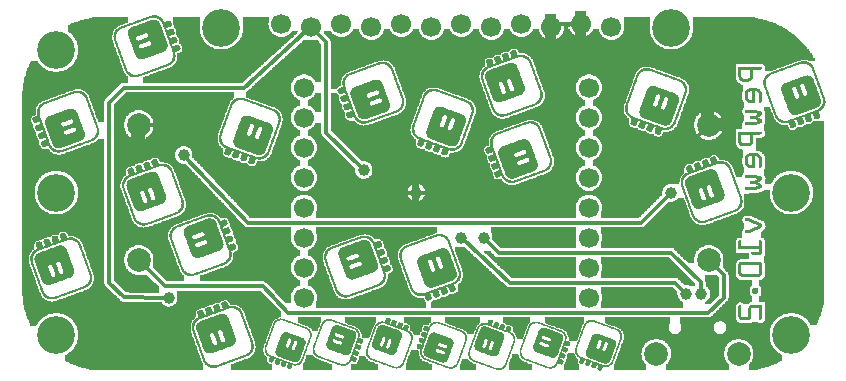
<source format=gbl>
G04 MADE WITH FRITZING*
G04 WWW.FRITZING.ORG*
G04 DOUBLE SIDED*
G04 HOLES PLATED*
G04 CONTOUR ON CENTER OF CONTOUR VECTOR*
%ASAXBY*%
%FSLAX23Y23*%
%MOIN*%
%OFA0B0*%
%SFA1.0B1.0*%
%ADD10C,0.075000*%
%ADD11C,0.066929*%
%ADD12C,0.078740*%
%ADD13C,0.125984*%
%ADD14C,0.039370*%
%ADD15C,0.012000*%
%ADD16R,0.001000X0.001000*%
%LNCOPPER0*%
G90*
G70*
G54D10*
X610Y1057D03*
X280Y1155D03*
X533Y905D03*
X2325Y1168D03*
X1570Y318D03*
X2578Y767D03*
G54D11*
X979Y284D03*
X979Y384D03*
X979Y484D03*
X979Y584D03*
X979Y684D03*
X979Y784D03*
X979Y884D03*
X979Y984D03*
X1929Y284D03*
X1929Y384D03*
X1929Y484D03*
X1929Y584D03*
X1929Y684D03*
X1929Y784D03*
X1929Y884D03*
X1929Y984D03*
G54D12*
X2154Y96D03*
X2429Y96D03*
X2329Y859D03*
X2329Y859D03*
X2329Y409D03*
X2329Y409D03*
X429Y409D03*
X429Y409D03*
X429Y859D03*
X429Y859D03*
G54D13*
X154Y159D03*
X704Y1184D03*
X154Y1109D03*
X154Y634D03*
X2604Y634D03*
X2604Y159D03*
X2204Y1184D03*
G54D14*
X529Y284D03*
X1504Y484D03*
X1579Y484D03*
X2304Y296D03*
X2254Y296D03*
X579Y759D03*
X2204Y634D03*
X1354Y634D03*
X1179Y709D03*
G54D11*
X2004Y1186D03*
X1904Y1196D03*
X1804Y1186D03*
X1704Y1196D03*
X1604Y1186D03*
X1504Y1196D03*
X1404Y1186D03*
X1304Y1196D03*
X1204Y1186D03*
X1104Y1196D03*
X1004Y1186D03*
X904Y1196D03*
G54D15*
X1053Y834D02*
X1053Y1135D01*
D02*
X1053Y1135D02*
X1020Y1169D01*
D02*
X1170Y718D02*
X1053Y834D01*
D02*
X1514Y475D02*
X1666Y334D01*
D02*
X2216Y334D02*
X2245Y306D01*
D02*
X1666Y334D02*
X2216Y334D01*
D02*
X1629Y433D02*
X1589Y474D01*
D02*
X2303Y335D02*
X2204Y433D01*
D02*
X2304Y310D02*
X2303Y335D01*
D02*
X2204Y433D02*
X1629Y433D01*
D02*
X1854Y1194D02*
X1881Y1195D01*
D02*
X1854Y634D02*
X1854Y1194D01*
D02*
X2104Y634D02*
X1854Y634D01*
D02*
X2309Y838D02*
X2104Y634D01*
D02*
X588Y749D02*
X793Y534D01*
D02*
X2104Y534D02*
X2195Y624D01*
D02*
X793Y534D02*
X2104Y534D01*
D02*
X1368Y634D02*
X1854Y634D01*
D02*
X1854Y634D02*
X2104Y634D01*
D02*
X793Y634D02*
X1341Y634D01*
D02*
X579Y859D02*
X793Y634D01*
D02*
X2104Y634D02*
X2309Y838D01*
D02*
X458Y859D02*
X579Y859D01*
D02*
X928Y234D02*
X2328Y233D01*
D02*
X2328Y233D02*
X2379Y284D01*
D02*
X2379Y358D02*
X2350Y388D01*
D02*
X2379Y284D02*
X2379Y358D01*
D02*
X842Y321D02*
X928Y234D01*
D02*
X517Y321D02*
X842Y321D01*
D02*
X450Y388D02*
X517Y321D01*
D02*
X1804Y1196D02*
X1804Y1210D01*
D02*
X1881Y1196D02*
X1804Y1196D01*
D02*
X380Y285D02*
X516Y284D01*
D02*
X330Y333D02*
X380Y285D01*
D02*
X330Y934D02*
X330Y333D01*
D02*
X380Y984D02*
X330Y934D01*
D02*
X780Y983D02*
X380Y984D01*
D02*
X987Y1171D02*
X780Y983D01*
G36*
X542Y1220D02*
X542Y1200D01*
X544Y1200D01*
X544Y1194D01*
X546Y1194D01*
X546Y1182D01*
X550Y1182D01*
X550Y1178D01*
X552Y1178D01*
X552Y1174D01*
X554Y1174D01*
X554Y1158D01*
X556Y1158D01*
X556Y1156D01*
X558Y1156D01*
X558Y1154D01*
X560Y1154D01*
X560Y1150D01*
X562Y1150D01*
X562Y1146D01*
X564Y1146D01*
X564Y1130D01*
X566Y1130D01*
X566Y1128D01*
X570Y1128D01*
X570Y1124D01*
X572Y1124D01*
X572Y1118D01*
X574Y1118D01*
X574Y1112D01*
X688Y1112D01*
X688Y1114D01*
X680Y1114D01*
X680Y1116D01*
X676Y1116D01*
X676Y1118D01*
X672Y1118D01*
X672Y1120D01*
X668Y1120D01*
X668Y1122D01*
X664Y1122D01*
X664Y1124D01*
X662Y1124D01*
X662Y1126D01*
X658Y1126D01*
X658Y1128D01*
X656Y1128D01*
X656Y1130D01*
X654Y1130D01*
X654Y1132D01*
X652Y1132D01*
X652Y1134D01*
X650Y1134D01*
X650Y1136D01*
X648Y1136D01*
X648Y1138D01*
X646Y1138D01*
X646Y1142D01*
X644Y1142D01*
X644Y1144D01*
X642Y1144D01*
X642Y1148D01*
X640Y1148D01*
X640Y1152D01*
X638Y1152D01*
X638Y1156D01*
X636Y1156D01*
X636Y1162D01*
X634Y1162D01*
X634Y1168D01*
X632Y1168D01*
X632Y1200D01*
X634Y1200D01*
X634Y1220D01*
X542Y1220D01*
G37*
D02*
G36*
X776Y1220D02*
X776Y1188D01*
X778Y1188D01*
X778Y1180D01*
X776Y1180D01*
X776Y1166D01*
X774Y1166D01*
X774Y1160D01*
X772Y1160D01*
X772Y1154D01*
X892Y1154D01*
X892Y1156D01*
X886Y1156D01*
X886Y1158D01*
X882Y1158D01*
X882Y1160D01*
X880Y1160D01*
X880Y1162D01*
X876Y1162D01*
X876Y1164D01*
X874Y1164D01*
X874Y1166D01*
X872Y1166D01*
X872Y1168D01*
X870Y1168D01*
X870Y1172D01*
X868Y1172D01*
X868Y1174D01*
X866Y1174D01*
X866Y1178D01*
X864Y1178D01*
X864Y1184D01*
X862Y1184D01*
X862Y1192D01*
X860Y1192D01*
X860Y1200D01*
X862Y1200D01*
X862Y1220D01*
X776Y1220D01*
G37*
D02*
G36*
X940Y1174D02*
X940Y1170D01*
X938Y1170D01*
X938Y1168D01*
X936Y1168D01*
X936Y1166D01*
X934Y1166D01*
X934Y1164D01*
X932Y1164D01*
X932Y1162D01*
X930Y1162D01*
X930Y1160D01*
X926Y1160D01*
X926Y1158D01*
X922Y1158D01*
X922Y1156D01*
X916Y1156D01*
X916Y1154D01*
X946Y1154D01*
X946Y1156D01*
X948Y1156D01*
X948Y1158D01*
X950Y1158D01*
X950Y1160D01*
X952Y1160D01*
X952Y1162D01*
X954Y1162D01*
X954Y1164D01*
X956Y1164D01*
X956Y1166D01*
X958Y1166D01*
X958Y1168D01*
X960Y1168D01*
X960Y1174D01*
X940Y1174D01*
G37*
D02*
G36*
X770Y1154D02*
X770Y1152D01*
X944Y1152D01*
X944Y1154D01*
X770Y1154D01*
G37*
D02*
G36*
X770Y1154D02*
X770Y1152D01*
X944Y1152D01*
X944Y1154D01*
X770Y1154D01*
G37*
D02*
G36*
X770Y1152D02*
X770Y1150D01*
X768Y1150D01*
X768Y1148D01*
X766Y1148D01*
X766Y1144D01*
X764Y1144D01*
X764Y1142D01*
X762Y1142D01*
X762Y1138D01*
X760Y1138D01*
X760Y1136D01*
X758Y1136D01*
X758Y1134D01*
X756Y1134D01*
X756Y1132D01*
X754Y1132D01*
X754Y1130D01*
X752Y1130D01*
X752Y1128D01*
X750Y1128D01*
X750Y1126D01*
X746Y1126D01*
X746Y1124D01*
X744Y1124D01*
X744Y1122D01*
X740Y1122D01*
X740Y1120D01*
X738Y1120D01*
X738Y1118D01*
X734Y1118D01*
X734Y1116D01*
X728Y1116D01*
X728Y1114D01*
X720Y1114D01*
X720Y1112D01*
X900Y1112D01*
X900Y1114D01*
X902Y1114D01*
X902Y1116D01*
X904Y1116D01*
X904Y1118D01*
X906Y1118D01*
X906Y1120D01*
X908Y1120D01*
X908Y1122D01*
X910Y1122D01*
X910Y1124D01*
X912Y1124D01*
X912Y1126D01*
X914Y1126D01*
X914Y1128D01*
X916Y1128D01*
X916Y1130D01*
X920Y1130D01*
X920Y1132D01*
X922Y1132D01*
X922Y1134D01*
X924Y1134D01*
X924Y1136D01*
X926Y1136D01*
X926Y1138D01*
X928Y1138D01*
X928Y1140D01*
X930Y1140D01*
X930Y1142D01*
X932Y1142D01*
X932Y1144D01*
X934Y1144D01*
X934Y1146D01*
X936Y1146D01*
X936Y1148D01*
X938Y1148D01*
X938Y1150D01*
X942Y1150D01*
X942Y1152D01*
X770Y1152D01*
G37*
D02*
G36*
X574Y1112D02*
X574Y1110D01*
X896Y1110D01*
X896Y1112D01*
X574Y1112D01*
G37*
D02*
G36*
X574Y1112D02*
X574Y1110D01*
X896Y1110D01*
X896Y1112D01*
X574Y1112D01*
G37*
D02*
G36*
X574Y1110D02*
X574Y1108D01*
X572Y1108D01*
X572Y1104D01*
X570Y1104D01*
X570Y1102D01*
X566Y1102D01*
X566Y1100D01*
X560Y1100D01*
X560Y1098D01*
X558Y1098D01*
X558Y1078D01*
X556Y1078D01*
X556Y1072D01*
X554Y1072D01*
X554Y1070D01*
X552Y1070D01*
X552Y1066D01*
X550Y1066D01*
X550Y1064D01*
X548Y1064D01*
X548Y1060D01*
X546Y1060D01*
X546Y1058D01*
X542Y1058D01*
X542Y1056D01*
X540Y1056D01*
X540Y1054D01*
X536Y1054D01*
X536Y1052D01*
X532Y1052D01*
X532Y1050D01*
X528Y1050D01*
X528Y1048D01*
X522Y1048D01*
X522Y1046D01*
X516Y1046D01*
X516Y1044D01*
X510Y1044D01*
X510Y1042D01*
X506Y1042D01*
X506Y1040D01*
X500Y1040D01*
X500Y1038D01*
X494Y1038D01*
X494Y1036D01*
X488Y1036D01*
X488Y1034D01*
X484Y1034D01*
X484Y1032D01*
X478Y1032D01*
X478Y1030D01*
X472Y1030D01*
X472Y1028D01*
X466Y1028D01*
X466Y1026D01*
X462Y1026D01*
X462Y1024D01*
X456Y1024D01*
X456Y1022D01*
X450Y1022D01*
X450Y1020D01*
X444Y1020D01*
X444Y1000D01*
X776Y1000D01*
X776Y1002D01*
X778Y1002D01*
X778Y1004D01*
X780Y1004D01*
X780Y1006D01*
X782Y1006D01*
X782Y1008D01*
X784Y1008D01*
X784Y1010D01*
X786Y1010D01*
X786Y1012D01*
X788Y1012D01*
X788Y1014D01*
X790Y1014D01*
X790Y1016D01*
X794Y1016D01*
X794Y1018D01*
X796Y1018D01*
X796Y1020D01*
X798Y1020D01*
X798Y1022D01*
X800Y1022D01*
X800Y1024D01*
X802Y1024D01*
X802Y1026D01*
X804Y1026D01*
X804Y1028D01*
X806Y1028D01*
X806Y1030D01*
X808Y1030D01*
X808Y1032D01*
X810Y1032D01*
X810Y1034D01*
X812Y1034D01*
X812Y1036D01*
X816Y1036D01*
X816Y1038D01*
X818Y1038D01*
X818Y1040D01*
X820Y1040D01*
X820Y1042D01*
X822Y1042D01*
X822Y1044D01*
X824Y1044D01*
X824Y1046D01*
X826Y1046D01*
X826Y1048D01*
X828Y1048D01*
X828Y1050D01*
X830Y1050D01*
X830Y1052D01*
X832Y1052D01*
X832Y1054D01*
X836Y1054D01*
X836Y1056D01*
X838Y1056D01*
X838Y1058D01*
X840Y1058D01*
X840Y1060D01*
X842Y1060D01*
X842Y1062D01*
X844Y1062D01*
X844Y1064D01*
X846Y1064D01*
X846Y1066D01*
X848Y1066D01*
X848Y1068D01*
X850Y1068D01*
X850Y1070D01*
X852Y1070D01*
X852Y1072D01*
X854Y1072D01*
X854Y1074D01*
X858Y1074D01*
X858Y1076D01*
X860Y1076D01*
X860Y1078D01*
X862Y1078D01*
X862Y1080D01*
X864Y1080D01*
X864Y1082D01*
X866Y1082D01*
X866Y1084D01*
X868Y1084D01*
X868Y1086D01*
X870Y1086D01*
X870Y1088D01*
X872Y1088D01*
X872Y1090D01*
X874Y1090D01*
X874Y1092D01*
X878Y1092D01*
X878Y1094D01*
X880Y1094D01*
X880Y1096D01*
X882Y1096D01*
X882Y1098D01*
X884Y1098D01*
X884Y1100D01*
X886Y1100D01*
X886Y1102D01*
X888Y1102D01*
X888Y1104D01*
X890Y1104D01*
X890Y1106D01*
X892Y1106D01*
X892Y1108D01*
X894Y1108D01*
X894Y1110D01*
X574Y1110D01*
G37*
D02*
G36*
X292Y1220D02*
X292Y1218D01*
X274Y1218D01*
X274Y1216D01*
X262Y1216D01*
X262Y1214D01*
X254Y1214D01*
X254Y1212D01*
X246Y1212D01*
X246Y1210D01*
X238Y1210D01*
X238Y1208D01*
X232Y1208D01*
X232Y1206D01*
X226Y1206D01*
X226Y1204D01*
X220Y1204D01*
X220Y1202D01*
X214Y1202D01*
X214Y1200D01*
X210Y1200D01*
X210Y1198D01*
X204Y1198D01*
X204Y1196D01*
X200Y1196D01*
X200Y1194D01*
X196Y1194D01*
X196Y1192D01*
X192Y1192D01*
X192Y1170D01*
X196Y1170D01*
X196Y1168D01*
X198Y1168D01*
X198Y1166D01*
X202Y1166D01*
X202Y1164D01*
X204Y1164D01*
X204Y1162D01*
X206Y1162D01*
X206Y1160D01*
X208Y1160D01*
X208Y1158D01*
X210Y1158D01*
X210Y1154D01*
X212Y1154D01*
X212Y1152D01*
X214Y1152D01*
X214Y1150D01*
X216Y1150D01*
X216Y1146D01*
X218Y1146D01*
X218Y1142D01*
X220Y1142D01*
X220Y1138D01*
X222Y1138D01*
X222Y1134D01*
X224Y1134D01*
X224Y1126D01*
X226Y1126D01*
X226Y1114D01*
X228Y1114D01*
X228Y1104D01*
X226Y1104D01*
X226Y1092D01*
X224Y1092D01*
X224Y1084D01*
X222Y1084D01*
X222Y1080D01*
X220Y1080D01*
X220Y1076D01*
X218Y1076D01*
X218Y1072D01*
X216Y1072D01*
X216Y1068D01*
X214Y1068D01*
X214Y1066D01*
X212Y1066D01*
X212Y1064D01*
X210Y1064D01*
X210Y1060D01*
X208Y1060D01*
X208Y1058D01*
X206Y1058D01*
X206Y1056D01*
X204Y1056D01*
X204Y1054D01*
X200Y1054D01*
X200Y1052D01*
X198Y1052D01*
X198Y1050D01*
X196Y1050D01*
X196Y1048D01*
X192Y1048D01*
X192Y1046D01*
X190Y1046D01*
X190Y1044D01*
X186Y1044D01*
X186Y1042D01*
X180Y1042D01*
X180Y1040D01*
X174Y1040D01*
X174Y1038D01*
X164Y1038D01*
X164Y1036D01*
X380Y1036D01*
X380Y1038D01*
X378Y1038D01*
X378Y1044D01*
X376Y1044D01*
X376Y1050D01*
X374Y1050D01*
X374Y1056D01*
X372Y1056D01*
X372Y1060D01*
X370Y1060D01*
X370Y1066D01*
X368Y1066D01*
X368Y1072D01*
X366Y1072D01*
X366Y1078D01*
X364Y1078D01*
X364Y1082D01*
X362Y1082D01*
X362Y1088D01*
X360Y1088D01*
X360Y1094D01*
X358Y1094D01*
X358Y1100D01*
X356Y1100D01*
X356Y1104D01*
X354Y1104D01*
X354Y1110D01*
X352Y1110D01*
X352Y1116D01*
X350Y1116D01*
X350Y1120D01*
X348Y1120D01*
X348Y1126D01*
X346Y1126D01*
X346Y1132D01*
X344Y1132D01*
X344Y1138D01*
X342Y1138D01*
X342Y1144D01*
X340Y1144D01*
X340Y1160D01*
X342Y1160D01*
X342Y1168D01*
X344Y1168D01*
X344Y1172D01*
X346Y1172D01*
X346Y1176D01*
X348Y1176D01*
X348Y1178D01*
X350Y1178D01*
X350Y1180D01*
X352Y1180D01*
X352Y1182D01*
X354Y1182D01*
X354Y1184D01*
X356Y1184D01*
X356Y1186D01*
X360Y1186D01*
X360Y1188D01*
X362Y1188D01*
X362Y1190D01*
X368Y1190D01*
X368Y1192D01*
X372Y1192D01*
X372Y1194D01*
X378Y1194D01*
X378Y1196D01*
X384Y1196D01*
X384Y1198D01*
X388Y1198D01*
X388Y1200D01*
X394Y1200D01*
X394Y1220D01*
X292Y1220D01*
G37*
D02*
G36*
X70Y1074D02*
X70Y1070D01*
X68Y1070D01*
X68Y1066D01*
X66Y1066D01*
X66Y1062D01*
X64Y1062D01*
X64Y1058D01*
X62Y1058D01*
X62Y1052D01*
X60Y1052D01*
X60Y1048D01*
X58Y1048D01*
X58Y1044D01*
X56Y1044D01*
X56Y1038D01*
X54Y1038D01*
X54Y1036D01*
X144Y1036D01*
X144Y1038D01*
X134Y1038D01*
X134Y1040D01*
X128Y1040D01*
X128Y1042D01*
X124Y1042D01*
X124Y1044D01*
X120Y1044D01*
X120Y1046D01*
X116Y1046D01*
X116Y1048D01*
X112Y1048D01*
X112Y1050D01*
X110Y1050D01*
X110Y1052D01*
X108Y1052D01*
X108Y1054D01*
X106Y1054D01*
X106Y1056D01*
X104Y1056D01*
X104Y1058D01*
X102Y1058D01*
X102Y1060D01*
X100Y1060D01*
X100Y1062D01*
X98Y1062D01*
X98Y1064D01*
X96Y1064D01*
X96Y1066D01*
X94Y1066D01*
X94Y1070D01*
X92Y1070D01*
X92Y1072D01*
X90Y1072D01*
X90Y1074D01*
X70Y1074D01*
G37*
D02*
G36*
X54Y1036D02*
X54Y1034D01*
X380Y1034D01*
X380Y1036D01*
X54Y1036D01*
G37*
D02*
G36*
X54Y1036D02*
X54Y1034D01*
X380Y1034D01*
X380Y1036D01*
X54Y1036D01*
G37*
D02*
G36*
X54Y1034D02*
X54Y1032D01*
X52Y1032D01*
X52Y1024D01*
X50Y1024D01*
X50Y1018D01*
X48Y1018D01*
X48Y1010D01*
X46Y1010D01*
X46Y1000D01*
X44Y1000D01*
X44Y990D01*
X42Y990D01*
X42Y978D01*
X236Y978D01*
X236Y976D01*
X242Y976D01*
X242Y974D01*
X246Y974D01*
X246Y972D01*
X250Y972D01*
X250Y970D01*
X252Y970D01*
X252Y968D01*
X254Y968D01*
X254Y966D01*
X256Y966D01*
X256Y964D01*
X258Y964D01*
X258Y962D01*
X260Y962D01*
X260Y958D01*
X262Y958D01*
X262Y954D01*
X264Y954D01*
X264Y950D01*
X266Y950D01*
X266Y944D01*
X268Y944D01*
X268Y938D01*
X270Y938D01*
X270Y934D01*
X272Y934D01*
X272Y928D01*
X274Y928D01*
X274Y922D01*
X276Y922D01*
X276Y916D01*
X278Y916D01*
X278Y912D01*
X280Y912D01*
X280Y906D01*
X282Y906D01*
X282Y900D01*
X284Y900D01*
X284Y894D01*
X286Y894D01*
X286Y890D01*
X288Y890D01*
X288Y884D01*
X290Y884D01*
X290Y878D01*
X292Y878D01*
X292Y872D01*
X294Y872D01*
X294Y868D01*
X314Y868D01*
X314Y940D01*
X316Y940D01*
X316Y944D01*
X318Y944D01*
X318Y946D01*
X320Y946D01*
X320Y948D01*
X322Y948D01*
X322Y950D01*
X324Y950D01*
X324Y952D01*
X326Y952D01*
X326Y954D01*
X328Y954D01*
X328Y956D01*
X330Y956D01*
X330Y958D01*
X332Y958D01*
X332Y960D01*
X334Y960D01*
X334Y962D01*
X336Y962D01*
X336Y964D01*
X338Y964D01*
X338Y966D01*
X340Y966D01*
X340Y968D01*
X342Y968D01*
X342Y970D01*
X344Y970D01*
X344Y972D01*
X346Y972D01*
X346Y974D01*
X348Y974D01*
X348Y976D01*
X350Y976D01*
X350Y978D01*
X352Y978D01*
X352Y980D01*
X354Y980D01*
X354Y982D01*
X356Y982D01*
X356Y984D01*
X358Y984D01*
X358Y986D01*
X360Y986D01*
X360Y988D01*
X362Y988D01*
X362Y990D01*
X364Y990D01*
X364Y992D01*
X366Y992D01*
X366Y994D01*
X368Y994D01*
X368Y996D01*
X370Y996D01*
X370Y998D01*
X374Y998D01*
X374Y1000D01*
X394Y1000D01*
X394Y1020D01*
X392Y1020D01*
X392Y1022D01*
X390Y1022D01*
X390Y1024D01*
X388Y1024D01*
X388Y1026D01*
X386Y1026D01*
X386Y1028D01*
X384Y1028D01*
X384Y1030D01*
X382Y1030D01*
X382Y1034D01*
X54Y1034D01*
G37*
D02*
G36*
X42Y978D02*
X42Y972D01*
X40Y972D01*
X40Y760D01*
X156Y760D01*
X156Y762D01*
X148Y762D01*
X148Y764D01*
X144Y764D01*
X144Y766D01*
X140Y766D01*
X140Y768D01*
X138Y768D01*
X138Y770D01*
X134Y770D01*
X134Y772D01*
X132Y772D01*
X132Y776D01*
X130Y776D01*
X130Y778D01*
X110Y778D01*
X110Y780D01*
X106Y780D01*
X106Y782D01*
X104Y782D01*
X104Y784D01*
X102Y784D01*
X102Y788D01*
X100Y788D01*
X100Y794D01*
X98Y794D01*
X98Y808D01*
X94Y808D01*
X94Y810D01*
X92Y810D01*
X92Y816D01*
X90Y816D01*
X90Y822D01*
X88Y822D01*
X88Y834D01*
X86Y834D01*
X86Y836D01*
X84Y836D01*
X84Y838D01*
X82Y838D01*
X82Y842D01*
X80Y842D01*
X80Y850D01*
X78Y850D01*
X78Y860D01*
X76Y860D01*
X76Y862D01*
X74Y862D01*
X74Y866D01*
X72Y866D01*
X72Y870D01*
X70Y870D01*
X70Y884D01*
X72Y884D01*
X72Y886D01*
X74Y886D01*
X74Y888D01*
X76Y888D01*
X76Y890D01*
X82Y890D01*
X82Y892D01*
X86Y892D01*
X86Y914D01*
X88Y914D01*
X88Y918D01*
X90Y918D01*
X90Y922D01*
X92Y922D01*
X92Y926D01*
X94Y926D01*
X94Y928D01*
X96Y928D01*
X96Y930D01*
X98Y930D01*
X98Y932D01*
X100Y932D01*
X100Y934D01*
X104Y934D01*
X104Y936D01*
X106Y936D01*
X106Y938D01*
X110Y938D01*
X110Y940D01*
X116Y940D01*
X116Y942D01*
X122Y942D01*
X122Y944D01*
X126Y944D01*
X126Y946D01*
X132Y946D01*
X132Y948D01*
X138Y948D01*
X138Y950D01*
X144Y950D01*
X144Y952D01*
X148Y952D01*
X148Y954D01*
X154Y954D01*
X154Y956D01*
X160Y956D01*
X160Y958D01*
X166Y958D01*
X166Y960D01*
X170Y960D01*
X170Y962D01*
X176Y962D01*
X176Y964D01*
X182Y964D01*
X182Y966D01*
X188Y966D01*
X188Y968D01*
X192Y968D01*
X192Y970D01*
X198Y970D01*
X198Y972D01*
X204Y972D01*
X204Y974D01*
X210Y974D01*
X210Y976D01*
X216Y976D01*
X216Y978D01*
X42Y978D01*
G37*
D02*
G36*
X294Y814D02*
X294Y810D01*
X292Y810D01*
X292Y808D01*
X290Y808D01*
X290Y806D01*
X286Y806D01*
X286Y804D01*
X284Y804D01*
X284Y802D01*
X280Y802D01*
X280Y800D01*
X276Y800D01*
X276Y798D01*
X270Y798D01*
X270Y796D01*
X266Y796D01*
X266Y794D01*
X260Y794D01*
X260Y792D01*
X254Y792D01*
X254Y790D01*
X248Y790D01*
X248Y788D01*
X244Y788D01*
X244Y786D01*
X238Y786D01*
X238Y784D01*
X232Y784D01*
X232Y782D01*
X226Y782D01*
X226Y780D01*
X222Y780D01*
X222Y778D01*
X216Y778D01*
X216Y776D01*
X210Y776D01*
X210Y774D01*
X204Y774D01*
X204Y772D01*
X200Y772D01*
X200Y770D01*
X194Y770D01*
X194Y768D01*
X188Y768D01*
X188Y766D01*
X182Y766D01*
X182Y764D01*
X178Y764D01*
X178Y762D01*
X170Y762D01*
X170Y760D01*
X314Y760D01*
X314Y814D01*
X294Y814D01*
G37*
D02*
G36*
X40Y760D02*
X40Y758D01*
X314Y758D01*
X314Y760D01*
X40Y760D01*
G37*
D02*
G36*
X40Y760D02*
X40Y758D01*
X314Y758D01*
X314Y760D01*
X40Y760D01*
G37*
D02*
G36*
X40Y758D02*
X40Y706D01*
X170Y706D01*
X170Y704D01*
X178Y704D01*
X178Y702D01*
X184Y702D01*
X184Y700D01*
X188Y700D01*
X188Y698D01*
X190Y698D01*
X190Y696D01*
X194Y696D01*
X194Y694D01*
X198Y694D01*
X198Y692D01*
X200Y692D01*
X200Y690D01*
X202Y690D01*
X202Y688D01*
X204Y688D01*
X204Y686D01*
X206Y686D01*
X206Y684D01*
X208Y684D01*
X208Y682D01*
X210Y682D01*
X210Y680D01*
X212Y680D01*
X212Y678D01*
X214Y678D01*
X214Y674D01*
X216Y674D01*
X216Y672D01*
X218Y672D01*
X218Y668D01*
X220Y668D01*
X220Y664D01*
X222Y664D01*
X222Y658D01*
X224Y658D01*
X224Y652D01*
X226Y652D01*
X226Y638D01*
X228Y638D01*
X228Y630D01*
X226Y630D01*
X226Y616D01*
X224Y616D01*
X224Y610D01*
X222Y610D01*
X222Y604D01*
X220Y604D01*
X220Y600D01*
X218Y600D01*
X218Y598D01*
X216Y598D01*
X216Y594D01*
X214Y594D01*
X214Y592D01*
X212Y592D01*
X212Y588D01*
X210Y588D01*
X210Y586D01*
X208Y586D01*
X208Y584D01*
X206Y584D01*
X206Y582D01*
X204Y582D01*
X204Y580D01*
X202Y580D01*
X202Y578D01*
X200Y578D01*
X200Y576D01*
X196Y576D01*
X196Y574D01*
X194Y574D01*
X194Y572D01*
X190Y572D01*
X190Y570D01*
X188Y570D01*
X188Y568D01*
X184Y568D01*
X184Y566D01*
X178Y566D01*
X178Y564D01*
X170Y564D01*
X170Y562D01*
X314Y562D01*
X314Y758D01*
X40Y758D01*
G37*
D02*
G36*
X40Y706D02*
X40Y562D01*
X138Y562D01*
X138Y564D01*
X130Y564D01*
X130Y566D01*
X126Y566D01*
X126Y568D01*
X122Y568D01*
X122Y570D01*
X118Y570D01*
X118Y572D01*
X114Y572D01*
X114Y574D01*
X112Y574D01*
X112Y576D01*
X108Y576D01*
X108Y578D01*
X106Y578D01*
X106Y580D01*
X104Y580D01*
X104Y582D01*
X102Y582D01*
X102Y584D01*
X100Y584D01*
X100Y586D01*
X98Y586D01*
X98Y588D01*
X96Y588D01*
X96Y592D01*
X94Y592D01*
X94Y594D01*
X92Y594D01*
X92Y598D01*
X90Y598D01*
X90Y602D01*
X88Y602D01*
X88Y606D01*
X86Y606D01*
X86Y612D01*
X84Y612D01*
X84Y618D01*
X82Y618D01*
X82Y650D01*
X84Y650D01*
X84Y656D01*
X86Y656D01*
X86Y662D01*
X88Y662D01*
X88Y666D01*
X90Y666D01*
X90Y670D01*
X92Y670D01*
X92Y674D01*
X94Y674D01*
X94Y676D01*
X96Y676D01*
X96Y680D01*
X98Y680D01*
X98Y682D01*
X100Y682D01*
X100Y684D01*
X102Y684D01*
X102Y686D01*
X104Y686D01*
X104Y688D01*
X106Y688D01*
X106Y690D01*
X108Y690D01*
X108Y692D01*
X112Y692D01*
X112Y694D01*
X114Y694D01*
X114Y696D01*
X118Y696D01*
X118Y698D01*
X122Y698D01*
X122Y700D01*
X126Y700D01*
X126Y702D01*
X130Y702D01*
X130Y704D01*
X138Y704D01*
X138Y706D01*
X40Y706D01*
G37*
D02*
G36*
X40Y562D02*
X40Y560D01*
X314Y560D01*
X314Y562D01*
X40Y562D01*
G37*
D02*
G36*
X40Y562D02*
X40Y560D01*
X314Y560D01*
X314Y562D01*
X40Y562D01*
G37*
D02*
G36*
X40Y560D02*
X40Y504D01*
X186Y504D01*
X186Y502D01*
X188Y502D01*
X188Y500D01*
X190Y500D01*
X190Y496D01*
X192Y496D01*
X192Y492D01*
X194Y492D01*
X194Y488D01*
X214Y488D01*
X214Y486D01*
X220Y486D01*
X220Y484D01*
X224Y484D01*
X224Y482D01*
X228Y482D01*
X228Y480D01*
X230Y480D01*
X230Y478D01*
X232Y478D01*
X232Y476D01*
X234Y476D01*
X234Y474D01*
X236Y474D01*
X236Y470D01*
X238Y470D01*
X238Y468D01*
X240Y468D01*
X240Y462D01*
X242Y462D01*
X242Y458D01*
X244Y458D01*
X244Y452D01*
X246Y452D01*
X246Y446D01*
X248Y446D01*
X248Y442D01*
X250Y442D01*
X250Y436D01*
X252Y436D01*
X252Y430D01*
X254Y430D01*
X254Y424D01*
X256Y424D01*
X256Y420D01*
X258Y420D01*
X258Y414D01*
X260Y414D01*
X260Y408D01*
X262Y408D01*
X262Y402D01*
X264Y402D01*
X264Y398D01*
X266Y398D01*
X266Y392D01*
X268Y392D01*
X268Y386D01*
X270Y386D01*
X270Y380D01*
X272Y380D01*
X272Y376D01*
X274Y376D01*
X274Y370D01*
X276Y370D01*
X276Y364D01*
X278Y364D01*
X278Y358D01*
X280Y358D01*
X280Y338D01*
X278Y338D01*
X278Y332D01*
X276Y332D01*
X276Y328D01*
X274Y328D01*
X274Y324D01*
X272Y324D01*
X272Y322D01*
X270Y322D01*
X270Y320D01*
X268Y320D01*
X268Y318D01*
X266Y318D01*
X266Y316D01*
X264Y316D01*
X264Y314D01*
X260Y314D01*
X260Y312D01*
X256Y312D01*
X256Y310D01*
X252Y310D01*
X252Y308D01*
X246Y308D01*
X246Y306D01*
X242Y306D01*
X242Y304D01*
X236Y304D01*
X236Y302D01*
X230Y302D01*
X230Y300D01*
X224Y300D01*
X224Y298D01*
X220Y298D01*
X220Y296D01*
X214Y296D01*
X214Y294D01*
X208Y294D01*
X208Y292D01*
X202Y292D01*
X202Y290D01*
X198Y290D01*
X198Y288D01*
X192Y288D01*
X192Y286D01*
X186Y286D01*
X186Y284D01*
X180Y284D01*
X180Y282D01*
X176Y282D01*
X176Y280D01*
X170Y280D01*
X170Y278D01*
X164Y278D01*
X164Y276D01*
X158Y276D01*
X158Y274D01*
X154Y274D01*
X154Y272D01*
X144Y272D01*
X144Y270D01*
X374Y270D01*
X374Y272D01*
X370Y272D01*
X370Y274D01*
X368Y274D01*
X368Y276D01*
X366Y276D01*
X366Y278D01*
X364Y278D01*
X364Y280D01*
X362Y280D01*
X362Y282D01*
X360Y282D01*
X360Y284D01*
X358Y284D01*
X358Y286D01*
X356Y286D01*
X356Y288D01*
X354Y288D01*
X354Y290D01*
X352Y290D01*
X352Y292D01*
X348Y292D01*
X348Y294D01*
X346Y294D01*
X346Y296D01*
X344Y296D01*
X344Y298D01*
X342Y298D01*
X342Y300D01*
X340Y300D01*
X340Y302D01*
X338Y302D01*
X338Y304D01*
X336Y304D01*
X336Y306D01*
X334Y306D01*
X334Y308D01*
X332Y308D01*
X332Y310D01*
X330Y310D01*
X330Y312D01*
X328Y312D01*
X328Y314D01*
X326Y314D01*
X326Y316D01*
X324Y316D01*
X324Y318D01*
X322Y318D01*
X322Y320D01*
X320Y320D01*
X320Y322D01*
X318Y322D01*
X318Y324D01*
X316Y324D01*
X316Y328D01*
X314Y328D01*
X314Y560D01*
X40Y560D01*
G37*
D02*
G36*
X40Y504D02*
X40Y288D01*
X42Y288D01*
X42Y272D01*
X44Y272D01*
X44Y270D01*
X136Y270D01*
X136Y272D01*
X126Y272D01*
X126Y274D01*
X122Y274D01*
X122Y276D01*
X118Y276D01*
X118Y278D01*
X114Y278D01*
X114Y280D01*
X112Y280D01*
X112Y282D01*
X110Y282D01*
X110Y284D01*
X108Y284D01*
X108Y286D01*
X106Y286D01*
X106Y290D01*
X104Y290D01*
X104Y294D01*
X102Y294D01*
X102Y298D01*
X100Y298D01*
X100Y302D01*
X98Y302D01*
X98Y308D01*
X96Y308D01*
X96Y314D01*
X94Y314D01*
X94Y320D01*
X92Y320D01*
X92Y324D01*
X90Y324D01*
X90Y330D01*
X88Y330D01*
X88Y336D01*
X86Y336D01*
X86Y342D01*
X84Y342D01*
X84Y346D01*
X82Y346D01*
X82Y352D01*
X80Y352D01*
X80Y358D01*
X78Y358D01*
X78Y364D01*
X76Y364D01*
X76Y368D01*
X74Y368D01*
X74Y374D01*
X72Y374D01*
X72Y380D01*
X70Y380D01*
X70Y386D01*
X68Y386D01*
X68Y390D01*
X66Y390D01*
X66Y396D01*
X64Y396D01*
X64Y404D01*
X62Y404D01*
X62Y420D01*
X64Y420D01*
X64Y426D01*
X66Y426D01*
X66Y430D01*
X68Y430D01*
X68Y434D01*
X70Y434D01*
X70Y436D01*
X72Y436D01*
X72Y440D01*
X74Y440D01*
X74Y442D01*
X78Y442D01*
X78Y444D01*
X80Y444D01*
X80Y464D01*
X82Y464D01*
X82Y468D01*
X84Y468D01*
X84Y470D01*
X86Y470D01*
X86Y472D01*
X90Y472D01*
X90Y474D01*
X96Y474D01*
X96Y476D01*
X108Y476D01*
X108Y478D01*
X110Y478D01*
X110Y480D01*
X112Y480D01*
X112Y482D01*
X118Y482D01*
X118Y484D01*
X124Y484D01*
X124Y486D01*
X136Y486D01*
X136Y488D01*
X138Y488D01*
X138Y490D01*
X140Y490D01*
X140Y492D01*
X144Y492D01*
X144Y494D01*
X162Y494D01*
X162Y498D01*
X164Y498D01*
X164Y500D01*
X168Y500D01*
X168Y502D01*
X172Y502D01*
X172Y504D01*
X40Y504D01*
G37*
D02*
G36*
X558Y306D02*
X558Y276D01*
X724Y276D01*
X724Y274D01*
X726Y274D01*
X726Y272D01*
X728Y272D01*
X728Y270D01*
X730Y270D01*
X730Y266D01*
X732Y266D01*
X732Y260D01*
X754Y260D01*
X754Y258D01*
X758Y258D01*
X758Y256D01*
X762Y256D01*
X762Y254D01*
X766Y254D01*
X766Y252D01*
X768Y252D01*
X768Y250D01*
X770Y250D01*
X770Y248D01*
X772Y248D01*
X772Y246D01*
X774Y246D01*
X774Y244D01*
X776Y244D01*
X776Y240D01*
X778Y240D01*
X778Y238D01*
X780Y238D01*
X780Y232D01*
X782Y232D01*
X782Y226D01*
X784Y226D01*
X784Y222D01*
X786Y222D01*
X786Y216D01*
X788Y216D01*
X788Y210D01*
X790Y210D01*
X790Y204D01*
X792Y204D01*
X792Y200D01*
X794Y200D01*
X794Y194D01*
X796Y194D01*
X796Y188D01*
X798Y188D01*
X798Y182D01*
X800Y182D01*
X800Y178D01*
X802Y178D01*
X802Y172D01*
X804Y172D01*
X804Y166D01*
X806Y166D01*
X806Y160D01*
X808Y160D01*
X808Y156D01*
X810Y156D01*
X810Y150D01*
X812Y150D01*
X812Y144D01*
X814Y144D01*
X814Y138D01*
X816Y138D01*
X816Y134D01*
X818Y134D01*
X818Y122D01*
X820Y122D01*
X820Y116D01*
X818Y116D01*
X818Y106D01*
X816Y106D01*
X816Y102D01*
X814Y102D01*
X814Y98D01*
X812Y98D01*
X812Y96D01*
X810Y96D01*
X810Y94D01*
X808Y94D01*
X808Y90D01*
X806Y90D01*
X806Y88D01*
X802Y88D01*
X802Y86D01*
X800Y86D01*
X800Y84D01*
X796Y84D01*
X796Y82D01*
X792Y82D01*
X792Y80D01*
X786Y80D01*
X786Y78D01*
X780Y78D01*
X780Y76D01*
X774Y76D01*
X774Y74D01*
X770Y74D01*
X770Y72D01*
X764Y72D01*
X764Y70D01*
X758Y70D01*
X758Y68D01*
X752Y68D01*
X752Y66D01*
X748Y66D01*
X748Y64D01*
X742Y64D01*
X742Y62D01*
X736Y62D01*
X736Y42D01*
X872Y42D01*
X872Y62D01*
X866Y62D01*
X866Y64D01*
X862Y64D01*
X862Y66D01*
X860Y66D01*
X860Y68D01*
X858Y68D01*
X858Y84D01*
X856Y84D01*
X856Y86D01*
X854Y86D01*
X854Y88D01*
X852Y88D01*
X852Y90D01*
X850Y90D01*
X850Y94D01*
X848Y94D01*
X848Y98D01*
X846Y98D01*
X846Y104D01*
X844Y104D01*
X844Y116D01*
X846Y116D01*
X846Y124D01*
X848Y124D01*
X848Y128D01*
X850Y128D01*
X850Y134D01*
X852Y134D01*
X852Y140D01*
X854Y140D01*
X854Y146D01*
X856Y146D01*
X856Y150D01*
X858Y150D01*
X858Y156D01*
X860Y156D01*
X860Y162D01*
X862Y162D01*
X862Y166D01*
X864Y166D01*
X864Y172D01*
X866Y172D01*
X866Y178D01*
X868Y178D01*
X868Y184D01*
X870Y184D01*
X870Y188D01*
X872Y188D01*
X872Y194D01*
X874Y194D01*
X874Y200D01*
X876Y200D01*
X876Y202D01*
X878Y202D01*
X878Y206D01*
X880Y206D01*
X880Y208D01*
X882Y208D01*
X882Y210D01*
X884Y210D01*
X884Y212D01*
X888Y212D01*
X888Y214D01*
X892Y214D01*
X892Y216D01*
X898Y216D01*
X898Y218D01*
X904Y218D01*
X904Y238D01*
X902Y238D01*
X902Y240D01*
X900Y240D01*
X900Y242D01*
X898Y242D01*
X898Y244D01*
X896Y244D01*
X896Y246D01*
X894Y246D01*
X894Y248D01*
X892Y248D01*
X892Y250D01*
X890Y250D01*
X890Y252D01*
X888Y252D01*
X888Y254D01*
X886Y254D01*
X886Y256D01*
X884Y256D01*
X884Y258D01*
X882Y258D01*
X882Y260D01*
X880Y260D01*
X880Y262D01*
X878Y262D01*
X878Y264D01*
X876Y264D01*
X876Y266D01*
X874Y266D01*
X874Y268D01*
X872Y268D01*
X872Y270D01*
X870Y270D01*
X870Y272D01*
X868Y272D01*
X868Y274D01*
X866Y274D01*
X866Y276D01*
X864Y276D01*
X864Y278D01*
X862Y278D01*
X862Y280D01*
X860Y280D01*
X860Y282D01*
X858Y282D01*
X858Y284D01*
X856Y284D01*
X856Y286D01*
X854Y286D01*
X854Y288D01*
X852Y288D01*
X852Y290D01*
X850Y290D01*
X850Y292D01*
X848Y292D01*
X848Y294D01*
X846Y294D01*
X846Y296D01*
X844Y296D01*
X844Y298D01*
X842Y298D01*
X842Y300D01*
X840Y300D01*
X840Y302D01*
X838Y302D01*
X838Y304D01*
X836Y304D01*
X836Y306D01*
X558Y306D01*
G37*
D02*
G36*
X558Y276D02*
X558Y274D01*
X556Y274D01*
X556Y270D01*
X554Y270D01*
X554Y266D01*
X552Y266D01*
X552Y264D01*
X550Y264D01*
X550Y262D01*
X548Y262D01*
X548Y260D01*
X544Y260D01*
X544Y258D01*
X542Y258D01*
X542Y256D01*
X534Y256D01*
X534Y254D01*
X656Y254D01*
X656Y256D01*
X664Y256D01*
X664Y258D01*
X674Y258D01*
X674Y260D01*
X676Y260D01*
X676Y262D01*
X680Y262D01*
X680Y264D01*
X684Y264D01*
X684Y266D01*
X700Y266D01*
X700Y268D01*
X702Y268D01*
X702Y270D01*
X704Y270D01*
X704Y272D01*
X706Y272D01*
X706Y274D01*
X712Y274D01*
X712Y276D01*
X558Y276D01*
G37*
D02*
G36*
X44Y270D02*
X44Y268D01*
X394Y268D01*
X394Y270D01*
X44Y270D01*
G37*
D02*
G36*
X44Y270D02*
X44Y268D01*
X394Y268D01*
X394Y270D01*
X44Y270D01*
G37*
D02*
G36*
X44Y268D02*
X44Y260D01*
X46Y260D01*
X46Y254D01*
X524Y254D01*
X524Y256D01*
X518Y256D01*
X518Y258D01*
X514Y258D01*
X514Y260D01*
X510Y260D01*
X510Y262D01*
X508Y262D01*
X508Y264D01*
X506Y264D01*
X506Y268D01*
X44Y268D01*
G37*
D02*
G36*
X46Y254D02*
X46Y252D01*
X652Y252D01*
X652Y254D01*
X46Y254D01*
G37*
D02*
G36*
X46Y254D02*
X46Y252D01*
X652Y252D01*
X652Y254D01*
X46Y254D01*
G37*
D02*
G36*
X46Y252D02*
X46Y250D01*
X48Y250D01*
X48Y242D01*
X50Y242D01*
X50Y236D01*
X52Y236D01*
X52Y232D01*
X166Y232D01*
X166Y230D01*
X174Y230D01*
X174Y228D01*
X180Y228D01*
X180Y226D01*
X186Y226D01*
X186Y224D01*
X190Y224D01*
X190Y222D01*
X192Y222D01*
X192Y220D01*
X196Y220D01*
X196Y218D01*
X198Y218D01*
X198Y216D01*
X202Y216D01*
X202Y214D01*
X204Y214D01*
X204Y212D01*
X206Y212D01*
X206Y210D01*
X208Y210D01*
X208Y208D01*
X210Y208D01*
X210Y204D01*
X212Y204D01*
X212Y202D01*
X214Y202D01*
X214Y200D01*
X216Y200D01*
X216Y196D01*
X218Y196D01*
X218Y192D01*
X220Y192D01*
X220Y188D01*
X222Y188D01*
X222Y184D01*
X224Y184D01*
X224Y176D01*
X226Y176D01*
X226Y164D01*
X228Y164D01*
X228Y154D01*
X226Y154D01*
X226Y142D01*
X224Y142D01*
X224Y134D01*
X222Y134D01*
X222Y130D01*
X220Y130D01*
X220Y126D01*
X218Y126D01*
X218Y122D01*
X216Y122D01*
X216Y118D01*
X214Y118D01*
X214Y116D01*
X212Y116D01*
X212Y114D01*
X210Y114D01*
X210Y110D01*
X208Y110D01*
X208Y108D01*
X206Y108D01*
X206Y106D01*
X204Y106D01*
X204Y104D01*
X200Y104D01*
X200Y102D01*
X198Y102D01*
X198Y100D01*
X196Y100D01*
X196Y98D01*
X192Y98D01*
X192Y96D01*
X190Y96D01*
X190Y94D01*
X186Y94D01*
X186Y92D01*
X184Y92D01*
X184Y72D01*
X188Y72D01*
X188Y70D01*
X192Y70D01*
X192Y68D01*
X196Y68D01*
X196Y66D01*
X200Y66D01*
X200Y64D01*
X204Y64D01*
X204Y62D01*
X210Y62D01*
X210Y60D01*
X214Y60D01*
X214Y58D01*
X220Y58D01*
X220Y56D01*
X226Y56D01*
X226Y54D01*
X232Y54D01*
X232Y52D01*
X238Y52D01*
X238Y50D01*
X246Y50D01*
X246Y48D01*
X254Y48D01*
X254Y46D01*
X264Y46D01*
X264Y44D01*
X276Y44D01*
X276Y42D01*
X644Y42D01*
X644Y62D01*
X642Y62D01*
X642Y66D01*
X640Y66D01*
X640Y72D01*
X638Y72D01*
X638Y78D01*
X636Y78D01*
X636Y82D01*
X634Y82D01*
X634Y88D01*
X632Y88D01*
X632Y94D01*
X630Y94D01*
X630Y100D01*
X628Y100D01*
X628Y104D01*
X626Y104D01*
X626Y110D01*
X624Y110D01*
X624Y116D01*
X622Y116D01*
X622Y122D01*
X620Y122D01*
X620Y126D01*
X618Y126D01*
X618Y132D01*
X616Y132D01*
X616Y138D01*
X614Y138D01*
X614Y144D01*
X612Y144D01*
X612Y148D01*
X610Y148D01*
X610Y154D01*
X608Y154D01*
X608Y160D01*
X606Y160D01*
X606Y166D01*
X604Y166D01*
X604Y172D01*
X602Y172D01*
X602Y196D01*
X604Y196D01*
X604Y200D01*
X606Y200D01*
X606Y204D01*
X608Y204D01*
X608Y208D01*
X610Y208D01*
X610Y210D01*
X612Y210D01*
X612Y212D01*
X614Y212D01*
X614Y214D01*
X616Y214D01*
X616Y216D01*
X618Y216D01*
X618Y218D01*
X620Y218D01*
X620Y238D01*
X622Y238D01*
X622Y242D01*
X624Y242D01*
X624Y244D01*
X630Y244D01*
X630Y246D01*
X636Y246D01*
X636Y248D01*
X648Y248D01*
X648Y250D01*
X650Y250D01*
X650Y252D01*
X46Y252D01*
G37*
D02*
G36*
X52Y232D02*
X52Y228D01*
X54Y228D01*
X54Y222D01*
X56Y222D01*
X56Y218D01*
X58Y218D01*
X58Y212D01*
X60Y212D01*
X60Y208D01*
X62Y208D01*
X62Y202D01*
X64Y202D01*
X64Y198D01*
X66Y198D01*
X66Y194D01*
X68Y194D01*
X68Y190D01*
X88Y190D01*
X88Y192D01*
X90Y192D01*
X90Y196D01*
X92Y196D01*
X92Y198D01*
X94Y198D01*
X94Y202D01*
X96Y202D01*
X96Y204D01*
X98Y204D01*
X98Y206D01*
X100Y206D01*
X100Y208D01*
X102Y208D01*
X102Y210D01*
X104Y210D01*
X104Y212D01*
X106Y212D01*
X106Y214D01*
X108Y214D01*
X108Y216D01*
X110Y216D01*
X110Y218D01*
X112Y218D01*
X112Y220D01*
X116Y220D01*
X116Y222D01*
X120Y222D01*
X120Y224D01*
X124Y224D01*
X124Y226D01*
X128Y226D01*
X128Y228D01*
X134Y228D01*
X134Y230D01*
X142Y230D01*
X142Y232D01*
X52Y232D01*
G37*
D02*
G36*
X980Y1144D02*
X980Y1142D01*
X978Y1142D01*
X978Y1140D01*
X976Y1140D01*
X976Y1138D01*
X974Y1138D01*
X974Y1136D01*
X972Y1136D01*
X972Y1134D01*
X968Y1134D01*
X968Y1132D01*
X966Y1132D01*
X966Y1130D01*
X964Y1130D01*
X964Y1128D01*
X962Y1128D01*
X962Y1126D01*
X960Y1126D01*
X960Y1124D01*
X958Y1124D01*
X958Y1122D01*
X956Y1122D01*
X956Y1120D01*
X954Y1120D01*
X954Y1118D01*
X952Y1118D01*
X952Y1116D01*
X950Y1116D01*
X950Y1114D01*
X946Y1114D01*
X946Y1112D01*
X944Y1112D01*
X944Y1110D01*
X942Y1110D01*
X942Y1108D01*
X940Y1108D01*
X940Y1106D01*
X938Y1106D01*
X938Y1104D01*
X936Y1104D01*
X936Y1102D01*
X934Y1102D01*
X934Y1100D01*
X932Y1100D01*
X932Y1098D01*
X930Y1098D01*
X930Y1096D01*
X926Y1096D01*
X926Y1094D01*
X924Y1094D01*
X924Y1092D01*
X922Y1092D01*
X922Y1090D01*
X920Y1090D01*
X920Y1088D01*
X918Y1088D01*
X918Y1086D01*
X916Y1086D01*
X916Y1084D01*
X914Y1084D01*
X914Y1082D01*
X912Y1082D01*
X912Y1080D01*
X910Y1080D01*
X910Y1078D01*
X908Y1078D01*
X908Y1076D01*
X904Y1076D01*
X904Y1074D01*
X902Y1074D01*
X902Y1072D01*
X900Y1072D01*
X900Y1070D01*
X898Y1070D01*
X898Y1068D01*
X896Y1068D01*
X896Y1066D01*
X894Y1066D01*
X894Y1064D01*
X892Y1064D01*
X892Y1062D01*
X890Y1062D01*
X890Y1060D01*
X888Y1060D01*
X888Y1058D01*
X884Y1058D01*
X884Y1056D01*
X882Y1056D01*
X882Y1054D01*
X880Y1054D01*
X880Y1052D01*
X878Y1052D01*
X878Y1050D01*
X876Y1050D01*
X876Y1048D01*
X874Y1048D01*
X874Y1046D01*
X872Y1046D01*
X872Y1044D01*
X870Y1044D01*
X870Y1042D01*
X868Y1042D01*
X868Y1040D01*
X866Y1040D01*
X866Y1038D01*
X862Y1038D01*
X862Y1036D01*
X860Y1036D01*
X860Y1034D01*
X858Y1034D01*
X858Y1032D01*
X856Y1032D01*
X856Y1030D01*
X854Y1030D01*
X854Y1028D01*
X986Y1028D01*
X986Y1026D01*
X994Y1026D01*
X994Y1024D01*
X998Y1024D01*
X998Y1022D01*
X1002Y1022D01*
X1002Y1020D01*
X1004Y1020D01*
X1004Y1018D01*
X1008Y1018D01*
X1008Y1016D01*
X1010Y1016D01*
X1010Y1014D01*
X1012Y1014D01*
X1012Y1012D01*
X1014Y1012D01*
X1014Y1008D01*
X1016Y1008D01*
X1016Y1006D01*
X1018Y1006D01*
X1018Y1002D01*
X1038Y1002D01*
X1038Y1128D01*
X1036Y1128D01*
X1036Y1130D01*
X1034Y1130D01*
X1034Y1132D01*
X1032Y1132D01*
X1032Y1134D01*
X1030Y1134D01*
X1030Y1138D01*
X1028Y1138D01*
X1028Y1140D01*
X1026Y1140D01*
X1026Y1142D01*
X1024Y1142D01*
X1024Y1144D01*
X980Y1144D01*
G37*
D02*
G36*
X852Y1028D02*
X852Y1026D01*
X850Y1026D01*
X850Y1024D01*
X848Y1024D01*
X848Y1022D01*
X846Y1022D01*
X846Y1020D01*
X842Y1020D01*
X842Y1018D01*
X840Y1018D01*
X840Y1016D01*
X838Y1016D01*
X838Y1014D01*
X836Y1014D01*
X836Y1012D01*
X834Y1012D01*
X834Y1010D01*
X832Y1010D01*
X832Y1008D01*
X830Y1008D01*
X830Y1006D01*
X828Y1006D01*
X828Y1004D01*
X826Y1004D01*
X826Y1002D01*
X824Y1002D01*
X824Y1000D01*
X820Y1000D01*
X820Y998D01*
X818Y998D01*
X818Y996D01*
X816Y996D01*
X816Y994D01*
X814Y994D01*
X814Y992D01*
X812Y992D01*
X812Y990D01*
X810Y990D01*
X810Y988D01*
X808Y988D01*
X808Y986D01*
X806Y986D01*
X806Y984D01*
X804Y984D01*
X804Y982D01*
X802Y982D01*
X802Y980D01*
X798Y980D01*
X798Y978D01*
X796Y978D01*
X796Y976D01*
X794Y976D01*
X794Y974D01*
X792Y974D01*
X792Y972D01*
X790Y972D01*
X790Y970D01*
X788Y970D01*
X788Y950D01*
X794Y950D01*
X794Y948D01*
X798Y948D01*
X798Y946D01*
X804Y946D01*
X804Y944D01*
X810Y944D01*
X810Y942D01*
X816Y942D01*
X816Y940D01*
X820Y940D01*
X820Y938D01*
X826Y938D01*
X826Y936D01*
X832Y936D01*
X832Y934D01*
X838Y934D01*
X838Y932D01*
X842Y932D01*
X842Y930D01*
X848Y930D01*
X848Y928D01*
X854Y928D01*
X854Y926D01*
X860Y926D01*
X860Y924D01*
X864Y924D01*
X864Y922D01*
X870Y922D01*
X870Y920D01*
X876Y920D01*
X876Y918D01*
X882Y918D01*
X882Y916D01*
X886Y916D01*
X886Y914D01*
X890Y914D01*
X890Y912D01*
X892Y912D01*
X892Y910D01*
X896Y910D01*
X896Y908D01*
X898Y908D01*
X898Y906D01*
X900Y906D01*
X900Y904D01*
X902Y904D01*
X902Y900D01*
X904Y900D01*
X904Y896D01*
X906Y896D01*
X906Y892D01*
X908Y892D01*
X908Y884D01*
X910Y884D01*
X910Y872D01*
X908Y872D01*
X908Y864D01*
X906Y864D01*
X906Y858D01*
X904Y858D01*
X904Y852D01*
X902Y852D01*
X902Y848D01*
X900Y848D01*
X900Y842D01*
X898Y842D01*
X898Y836D01*
X896Y836D01*
X896Y830D01*
X894Y830D01*
X894Y826D01*
X892Y826D01*
X892Y820D01*
X890Y820D01*
X890Y814D01*
X888Y814D01*
X888Y808D01*
X886Y808D01*
X886Y804D01*
X884Y804D01*
X884Y798D01*
X882Y798D01*
X882Y792D01*
X880Y792D01*
X880Y786D01*
X878Y786D01*
X878Y782D01*
X876Y782D01*
X876Y776D01*
X874Y776D01*
X874Y770D01*
X872Y770D01*
X872Y764D01*
X870Y764D01*
X870Y760D01*
X868Y760D01*
X868Y756D01*
X866Y756D01*
X866Y754D01*
X864Y754D01*
X864Y752D01*
X862Y752D01*
X862Y750D01*
X860Y750D01*
X860Y748D01*
X858Y748D01*
X858Y746D01*
X856Y746D01*
X856Y744D01*
X854Y744D01*
X854Y742D01*
X850Y742D01*
X850Y740D01*
X844Y740D01*
X844Y738D01*
X824Y738D01*
X824Y736D01*
X822Y736D01*
X822Y732D01*
X820Y732D01*
X820Y726D01*
X818Y726D01*
X818Y724D01*
X814Y724D01*
X814Y722D01*
X960Y722D01*
X960Y724D01*
X966Y724D01*
X966Y744D01*
X960Y744D01*
X960Y746D01*
X956Y746D01*
X956Y748D01*
X954Y748D01*
X954Y750D01*
X952Y750D01*
X952Y752D01*
X948Y752D01*
X948Y756D01*
X946Y756D01*
X946Y758D01*
X944Y758D01*
X944Y760D01*
X942Y760D01*
X942Y764D01*
X940Y764D01*
X940Y768D01*
X938Y768D01*
X938Y774D01*
X936Y774D01*
X936Y794D01*
X938Y794D01*
X938Y800D01*
X940Y800D01*
X940Y804D01*
X942Y804D01*
X942Y808D01*
X944Y808D01*
X944Y810D01*
X946Y810D01*
X946Y812D01*
X948Y812D01*
X948Y816D01*
X952Y816D01*
X952Y818D01*
X954Y818D01*
X954Y820D01*
X956Y820D01*
X956Y822D01*
X960Y822D01*
X960Y824D01*
X966Y824D01*
X966Y844D01*
X960Y844D01*
X960Y846D01*
X956Y846D01*
X956Y848D01*
X954Y848D01*
X954Y850D01*
X952Y850D01*
X952Y852D01*
X948Y852D01*
X948Y856D01*
X946Y856D01*
X946Y858D01*
X944Y858D01*
X944Y860D01*
X942Y860D01*
X942Y864D01*
X940Y864D01*
X940Y868D01*
X938Y868D01*
X938Y874D01*
X936Y874D01*
X936Y894D01*
X938Y894D01*
X938Y900D01*
X940Y900D01*
X940Y904D01*
X942Y904D01*
X942Y908D01*
X944Y908D01*
X944Y910D01*
X946Y910D01*
X946Y912D01*
X948Y912D01*
X948Y916D01*
X952Y916D01*
X952Y918D01*
X954Y918D01*
X954Y920D01*
X956Y920D01*
X956Y922D01*
X960Y922D01*
X960Y924D01*
X966Y924D01*
X966Y944D01*
X960Y944D01*
X960Y946D01*
X956Y946D01*
X956Y948D01*
X954Y948D01*
X954Y950D01*
X952Y950D01*
X952Y952D01*
X948Y952D01*
X948Y956D01*
X946Y956D01*
X946Y958D01*
X944Y958D01*
X944Y960D01*
X942Y960D01*
X942Y964D01*
X940Y964D01*
X940Y968D01*
X938Y968D01*
X938Y974D01*
X936Y974D01*
X936Y994D01*
X938Y994D01*
X938Y1000D01*
X940Y1000D01*
X940Y1004D01*
X942Y1004D01*
X942Y1008D01*
X944Y1008D01*
X944Y1010D01*
X946Y1010D01*
X946Y1012D01*
X948Y1012D01*
X948Y1016D01*
X952Y1016D01*
X952Y1018D01*
X954Y1018D01*
X954Y1020D01*
X956Y1020D01*
X956Y1022D01*
X960Y1022D01*
X960Y1024D01*
X966Y1024D01*
X966Y1026D01*
X974Y1026D01*
X974Y1028D01*
X852Y1028D01*
G37*
D02*
G36*
X386Y968D02*
X386Y966D01*
X384Y966D01*
X384Y964D01*
X382Y964D01*
X382Y962D01*
X380Y962D01*
X380Y960D01*
X378Y960D01*
X378Y958D01*
X376Y958D01*
X376Y956D01*
X374Y956D01*
X374Y954D01*
X372Y954D01*
X372Y952D01*
X370Y952D01*
X370Y950D01*
X368Y950D01*
X368Y948D01*
X366Y948D01*
X366Y946D01*
X364Y946D01*
X364Y944D01*
X362Y944D01*
X362Y942D01*
X360Y942D01*
X360Y940D01*
X358Y940D01*
X358Y938D01*
X356Y938D01*
X356Y936D01*
X354Y936D01*
X354Y934D01*
X352Y934D01*
X352Y932D01*
X350Y932D01*
X350Y930D01*
X348Y930D01*
X348Y928D01*
X346Y928D01*
X346Y908D01*
X440Y908D01*
X440Y906D01*
X446Y906D01*
X446Y904D01*
X452Y904D01*
X452Y902D01*
X454Y902D01*
X454Y900D01*
X458Y900D01*
X458Y898D01*
X460Y898D01*
X460Y896D01*
X462Y896D01*
X462Y894D01*
X464Y894D01*
X464Y892D01*
X466Y892D01*
X466Y890D01*
X468Y890D01*
X468Y888D01*
X470Y888D01*
X470Y884D01*
X472Y884D01*
X472Y882D01*
X474Y882D01*
X474Y878D01*
X476Y878D01*
X476Y870D01*
X478Y870D01*
X478Y848D01*
X476Y848D01*
X476Y840D01*
X474Y840D01*
X474Y836D01*
X472Y836D01*
X472Y834D01*
X470Y834D01*
X470Y830D01*
X468Y830D01*
X468Y828D01*
X466Y828D01*
X466Y826D01*
X464Y826D01*
X464Y824D01*
X462Y824D01*
X462Y822D01*
X460Y822D01*
X460Y820D01*
X458Y820D01*
X458Y818D01*
X454Y818D01*
X454Y816D01*
X452Y816D01*
X452Y814D01*
X446Y814D01*
X446Y812D01*
X440Y812D01*
X440Y810D01*
X692Y810D01*
X692Y826D01*
X694Y826D01*
X694Y832D01*
X696Y832D01*
X696Y838D01*
X698Y838D01*
X698Y842D01*
X700Y842D01*
X700Y848D01*
X702Y848D01*
X702Y854D01*
X704Y854D01*
X704Y860D01*
X706Y860D01*
X706Y864D01*
X708Y864D01*
X708Y870D01*
X710Y870D01*
X710Y876D01*
X712Y876D01*
X712Y882D01*
X714Y882D01*
X714Y886D01*
X716Y886D01*
X716Y892D01*
X718Y892D01*
X718Y898D01*
X720Y898D01*
X720Y902D01*
X722Y902D01*
X722Y908D01*
X724Y908D01*
X724Y914D01*
X726Y914D01*
X726Y920D01*
X728Y920D01*
X728Y924D01*
X730Y924D01*
X730Y930D01*
X732Y930D01*
X732Y934D01*
X734Y934D01*
X734Y938D01*
X736Y938D01*
X736Y940D01*
X738Y940D01*
X738Y942D01*
X740Y942D01*
X740Y944D01*
X742Y944D01*
X742Y946D01*
X744Y946D01*
X744Y948D01*
X748Y948D01*
X748Y968D01*
X386Y968D01*
G37*
D02*
G36*
X346Y908D02*
X346Y810D01*
X418Y810D01*
X418Y812D01*
X412Y812D01*
X412Y814D01*
X408Y814D01*
X408Y816D01*
X404Y816D01*
X404Y818D01*
X400Y818D01*
X400Y820D01*
X398Y820D01*
X398Y822D01*
X396Y822D01*
X396Y824D01*
X394Y824D01*
X394Y826D01*
X392Y826D01*
X392Y828D01*
X390Y828D01*
X390Y830D01*
X388Y830D01*
X388Y834D01*
X386Y834D01*
X386Y838D01*
X384Y838D01*
X384Y842D01*
X382Y842D01*
X382Y850D01*
X380Y850D01*
X380Y868D01*
X382Y868D01*
X382Y876D01*
X384Y876D01*
X384Y880D01*
X386Y880D01*
X386Y884D01*
X388Y884D01*
X388Y888D01*
X390Y888D01*
X390Y890D01*
X392Y890D01*
X392Y892D01*
X394Y892D01*
X394Y894D01*
X396Y894D01*
X396Y896D01*
X398Y896D01*
X398Y898D01*
X400Y898D01*
X400Y900D01*
X404Y900D01*
X404Y902D01*
X408Y902D01*
X408Y904D01*
X412Y904D01*
X412Y906D01*
X418Y906D01*
X418Y908D01*
X346Y908D01*
G37*
D02*
G36*
X346Y810D02*
X346Y808D01*
X692Y808D01*
X692Y810D01*
X346Y810D01*
G37*
D02*
G36*
X346Y810D02*
X346Y808D01*
X692Y808D01*
X692Y810D01*
X346Y810D01*
G37*
D02*
G36*
X346Y808D02*
X346Y788D01*
X588Y788D01*
X588Y786D01*
X594Y786D01*
X594Y784D01*
X596Y784D01*
X596Y782D01*
X600Y782D01*
X600Y780D01*
X602Y780D01*
X602Y776D01*
X604Y776D01*
X604Y774D01*
X606Y774D01*
X606Y770D01*
X608Y770D01*
X608Y750D01*
X610Y750D01*
X610Y748D01*
X612Y748D01*
X612Y746D01*
X614Y746D01*
X614Y744D01*
X616Y744D01*
X616Y742D01*
X618Y742D01*
X618Y740D01*
X620Y740D01*
X620Y738D01*
X622Y738D01*
X622Y736D01*
X624Y736D01*
X624Y734D01*
X626Y734D01*
X626Y732D01*
X628Y732D01*
X628Y730D01*
X630Y730D01*
X630Y728D01*
X632Y728D01*
X632Y726D01*
X634Y726D01*
X634Y724D01*
X636Y724D01*
X636Y722D01*
X802Y722D01*
X802Y724D01*
X796Y724D01*
X796Y726D01*
X794Y726D01*
X794Y728D01*
X792Y728D01*
X792Y730D01*
X790Y730D01*
X790Y732D01*
X774Y732D01*
X774Y734D01*
X770Y734D01*
X770Y736D01*
X766Y736D01*
X766Y740D01*
X754Y740D01*
X754Y742D01*
X746Y742D01*
X746Y744D01*
X742Y744D01*
X742Y746D01*
X740Y746D01*
X740Y748D01*
X738Y748D01*
X738Y750D01*
X726Y750D01*
X726Y752D01*
X720Y752D01*
X720Y754D01*
X716Y754D01*
X716Y756D01*
X712Y756D01*
X712Y760D01*
X710Y760D01*
X710Y782D01*
X706Y782D01*
X706Y784D01*
X704Y784D01*
X704Y786D01*
X702Y786D01*
X702Y788D01*
X700Y788D01*
X700Y790D01*
X698Y790D01*
X698Y794D01*
X696Y794D01*
X696Y798D01*
X694Y798D01*
X694Y804D01*
X692Y804D01*
X692Y808D01*
X346Y808D01*
G37*
D02*
G36*
X346Y788D02*
X346Y750D01*
X492Y750D01*
X492Y748D01*
X494Y748D01*
X494Y746D01*
X496Y746D01*
X496Y744D01*
X498Y744D01*
X498Y738D01*
X500Y738D01*
X500Y736D01*
X512Y736D01*
X512Y734D01*
X522Y734D01*
X522Y732D01*
X528Y732D01*
X528Y730D01*
X530Y730D01*
X530Y728D01*
X534Y728D01*
X534Y726D01*
X536Y726D01*
X536Y724D01*
X538Y724D01*
X538Y722D01*
X540Y722D01*
X540Y720D01*
X542Y720D01*
X542Y718D01*
X544Y718D01*
X544Y714D01*
X546Y714D01*
X546Y710D01*
X548Y710D01*
X548Y704D01*
X550Y704D01*
X550Y700D01*
X552Y700D01*
X552Y694D01*
X554Y694D01*
X554Y688D01*
X556Y688D01*
X556Y682D01*
X558Y682D01*
X558Y678D01*
X560Y678D01*
X560Y672D01*
X562Y672D01*
X562Y666D01*
X564Y666D01*
X564Y660D01*
X566Y660D01*
X566Y656D01*
X568Y656D01*
X568Y650D01*
X570Y650D01*
X570Y644D01*
X572Y644D01*
X572Y638D01*
X574Y638D01*
X574Y634D01*
X576Y634D01*
X576Y628D01*
X578Y628D01*
X578Y622D01*
X580Y622D01*
X580Y616D01*
X582Y616D01*
X582Y612D01*
X584Y612D01*
X584Y606D01*
X586Y606D01*
X586Y584D01*
X584Y584D01*
X584Y578D01*
X582Y578D01*
X582Y574D01*
X580Y574D01*
X580Y570D01*
X578Y570D01*
X578Y568D01*
X576Y568D01*
X576Y566D01*
X680Y566D01*
X680Y564D01*
X684Y564D01*
X684Y562D01*
X688Y562D01*
X688Y560D01*
X692Y560D01*
X692Y558D01*
X694Y558D01*
X694Y556D01*
X696Y556D01*
X696Y554D01*
X698Y554D01*
X698Y552D01*
X700Y552D01*
X700Y550D01*
X702Y550D01*
X702Y548D01*
X722Y548D01*
X722Y546D01*
X726Y546D01*
X726Y544D01*
X728Y544D01*
X728Y540D01*
X730Y540D01*
X730Y534D01*
X732Y534D01*
X732Y520D01*
X734Y520D01*
X734Y518D01*
X736Y518D01*
X736Y516D01*
X738Y516D01*
X738Y512D01*
X740Y512D01*
X740Y506D01*
X742Y506D01*
X742Y494D01*
X744Y494D01*
X744Y492D01*
X746Y492D01*
X746Y490D01*
X748Y490D01*
X748Y484D01*
X750Y484D01*
X750Y478D01*
X752Y478D01*
X752Y466D01*
X754Y466D01*
X754Y464D01*
X756Y464D01*
X756Y462D01*
X758Y462D01*
X758Y458D01*
X760Y458D01*
X760Y444D01*
X758Y444D01*
X758Y440D01*
X756Y440D01*
X756Y438D01*
X750Y438D01*
X750Y436D01*
X746Y436D01*
X746Y434D01*
X744Y434D01*
X744Y414D01*
X742Y414D01*
X742Y408D01*
X740Y408D01*
X740Y404D01*
X738Y404D01*
X738Y402D01*
X736Y402D01*
X736Y400D01*
X734Y400D01*
X734Y396D01*
X730Y396D01*
X730Y394D01*
X728Y394D01*
X728Y392D01*
X726Y392D01*
X726Y390D01*
X722Y390D01*
X722Y388D01*
X716Y388D01*
X716Y386D01*
X712Y386D01*
X712Y384D01*
X706Y384D01*
X706Y382D01*
X700Y382D01*
X700Y380D01*
X694Y380D01*
X694Y378D01*
X690Y378D01*
X690Y376D01*
X684Y376D01*
X684Y374D01*
X678Y374D01*
X678Y372D01*
X672Y372D01*
X672Y370D01*
X668Y370D01*
X668Y368D01*
X662Y368D01*
X662Y366D01*
X656Y366D01*
X656Y364D01*
X650Y364D01*
X650Y362D01*
X646Y362D01*
X646Y360D01*
X640Y360D01*
X640Y358D01*
X634Y358D01*
X634Y338D01*
X846Y338D01*
X846Y336D01*
X850Y336D01*
X850Y334D01*
X854Y334D01*
X854Y332D01*
X856Y332D01*
X856Y330D01*
X858Y330D01*
X858Y328D01*
X860Y328D01*
X860Y326D01*
X862Y326D01*
X862Y324D01*
X864Y324D01*
X864Y322D01*
X866Y322D01*
X866Y320D01*
X868Y320D01*
X868Y318D01*
X870Y318D01*
X870Y316D01*
X872Y316D01*
X872Y314D01*
X874Y314D01*
X874Y312D01*
X876Y312D01*
X876Y310D01*
X878Y310D01*
X878Y308D01*
X880Y308D01*
X880Y306D01*
X882Y306D01*
X882Y302D01*
X884Y302D01*
X884Y300D01*
X886Y300D01*
X886Y298D01*
X888Y298D01*
X888Y296D01*
X890Y296D01*
X890Y294D01*
X892Y294D01*
X892Y292D01*
X894Y292D01*
X894Y290D01*
X896Y290D01*
X896Y288D01*
X898Y288D01*
X898Y286D01*
X900Y286D01*
X900Y284D01*
X902Y284D01*
X902Y282D01*
X904Y282D01*
X904Y280D01*
X906Y280D01*
X906Y278D01*
X908Y278D01*
X908Y276D01*
X910Y276D01*
X910Y274D01*
X912Y274D01*
X912Y272D01*
X914Y272D01*
X914Y270D01*
X916Y270D01*
X916Y268D01*
X918Y268D01*
X918Y266D01*
X938Y266D01*
X938Y274D01*
X936Y274D01*
X936Y294D01*
X938Y294D01*
X938Y300D01*
X940Y300D01*
X940Y304D01*
X942Y304D01*
X942Y308D01*
X944Y308D01*
X944Y310D01*
X946Y310D01*
X946Y312D01*
X948Y312D01*
X948Y316D01*
X952Y316D01*
X952Y318D01*
X954Y318D01*
X954Y320D01*
X956Y320D01*
X956Y322D01*
X960Y322D01*
X960Y324D01*
X966Y324D01*
X966Y344D01*
X960Y344D01*
X960Y346D01*
X956Y346D01*
X956Y348D01*
X954Y348D01*
X954Y350D01*
X952Y350D01*
X952Y352D01*
X948Y352D01*
X948Y356D01*
X946Y356D01*
X946Y358D01*
X944Y358D01*
X944Y360D01*
X942Y360D01*
X942Y364D01*
X940Y364D01*
X940Y368D01*
X938Y368D01*
X938Y374D01*
X936Y374D01*
X936Y394D01*
X938Y394D01*
X938Y400D01*
X940Y400D01*
X940Y404D01*
X942Y404D01*
X942Y408D01*
X944Y408D01*
X944Y410D01*
X946Y410D01*
X946Y412D01*
X948Y412D01*
X948Y416D01*
X952Y416D01*
X952Y418D01*
X954Y418D01*
X954Y420D01*
X956Y420D01*
X956Y422D01*
X960Y422D01*
X960Y424D01*
X966Y424D01*
X966Y444D01*
X960Y444D01*
X960Y446D01*
X956Y446D01*
X956Y448D01*
X954Y448D01*
X954Y450D01*
X952Y450D01*
X952Y452D01*
X948Y452D01*
X948Y456D01*
X946Y456D01*
X946Y458D01*
X944Y458D01*
X944Y460D01*
X942Y460D01*
X942Y464D01*
X940Y464D01*
X940Y468D01*
X938Y468D01*
X938Y474D01*
X936Y474D01*
X936Y494D01*
X938Y494D01*
X938Y518D01*
X790Y518D01*
X790Y520D01*
X784Y520D01*
X784Y522D01*
X782Y522D01*
X782Y524D01*
X780Y524D01*
X780Y526D01*
X778Y526D01*
X778Y528D01*
X776Y528D01*
X776Y530D01*
X774Y530D01*
X774Y532D01*
X772Y532D01*
X772Y534D01*
X770Y534D01*
X770Y536D01*
X768Y536D01*
X768Y538D01*
X766Y538D01*
X766Y540D01*
X764Y540D01*
X764Y542D01*
X762Y542D01*
X762Y544D01*
X760Y544D01*
X760Y546D01*
X758Y546D01*
X758Y548D01*
X756Y548D01*
X756Y550D01*
X754Y550D01*
X754Y552D01*
X752Y552D01*
X752Y556D01*
X750Y556D01*
X750Y558D01*
X748Y558D01*
X748Y560D01*
X746Y560D01*
X746Y562D01*
X744Y562D01*
X744Y564D01*
X742Y564D01*
X742Y566D01*
X740Y566D01*
X740Y568D01*
X738Y568D01*
X738Y570D01*
X736Y570D01*
X736Y572D01*
X734Y572D01*
X734Y574D01*
X732Y574D01*
X732Y576D01*
X730Y576D01*
X730Y578D01*
X728Y578D01*
X728Y580D01*
X726Y580D01*
X726Y582D01*
X724Y582D01*
X724Y584D01*
X722Y584D01*
X722Y586D01*
X720Y586D01*
X720Y588D01*
X718Y588D01*
X718Y590D01*
X716Y590D01*
X716Y592D01*
X714Y592D01*
X714Y596D01*
X712Y596D01*
X712Y598D01*
X710Y598D01*
X710Y600D01*
X708Y600D01*
X708Y602D01*
X706Y602D01*
X706Y604D01*
X704Y604D01*
X704Y606D01*
X702Y606D01*
X702Y608D01*
X700Y608D01*
X700Y610D01*
X698Y610D01*
X698Y612D01*
X696Y612D01*
X696Y614D01*
X694Y614D01*
X694Y616D01*
X692Y616D01*
X692Y618D01*
X690Y618D01*
X690Y620D01*
X688Y620D01*
X688Y622D01*
X686Y622D01*
X686Y624D01*
X684Y624D01*
X684Y626D01*
X682Y626D01*
X682Y628D01*
X680Y628D01*
X680Y630D01*
X678Y630D01*
X678Y632D01*
X676Y632D01*
X676Y636D01*
X674Y636D01*
X674Y638D01*
X672Y638D01*
X672Y640D01*
X670Y640D01*
X670Y642D01*
X668Y642D01*
X668Y644D01*
X666Y644D01*
X666Y646D01*
X664Y646D01*
X664Y648D01*
X662Y648D01*
X662Y650D01*
X660Y650D01*
X660Y652D01*
X658Y652D01*
X658Y654D01*
X656Y654D01*
X656Y656D01*
X654Y656D01*
X654Y658D01*
X652Y658D01*
X652Y660D01*
X650Y660D01*
X650Y662D01*
X648Y662D01*
X648Y664D01*
X646Y664D01*
X646Y666D01*
X644Y666D01*
X644Y668D01*
X642Y668D01*
X642Y670D01*
X640Y670D01*
X640Y672D01*
X638Y672D01*
X638Y676D01*
X636Y676D01*
X636Y678D01*
X634Y678D01*
X634Y680D01*
X632Y680D01*
X632Y682D01*
X630Y682D01*
X630Y684D01*
X628Y684D01*
X628Y686D01*
X626Y686D01*
X626Y688D01*
X624Y688D01*
X624Y690D01*
X622Y690D01*
X622Y692D01*
X620Y692D01*
X620Y694D01*
X618Y694D01*
X618Y696D01*
X616Y696D01*
X616Y698D01*
X614Y698D01*
X614Y700D01*
X612Y700D01*
X612Y702D01*
X610Y702D01*
X610Y704D01*
X608Y704D01*
X608Y706D01*
X606Y706D01*
X606Y708D01*
X604Y708D01*
X604Y710D01*
X602Y710D01*
X602Y712D01*
X600Y712D01*
X600Y716D01*
X598Y716D01*
X598Y718D01*
X596Y718D01*
X596Y720D01*
X594Y720D01*
X594Y722D01*
X592Y722D01*
X592Y724D01*
X590Y724D01*
X590Y726D01*
X588Y726D01*
X588Y728D01*
X586Y728D01*
X586Y730D01*
X570Y730D01*
X570Y732D01*
X566Y732D01*
X566Y734D01*
X562Y734D01*
X562Y736D01*
X560Y736D01*
X560Y738D01*
X558Y738D01*
X558Y740D01*
X556Y740D01*
X556Y742D01*
X554Y742D01*
X554Y746D01*
X552Y746D01*
X552Y750D01*
X550Y750D01*
X550Y768D01*
X552Y768D01*
X552Y772D01*
X554Y772D01*
X554Y776D01*
X556Y776D01*
X556Y778D01*
X558Y778D01*
X558Y780D01*
X560Y780D01*
X560Y782D01*
X562Y782D01*
X562Y784D01*
X566Y784D01*
X566Y786D01*
X570Y786D01*
X570Y788D01*
X346Y788D01*
G37*
D02*
G36*
X346Y750D02*
X346Y516D01*
X444Y516D01*
X444Y518D01*
X434Y518D01*
X434Y520D01*
X428Y520D01*
X428Y522D01*
X424Y522D01*
X424Y524D01*
X422Y524D01*
X422Y526D01*
X420Y526D01*
X420Y528D01*
X416Y528D01*
X416Y530D01*
X414Y530D01*
X414Y534D01*
X412Y534D01*
X412Y536D01*
X410Y536D01*
X410Y540D01*
X408Y540D01*
X408Y544D01*
X406Y544D01*
X406Y550D01*
X404Y550D01*
X404Y556D01*
X402Y556D01*
X402Y560D01*
X400Y560D01*
X400Y566D01*
X398Y566D01*
X398Y572D01*
X396Y572D01*
X396Y578D01*
X394Y578D01*
X394Y582D01*
X392Y582D01*
X392Y588D01*
X390Y588D01*
X390Y594D01*
X388Y594D01*
X388Y600D01*
X386Y600D01*
X386Y604D01*
X384Y604D01*
X384Y610D01*
X382Y610D01*
X382Y616D01*
X380Y616D01*
X380Y622D01*
X378Y622D01*
X378Y626D01*
X376Y626D01*
X376Y632D01*
X374Y632D01*
X374Y638D01*
X372Y638D01*
X372Y644D01*
X370Y644D01*
X370Y650D01*
X368Y650D01*
X368Y664D01*
X370Y664D01*
X370Y672D01*
X372Y672D01*
X372Y676D01*
X374Y676D01*
X374Y680D01*
X376Y680D01*
X376Y682D01*
X378Y682D01*
X378Y686D01*
X380Y686D01*
X380Y688D01*
X382Y688D01*
X382Y690D01*
X386Y690D01*
X386Y710D01*
X388Y710D01*
X388Y714D01*
X390Y714D01*
X390Y716D01*
X392Y716D01*
X392Y718D01*
X396Y718D01*
X396Y720D01*
X402Y720D01*
X402Y722D01*
X416Y722D01*
X416Y726D01*
X418Y726D01*
X418Y728D01*
X424Y728D01*
X424Y730D01*
X428Y730D01*
X428Y732D01*
X442Y732D01*
X442Y734D01*
X444Y734D01*
X444Y736D01*
X446Y736D01*
X446Y738D01*
X450Y738D01*
X450Y740D01*
X456Y740D01*
X456Y742D01*
X468Y742D01*
X468Y744D01*
X470Y744D01*
X470Y746D01*
X474Y746D01*
X474Y748D01*
X478Y748D01*
X478Y750D01*
X346Y750D01*
G37*
D02*
G36*
X638Y722D02*
X638Y720D01*
X956Y720D01*
X956Y722D01*
X638Y722D01*
G37*
D02*
G36*
X638Y722D02*
X638Y720D01*
X956Y720D01*
X956Y722D01*
X638Y722D01*
G37*
D02*
G36*
X640Y720D02*
X640Y718D01*
X642Y718D01*
X642Y716D01*
X644Y716D01*
X644Y714D01*
X646Y714D01*
X646Y710D01*
X648Y710D01*
X648Y708D01*
X650Y708D01*
X650Y706D01*
X652Y706D01*
X652Y704D01*
X654Y704D01*
X654Y702D01*
X656Y702D01*
X656Y700D01*
X658Y700D01*
X658Y698D01*
X660Y698D01*
X660Y696D01*
X662Y696D01*
X662Y694D01*
X664Y694D01*
X664Y692D01*
X666Y692D01*
X666Y690D01*
X668Y690D01*
X668Y688D01*
X670Y688D01*
X670Y686D01*
X672Y686D01*
X672Y684D01*
X674Y684D01*
X674Y682D01*
X676Y682D01*
X676Y680D01*
X678Y680D01*
X678Y678D01*
X680Y678D01*
X680Y676D01*
X682Y676D01*
X682Y674D01*
X684Y674D01*
X684Y670D01*
X686Y670D01*
X686Y668D01*
X688Y668D01*
X688Y666D01*
X690Y666D01*
X690Y664D01*
X692Y664D01*
X692Y662D01*
X694Y662D01*
X694Y660D01*
X696Y660D01*
X696Y658D01*
X698Y658D01*
X698Y656D01*
X700Y656D01*
X700Y654D01*
X702Y654D01*
X702Y652D01*
X704Y652D01*
X704Y650D01*
X706Y650D01*
X706Y648D01*
X708Y648D01*
X708Y646D01*
X710Y646D01*
X710Y644D01*
X712Y644D01*
X712Y642D01*
X714Y642D01*
X714Y640D01*
X716Y640D01*
X716Y638D01*
X718Y638D01*
X718Y636D01*
X720Y636D01*
X720Y634D01*
X722Y634D01*
X722Y630D01*
X724Y630D01*
X724Y628D01*
X726Y628D01*
X726Y626D01*
X728Y626D01*
X728Y624D01*
X730Y624D01*
X730Y622D01*
X732Y622D01*
X732Y620D01*
X734Y620D01*
X734Y618D01*
X736Y618D01*
X736Y616D01*
X738Y616D01*
X738Y614D01*
X740Y614D01*
X740Y612D01*
X742Y612D01*
X742Y610D01*
X744Y610D01*
X744Y608D01*
X746Y608D01*
X746Y606D01*
X748Y606D01*
X748Y604D01*
X750Y604D01*
X750Y602D01*
X752Y602D01*
X752Y600D01*
X754Y600D01*
X754Y598D01*
X756Y598D01*
X756Y596D01*
X758Y596D01*
X758Y594D01*
X760Y594D01*
X760Y590D01*
X762Y590D01*
X762Y588D01*
X764Y588D01*
X764Y586D01*
X766Y586D01*
X766Y584D01*
X768Y584D01*
X768Y582D01*
X770Y582D01*
X770Y580D01*
X772Y580D01*
X772Y578D01*
X774Y578D01*
X774Y576D01*
X776Y576D01*
X776Y574D01*
X778Y574D01*
X778Y572D01*
X780Y572D01*
X780Y570D01*
X782Y570D01*
X782Y568D01*
X784Y568D01*
X784Y566D01*
X786Y566D01*
X786Y564D01*
X788Y564D01*
X788Y562D01*
X790Y562D01*
X790Y560D01*
X792Y560D01*
X792Y558D01*
X794Y558D01*
X794Y556D01*
X796Y556D01*
X796Y554D01*
X798Y554D01*
X798Y550D01*
X938Y550D01*
X938Y574D01*
X936Y574D01*
X936Y594D01*
X938Y594D01*
X938Y600D01*
X940Y600D01*
X940Y604D01*
X942Y604D01*
X942Y608D01*
X944Y608D01*
X944Y610D01*
X946Y610D01*
X946Y612D01*
X948Y612D01*
X948Y616D01*
X952Y616D01*
X952Y618D01*
X954Y618D01*
X954Y620D01*
X956Y620D01*
X956Y622D01*
X960Y622D01*
X960Y624D01*
X966Y624D01*
X966Y644D01*
X960Y644D01*
X960Y646D01*
X956Y646D01*
X956Y648D01*
X954Y648D01*
X954Y650D01*
X952Y650D01*
X952Y652D01*
X948Y652D01*
X948Y656D01*
X946Y656D01*
X946Y658D01*
X944Y658D01*
X944Y660D01*
X942Y660D01*
X942Y664D01*
X940Y664D01*
X940Y668D01*
X938Y668D01*
X938Y674D01*
X936Y674D01*
X936Y694D01*
X938Y694D01*
X938Y700D01*
X940Y700D01*
X940Y704D01*
X942Y704D01*
X942Y708D01*
X944Y708D01*
X944Y710D01*
X946Y710D01*
X946Y712D01*
X948Y712D01*
X948Y716D01*
X952Y716D01*
X952Y718D01*
X954Y718D01*
X954Y720D01*
X640Y720D01*
G37*
D02*
G36*
X574Y566D02*
X574Y564D01*
X572Y564D01*
X572Y562D01*
X570Y562D01*
X570Y560D01*
X566Y560D01*
X566Y558D01*
X562Y558D01*
X562Y556D01*
X558Y556D01*
X558Y554D01*
X552Y554D01*
X552Y552D01*
X546Y552D01*
X546Y550D01*
X542Y550D01*
X542Y548D01*
X536Y548D01*
X536Y546D01*
X530Y546D01*
X530Y544D01*
X524Y544D01*
X524Y542D01*
X520Y542D01*
X520Y540D01*
X514Y540D01*
X514Y538D01*
X508Y538D01*
X508Y536D01*
X502Y536D01*
X502Y534D01*
X498Y534D01*
X498Y532D01*
X492Y532D01*
X492Y530D01*
X486Y530D01*
X486Y528D01*
X480Y528D01*
X480Y526D01*
X476Y526D01*
X476Y524D01*
X470Y524D01*
X470Y522D01*
X464Y522D01*
X464Y520D01*
X458Y520D01*
X458Y518D01*
X446Y518D01*
X446Y516D01*
X538Y516D01*
X538Y518D01*
X540Y518D01*
X540Y520D01*
X542Y520D01*
X542Y522D01*
X544Y522D01*
X544Y524D01*
X548Y524D01*
X548Y526D01*
X552Y526D01*
X552Y528D01*
X556Y528D01*
X556Y530D01*
X562Y530D01*
X562Y532D01*
X568Y532D01*
X568Y534D01*
X574Y534D01*
X574Y536D01*
X578Y536D01*
X578Y538D01*
X584Y538D01*
X584Y540D01*
X590Y540D01*
X590Y542D01*
X596Y542D01*
X596Y544D01*
X600Y544D01*
X600Y546D01*
X606Y546D01*
X606Y548D01*
X612Y548D01*
X612Y550D01*
X618Y550D01*
X618Y552D01*
X622Y552D01*
X622Y554D01*
X628Y554D01*
X628Y556D01*
X634Y556D01*
X634Y558D01*
X640Y558D01*
X640Y560D01*
X644Y560D01*
X644Y562D01*
X650Y562D01*
X650Y564D01*
X656Y564D01*
X656Y566D01*
X574Y566D01*
G37*
D02*
G36*
X346Y516D02*
X346Y514D01*
X536Y514D01*
X536Y516D01*
X346Y516D01*
G37*
D02*
G36*
X346Y516D02*
X346Y514D01*
X536Y514D01*
X536Y516D01*
X346Y516D01*
G37*
D02*
G36*
X346Y514D02*
X346Y458D01*
X440Y458D01*
X440Y456D01*
X446Y456D01*
X446Y454D01*
X452Y454D01*
X452Y452D01*
X454Y452D01*
X454Y450D01*
X458Y450D01*
X458Y448D01*
X460Y448D01*
X460Y446D01*
X462Y446D01*
X462Y444D01*
X464Y444D01*
X464Y442D01*
X466Y442D01*
X466Y440D01*
X468Y440D01*
X468Y438D01*
X470Y438D01*
X470Y434D01*
X472Y434D01*
X472Y432D01*
X474Y432D01*
X474Y428D01*
X476Y428D01*
X476Y420D01*
X478Y420D01*
X478Y382D01*
X480Y382D01*
X480Y380D01*
X482Y380D01*
X482Y378D01*
X484Y378D01*
X484Y376D01*
X486Y376D01*
X486Y374D01*
X488Y374D01*
X488Y372D01*
X490Y372D01*
X490Y370D01*
X492Y370D01*
X492Y368D01*
X494Y368D01*
X494Y366D01*
X496Y366D01*
X496Y364D01*
X498Y364D01*
X498Y362D01*
X500Y362D01*
X500Y360D01*
X502Y360D01*
X502Y358D01*
X504Y358D01*
X504Y356D01*
X506Y356D01*
X506Y354D01*
X508Y354D01*
X508Y352D01*
X510Y352D01*
X510Y350D01*
X512Y350D01*
X512Y348D01*
X514Y348D01*
X514Y346D01*
X516Y346D01*
X516Y344D01*
X518Y344D01*
X518Y342D01*
X520Y342D01*
X520Y340D01*
X522Y340D01*
X522Y338D01*
X580Y338D01*
X580Y358D01*
X578Y358D01*
X578Y360D01*
X574Y360D01*
X574Y364D01*
X572Y364D01*
X572Y366D01*
X570Y366D01*
X570Y368D01*
X568Y368D01*
X568Y372D01*
X566Y372D01*
X566Y378D01*
X564Y378D01*
X564Y382D01*
X562Y382D01*
X562Y388D01*
X560Y388D01*
X560Y394D01*
X558Y394D01*
X558Y400D01*
X556Y400D01*
X556Y404D01*
X554Y404D01*
X554Y410D01*
X552Y410D01*
X552Y416D01*
X550Y416D01*
X550Y422D01*
X548Y422D01*
X548Y426D01*
X546Y426D01*
X546Y432D01*
X544Y432D01*
X544Y438D01*
X542Y438D01*
X542Y444D01*
X540Y444D01*
X540Y448D01*
X538Y448D01*
X538Y454D01*
X536Y454D01*
X536Y460D01*
X534Y460D01*
X534Y466D01*
X532Y466D01*
X532Y470D01*
X530Y470D01*
X530Y476D01*
X528Y476D01*
X528Y490D01*
X526Y490D01*
X526Y492D01*
X528Y492D01*
X528Y502D01*
X530Y502D01*
X530Y508D01*
X532Y508D01*
X532Y510D01*
X534Y510D01*
X534Y514D01*
X346Y514D01*
G37*
D02*
G36*
X346Y458D02*
X346Y340D01*
X348Y340D01*
X348Y338D01*
X350Y338D01*
X350Y336D01*
X352Y336D01*
X352Y334D01*
X354Y334D01*
X354Y332D01*
X356Y332D01*
X356Y330D01*
X358Y330D01*
X358Y328D01*
X360Y328D01*
X360Y326D01*
X362Y326D01*
X362Y324D01*
X364Y324D01*
X364Y322D01*
X366Y322D01*
X366Y320D01*
X368Y320D01*
X368Y318D01*
X370Y318D01*
X370Y316D01*
X372Y316D01*
X372Y314D01*
X374Y314D01*
X374Y312D01*
X376Y312D01*
X376Y310D01*
X378Y310D01*
X378Y308D01*
X380Y308D01*
X380Y306D01*
X382Y306D01*
X382Y304D01*
X384Y304D01*
X384Y302D01*
X396Y302D01*
X396Y300D01*
X498Y300D01*
X498Y320D01*
X496Y320D01*
X496Y322D01*
X494Y322D01*
X494Y324D01*
X492Y324D01*
X492Y326D01*
X490Y326D01*
X490Y328D01*
X488Y328D01*
X488Y330D01*
X486Y330D01*
X486Y332D01*
X482Y332D01*
X482Y334D01*
X480Y334D01*
X480Y336D01*
X478Y336D01*
X478Y338D01*
X476Y338D01*
X476Y340D01*
X474Y340D01*
X474Y342D01*
X472Y342D01*
X472Y344D01*
X470Y344D01*
X470Y346D01*
X468Y346D01*
X468Y348D01*
X466Y348D01*
X466Y350D01*
X464Y350D01*
X464Y352D01*
X462Y352D01*
X462Y354D01*
X460Y354D01*
X460Y356D01*
X458Y356D01*
X458Y358D01*
X456Y358D01*
X456Y360D01*
X418Y360D01*
X418Y362D01*
X412Y362D01*
X412Y364D01*
X408Y364D01*
X408Y366D01*
X404Y366D01*
X404Y368D01*
X400Y368D01*
X400Y370D01*
X398Y370D01*
X398Y372D01*
X396Y372D01*
X396Y374D01*
X394Y374D01*
X394Y376D01*
X392Y376D01*
X392Y378D01*
X390Y378D01*
X390Y380D01*
X388Y380D01*
X388Y384D01*
X386Y384D01*
X386Y388D01*
X384Y388D01*
X384Y392D01*
X382Y392D01*
X382Y400D01*
X380Y400D01*
X380Y418D01*
X382Y418D01*
X382Y426D01*
X384Y426D01*
X384Y430D01*
X386Y430D01*
X386Y434D01*
X388Y434D01*
X388Y438D01*
X390Y438D01*
X390Y440D01*
X392Y440D01*
X392Y442D01*
X394Y442D01*
X394Y444D01*
X396Y444D01*
X396Y446D01*
X398Y446D01*
X398Y448D01*
X400Y448D01*
X400Y450D01*
X404Y450D01*
X404Y452D01*
X408Y452D01*
X408Y454D01*
X412Y454D01*
X412Y456D01*
X418Y456D01*
X418Y458D01*
X346Y458D01*
G37*
D02*
G36*
X1018Y966D02*
X1018Y962D01*
X1016Y962D01*
X1016Y960D01*
X1014Y960D01*
X1014Y958D01*
X1012Y958D01*
X1012Y954D01*
X1010Y954D01*
X1010Y952D01*
X1008Y952D01*
X1008Y950D01*
X1004Y950D01*
X1004Y948D01*
X1002Y948D01*
X1002Y946D01*
X998Y946D01*
X998Y944D01*
X994Y944D01*
X994Y924D01*
X998Y924D01*
X998Y922D01*
X1002Y922D01*
X1002Y920D01*
X1004Y920D01*
X1004Y918D01*
X1008Y918D01*
X1008Y916D01*
X1010Y916D01*
X1010Y914D01*
X1012Y914D01*
X1012Y912D01*
X1014Y912D01*
X1014Y908D01*
X1016Y908D01*
X1016Y906D01*
X1018Y906D01*
X1018Y902D01*
X1038Y902D01*
X1038Y966D01*
X1018Y966D01*
G37*
D02*
G36*
X2046Y1220D02*
X2046Y1194D01*
X2048Y1194D01*
X2048Y1180D01*
X2046Y1180D01*
X2046Y1172D01*
X2044Y1172D01*
X2044Y1168D01*
X2042Y1168D01*
X2042Y1164D01*
X2040Y1164D01*
X2040Y1160D01*
X2038Y1160D01*
X2038Y1158D01*
X2036Y1158D01*
X2036Y1156D01*
X2034Y1156D01*
X2034Y1154D01*
X2032Y1154D01*
X2032Y1152D01*
X2030Y1152D01*
X2030Y1150D01*
X2026Y1150D01*
X2026Y1148D01*
X2022Y1148D01*
X2022Y1146D01*
X2016Y1146D01*
X2016Y1144D01*
X2142Y1144D01*
X2142Y1148D01*
X2140Y1148D01*
X2140Y1152D01*
X2138Y1152D01*
X2138Y1156D01*
X2136Y1156D01*
X2136Y1162D01*
X2134Y1162D01*
X2134Y1168D01*
X2132Y1168D01*
X2132Y1200D01*
X2134Y1200D01*
X2134Y1220D01*
X2046Y1220D01*
G37*
D02*
G36*
X2276Y1220D02*
X2276Y1188D01*
X2278Y1188D01*
X2278Y1180D01*
X2276Y1180D01*
X2276Y1166D01*
X2274Y1166D01*
X2274Y1160D01*
X2272Y1160D01*
X2272Y1154D01*
X2270Y1154D01*
X2270Y1150D01*
X2268Y1150D01*
X2268Y1148D01*
X2266Y1148D01*
X2266Y1144D01*
X2264Y1144D01*
X2264Y1142D01*
X2262Y1142D01*
X2262Y1138D01*
X2260Y1138D01*
X2260Y1136D01*
X2258Y1136D01*
X2258Y1134D01*
X2256Y1134D01*
X2256Y1132D01*
X2254Y1132D01*
X2254Y1130D01*
X2252Y1130D01*
X2252Y1128D01*
X2250Y1128D01*
X2250Y1126D01*
X2246Y1126D01*
X2246Y1124D01*
X2244Y1124D01*
X2244Y1122D01*
X2240Y1122D01*
X2240Y1120D01*
X2238Y1120D01*
X2238Y1118D01*
X2234Y1118D01*
X2234Y1116D01*
X2228Y1116D01*
X2228Y1114D01*
X2220Y1114D01*
X2220Y1112D01*
X2660Y1112D01*
X2660Y1114D01*
X2658Y1114D01*
X2658Y1116D01*
X2656Y1116D01*
X2656Y1118D01*
X2654Y1118D01*
X2654Y1122D01*
X2652Y1122D01*
X2652Y1124D01*
X2650Y1124D01*
X2650Y1126D01*
X2648Y1126D01*
X2648Y1128D01*
X2646Y1128D01*
X2646Y1130D01*
X2644Y1130D01*
X2644Y1132D01*
X2642Y1132D01*
X2642Y1134D01*
X2640Y1134D01*
X2640Y1136D01*
X2638Y1136D01*
X2638Y1138D01*
X2636Y1138D01*
X2636Y1140D01*
X2634Y1140D01*
X2634Y1142D01*
X2632Y1142D01*
X2632Y1144D01*
X2630Y1144D01*
X2630Y1146D01*
X2628Y1146D01*
X2628Y1148D01*
X2626Y1148D01*
X2626Y1150D01*
X2624Y1150D01*
X2624Y1152D01*
X2622Y1152D01*
X2622Y1154D01*
X2620Y1154D01*
X2620Y1156D01*
X2616Y1156D01*
X2616Y1158D01*
X2614Y1158D01*
X2614Y1160D01*
X2612Y1160D01*
X2612Y1162D01*
X2610Y1162D01*
X2610Y1164D01*
X2606Y1164D01*
X2606Y1166D01*
X2604Y1166D01*
X2604Y1168D01*
X2602Y1168D01*
X2602Y1170D01*
X2598Y1170D01*
X2598Y1172D01*
X2596Y1172D01*
X2596Y1174D01*
X2592Y1174D01*
X2592Y1176D01*
X2590Y1176D01*
X2590Y1178D01*
X2586Y1178D01*
X2586Y1180D01*
X2582Y1180D01*
X2582Y1182D01*
X2580Y1182D01*
X2580Y1184D01*
X2576Y1184D01*
X2576Y1186D01*
X2572Y1186D01*
X2572Y1188D01*
X2568Y1188D01*
X2568Y1190D01*
X2564Y1190D01*
X2564Y1192D01*
X2560Y1192D01*
X2560Y1194D01*
X2556Y1194D01*
X2556Y1196D01*
X2552Y1196D01*
X2552Y1198D01*
X2546Y1198D01*
X2546Y1200D01*
X2542Y1200D01*
X2542Y1202D01*
X2536Y1202D01*
X2536Y1204D01*
X2530Y1204D01*
X2530Y1206D01*
X2524Y1206D01*
X2524Y1208D01*
X2518Y1208D01*
X2518Y1210D01*
X2510Y1210D01*
X2510Y1212D01*
X2502Y1212D01*
X2502Y1214D01*
X2494Y1214D01*
X2494Y1216D01*
X2482Y1216D01*
X2482Y1218D01*
X2464Y1218D01*
X2464Y1220D01*
X2276Y1220D01*
G37*
D02*
G36*
X1142Y1178D02*
X1142Y1174D01*
X1140Y1174D01*
X1140Y1170D01*
X1138Y1170D01*
X1138Y1168D01*
X1136Y1168D01*
X1136Y1166D01*
X1134Y1166D01*
X1134Y1164D01*
X1132Y1164D01*
X1132Y1162D01*
X1130Y1162D01*
X1130Y1160D01*
X1126Y1160D01*
X1126Y1158D01*
X1122Y1158D01*
X1122Y1156D01*
X1116Y1156D01*
X1116Y1154D01*
X1174Y1154D01*
X1174Y1156D01*
X1172Y1156D01*
X1172Y1158D01*
X1170Y1158D01*
X1170Y1162D01*
X1168Y1162D01*
X1168Y1164D01*
X1166Y1164D01*
X1166Y1168D01*
X1164Y1168D01*
X1164Y1174D01*
X1162Y1174D01*
X1162Y1178D01*
X1142Y1178D01*
G37*
D02*
G36*
X1246Y1178D02*
X1246Y1172D01*
X1244Y1172D01*
X1244Y1168D01*
X1242Y1168D01*
X1242Y1164D01*
X1240Y1164D01*
X1240Y1160D01*
X1238Y1160D01*
X1238Y1158D01*
X1236Y1158D01*
X1236Y1156D01*
X1234Y1156D01*
X1234Y1154D01*
X1292Y1154D01*
X1292Y1156D01*
X1286Y1156D01*
X1286Y1158D01*
X1282Y1158D01*
X1282Y1160D01*
X1280Y1160D01*
X1280Y1162D01*
X1276Y1162D01*
X1276Y1164D01*
X1274Y1164D01*
X1274Y1166D01*
X1272Y1166D01*
X1272Y1168D01*
X1270Y1168D01*
X1270Y1172D01*
X1268Y1172D01*
X1268Y1174D01*
X1266Y1174D01*
X1266Y1178D01*
X1246Y1178D01*
G37*
D02*
G36*
X1342Y1178D02*
X1342Y1174D01*
X1340Y1174D01*
X1340Y1170D01*
X1338Y1170D01*
X1338Y1168D01*
X1336Y1168D01*
X1336Y1166D01*
X1334Y1166D01*
X1334Y1164D01*
X1332Y1164D01*
X1332Y1162D01*
X1330Y1162D01*
X1330Y1160D01*
X1326Y1160D01*
X1326Y1158D01*
X1322Y1158D01*
X1322Y1156D01*
X1316Y1156D01*
X1316Y1154D01*
X1374Y1154D01*
X1374Y1156D01*
X1372Y1156D01*
X1372Y1158D01*
X1370Y1158D01*
X1370Y1162D01*
X1368Y1162D01*
X1368Y1164D01*
X1366Y1164D01*
X1366Y1168D01*
X1364Y1168D01*
X1364Y1174D01*
X1362Y1174D01*
X1362Y1178D01*
X1342Y1178D01*
G37*
D02*
G36*
X1446Y1178D02*
X1446Y1172D01*
X1444Y1172D01*
X1444Y1168D01*
X1442Y1168D01*
X1442Y1164D01*
X1440Y1164D01*
X1440Y1160D01*
X1438Y1160D01*
X1438Y1158D01*
X1436Y1158D01*
X1436Y1156D01*
X1434Y1156D01*
X1434Y1154D01*
X1492Y1154D01*
X1492Y1156D01*
X1486Y1156D01*
X1486Y1158D01*
X1482Y1158D01*
X1482Y1160D01*
X1480Y1160D01*
X1480Y1162D01*
X1476Y1162D01*
X1476Y1164D01*
X1474Y1164D01*
X1474Y1166D01*
X1472Y1166D01*
X1472Y1168D01*
X1470Y1168D01*
X1470Y1172D01*
X1468Y1172D01*
X1468Y1174D01*
X1466Y1174D01*
X1466Y1178D01*
X1446Y1178D01*
G37*
D02*
G36*
X1542Y1178D02*
X1542Y1174D01*
X1540Y1174D01*
X1540Y1170D01*
X1538Y1170D01*
X1538Y1168D01*
X1536Y1168D01*
X1536Y1166D01*
X1534Y1166D01*
X1534Y1164D01*
X1532Y1164D01*
X1532Y1162D01*
X1530Y1162D01*
X1530Y1160D01*
X1526Y1160D01*
X1526Y1158D01*
X1522Y1158D01*
X1522Y1156D01*
X1516Y1156D01*
X1516Y1154D01*
X1574Y1154D01*
X1574Y1156D01*
X1572Y1156D01*
X1572Y1158D01*
X1570Y1158D01*
X1570Y1162D01*
X1568Y1162D01*
X1568Y1164D01*
X1566Y1164D01*
X1566Y1168D01*
X1564Y1168D01*
X1564Y1174D01*
X1562Y1174D01*
X1562Y1178D01*
X1542Y1178D01*
G37*
D02*
G36*
X1646Y1178D02*
X1646Y1172D01*
X1644Y1172D01*
X1644Y1168D01*
X1642Y1168D01*
X1642Y1164D01*
X1640Y1164D01*
X1640Y1160D01*
X1638Y1160D01*
X1638Y1158D01*
X1636Y1158D01*
X1636Y1156D01*
X1634Y1156D01*
X1634Y1154D01*
X1692Y1154D01*
X1692Y1156D01*
X1686Y1156D01*
X1686Y1158D01*
X1682Y1158D01*
X1682Y1160D01*
X1680Y1160D01*
X1680Y1162D01*
X1676Y1162D01*
X1676Y1164D01*
X1674Y1164D01*
X1674Y1166D01*
X1672Y1166D01*
X1672Y1168D01*
X1670Y1168D01*
X1670Y1172D01*
X1668Y1172D01*
X1668Y1174D01*
X1666Y1174D01*
X1666Y1178D01*
X1646Y1178D01*
G37*
D02*
G36*
X1742Y1178D02*
X1742Y1174D01*
X1740Y1174D01*
X1740Y1170D01*
X1738Y1170D01*
X1738Y1168D01*
X1736Y1168D01*
X1736Y1166D01*
X1734Y1166D01*
X1734Y1164D01*
X1732Y1164D01*
X1732Y1162D01*
X1730Y1162D01*
X1730Y1160D01*
X1726Y1160D01*
X1726Y1158D01*
X1722Y1158D01*
X1722Y1156D01*
X1716Y1156D01*
X1716Y1154D01*
X1774Y1154D01*
X1774Y1156D01*
X1772Y1156D01*
X1772Y1158D01*
X1770Y1158D01*
X1770Y1162D01*
X1768Y1162D01*
X1768Y1164D01*
X1766Y1164D01*
X1766Y1168D01*
X1764Y1168D01*
X1764Y1174D01*
X1762Y1174D01*
X1762Y1178D01*
X1742Y1178D01*
G37*
D02*
G36*
X1846Y1178D02*
X1846Y1172D01*
X1844Y1172D01*
X1844Y1168D01*
X1842Y1168D01*
X1842Y1164D01*
X1840Y1164D01*
X1840Y1160D01*
X1838Y1160D01*
X1838Y1158D01*
X1836Y1158D01*
X1836Y1156D01*
X1834Y1156D01*
X1834Y1154D01*
X1892Y1154D01*
X1892Y1156D01*
X1886Y1156D01*
X1886Y1158D01*
X1882Y1158D01*
X1882Y1160D01*
X1880Y1160D01*
X1880Y1162D01*
X1876Y1162D01*
X1876Y1164D01*
X1874Y1164D01*
X1874Y1166D01*
X1872Y1166D01*
X1872Y1168D01*
X1870Y1168D01*
X1870Y1172D01*
X1868Y1172D01*
X1868Y1174D01*
X1866Y1174D01*
X1866Y1178D01*
X1846Y1178D01*
G37*
D02*
G36*
X1942Y1178D02*
X1942Y1174D01*
X1940Y1174D01*
X1940Y1170D01*
X1938Y1170D01*
X1938Y1168D01*
X1936Y1168D01*
X1936Y1166D01*
X1934Y1166D01*
X1934Y1164D01*
X1932Y1164D01*
X1932Y1162D01*
X1930Y1162D01*
X1930Y1160D01*
X1926Y1160D01*
X1926Y1158D01*
X1922Y1158D01*
X1922Y1156D01*
X1916Y1156D01*
X1916Y1154D01*
X1974Y1154D01*
X1974Y1156D01*
X1972Y1156D01*
X1972Y1158D01*
X1970Y1158D01*
X1970Y1162D01*
X1968Y1162D01*
X1968Y1164D01*
X1966Y1164D01*
X1966Y1168D01*
X1964Y1168D01*
X1964Y1174D01*
X1962Y1174D01*
X1962Y1178D01*
X1942Y1178D01*
G37*
D02*
G36*
X1048Y1174D02*
X1048Y1162D01*
X1050Y1162D01*
X1050Y1160D01*
X1052Y1160D01*
X1052Y1158D01*
X1054Y1158D01*
X1054Y1156D01*
X1056Y1156D01*
X1056Y1154D01*
X1092Y1154D01*
X1092Y1156D01*
X1086Y1156D01*
X1086Y1158D01*
X1082Y1158D01*
X1082Y1160D01*
X1080Y1160D01*
X1080Y1162D01*
X1076Y1162D01*
X1076Y1164D01*
X1074Y1164D01*
X1074Y1166D01*
X1072Y1166D01*
X1072Y1168D01*
X1070Y1168D01*
X1070Y1172D01*
X1068Y1172D01*
X1068Y1174D01*
X1048Y1174D01*
G37*
D02*
G36*
X1058Y1154D02*
X1058Y1152D01*
X1176Y1152D01*
X1176Y1154D01*
X1058Y1154D01*
G37*
D02*
G36*
X1058Y1154D02*
X1058Y1152D01*
X1176Y1152D01*
X1176Y1154D01*
X1058Y1154D01*
G37*
D02*
G36*
X1232Y1154D02*
X1232Y1152D01*
X1376Y1152D01*
X1376Y1154D01*
X1232Y1154D01*
G37*
D02*
G36*
X1232Y1154D02*
X1232Y1152D01*
X1376Y1152D01*
X1376Y1154D01*
X1232Y1154D01*
G37*
D02*
G36*
X1432Y1154D02*
X1432Y1152D01*
X1576Y1152D01*
X1576Y1154D01*
X1432Y1154D01*
G37*
D02*
G36*
X1432Y1154D02*
X1432Y1152D01*
X1576Y1152D01*
X1576Y1154D01*
X1432Y1154D01*
G37*
D02*
G36*
X1632Y1154D02*
X1632Y1152D01*
X1776Y1152D01*
X1776Y1154D01*
X1632Y1154D01*
G37*
D02*
G36*
X1632Y1154D02*
X1632Y1152D01*
X1776Y1152D01*
X1776Y1154D01*
X1632Y1154D01*
G37*
D02*
G36*
X1832Y1154D02*
X1832Y1152D01*
X1976Y1152D01*
X1976Y1154D01*
X1832Y1154D01*
G37*
D02*
G36*
X1832Y1154D02*
X1832Y1152D01*
X1976Y1152D01*
X1976Y1154D01*
X1832Y1154D01*
G37*
D02*
G36*
X1060Y1152D02*
X1060Y1150D01*
X1062Y1150D01*
X1062Y1148D01*
X1064Y1148D01*
X1064Y1146D01*
X1066Y1146D01*
X1066Y1144D01*
X1192Y1144D01*
X1192Y1146D01*
X1186Y1146D01*
X1186Y1148D01*
X1182Y1148D01*
X1182Y1150D01*
X1180Y1150D01*
X1180Y1152D01*
X1060Y1152D01*
G37*
D02*
G36*
X1230Y1152D02*
X1230Y1150D01*
X1226Y1150D01*
X1226Y1148D01*
X1222Y1148D01*
X1222Y1146D01*
X1216Y1146D01*
X1216Y1144D01*
X1392Y1144D01*
X1392Y1146D01*
X1386Y1146D01*
X1386Y1148D01*
X1382Y1148D01*
X1382Y1150D01*
X1380Y1150D01*
X1380Y1152D01*
X1230Y1152D01*
G37*
D02*
G36*
X1430Y1152D02*
X1430Y1150D01*
X1426Y1150D01*
X1426Y1148D01*
X1422Y1148D01*
X1422Y1146D01*
X1416Y1146D01*
X1416Y1144D01*
X1592Y1144D01*
X1592Y1146D01*
X1586Y1146D01*
X1586Y1148D01*
X1582Y1148D01*
X1582Y1150D01*
X1580Y1150D01*
X1580Y1152D01*
X1430Y1152D01*
G37*
D02*
G36*
X1630Y1152D02*
X1630Y1150D01*
X1626Y1150D01*
X1626Y1148D01*
X1622Y1148D01*
X1622Y1146D01*
X1616Y1146D01*
X1616Y1144D01*
X1792Y1144D01*
X1792Y1146D01*
X1786Y1146D01*
X1786Y1148D01*
X1782Y1148D01*
X1782Y1150D01*
X1780Y1150D01*
X1780Y1152D01*
X1630Y1152D01*
G37*
D02*
G36*
X1830Y1152D02*
X1830Y1150D01*
X1826Y1150D01*
X1826Y1148D01*
X1822Y1148D01*
X1822Y1146D01*
X1816Y1146D01*
X1816Y1144D01*
X1992Y1144D01*
X1992Y1146D01*
X1986Y1146D01*
X1986Y1148D01*
X1982Y1148D01*
X1982Y1150D01*
X1980Y1150D01*
X1980Y1152D01*
X1830Y1152D01*
G37*
D02*
G36*
X1066Y1144D02*
X1066Y1142D01*
X2144Y1142D01*
X2144Y1144D01*
X1066Y1144D01*
G37*
D02*
G36*
X1066Y1144D02*
X1066Y1142D01*
X2144Y1142D01*
X2144Y1144D01*
X1066Y1144D01*
G37*
D02*
G36*
X1066Y1144D02*
X1066Y1142D01*
X2144Y1142D01*
X2144Y1144D01*
X1066Y1144D01*
G37*
D02*
G36*
X1066Y1144D02*
X1066Y1142D01*
X2144Y1142D01*
X2144Y1144D01*
X1066Y1144D01*
G37*
D02*
G36*
X1066Y1144D02*
X1066Y1142D01*
X2144Y1142D01*
X2144Y1144D01*
X1066Y1144D01*
G37*
D02*
G36*
X1066Y1144D02*
X1066Y1142D01*
X2144Y1142D01*
X2144Y1144D01*
X1066Y1144D01*
G37*
D02*
G36*
X1068Y1142D02*
X1068Y1138D01*
X1070Y1138D01*
X1070Y1114D01*
X1686Y1114D01*
X1686Y1112D01*
X2188Y1112D01*
X2188Y1114D01*
X2180Y1114D01*
X2180Y1116D01*
X2176Y1116D01*
X2176Y1118D01*
X2172Y1118D01*
X2172Y1120D01*
X2168Y1120D01*
X2168Y1122D01*
X2164Y1122D01*
X2164Y1124D01*
X2162Y1124D01*
X2162Y1126D01*
X2158Y1126D01*
X2158Y1128D01*
X2156Y1128D01*
X2156Y1130D01*
X2154Y1130D01*
X2154Y1132D01*
X2152Y1132D01*
X2152Y1134D01*
X2150Y1134D01*
X2150Y1136D01*
X2148Y1136D01*
X2148Y1138D01*
X2146Y1138D01*
X2146Y1142D01*
X1068Y1142D01*
G37*
D02*
G36*
X1070Y1114D02*
X1070Y1076D01*
X1246Y1076D01*
X1246Y1074D01*
X1256Y1074D01*
X1256Y1072D01*
X1262Y1072D01*
X1262Y1070D01*
X1264Y1070D01*
X1264Y1068D01*
X1268Y1068D01*
X1268Y1066D01*
X1270Y1066D01*
X1270Y1064D01*
X1272Y1064D01*
X1272Y1062D01*
X1274Y1062D01*
X1274Y1060D01*
X1276Y1060D01*
X1276Y1058D01*
X1278Y1058D01*
X1278Y1054D01*
X1280Y1054D01*
X1280Y1052D01*
X1282Y1052D01*
X1282Y1046D01*
X1284Y1046D01*
X1284Y1040D01*
X1286Y1040D01*
X1286Y1036D01*
X1288Y1036D01*
X1288Y1030D01*
X1290Y1030D01*
X1290Y1024D01*
X1292Y1024D01*
X1292Y1018D01*
X1294Y1018D01*
X1294Y1014D01*
X1296Y1014D01*
X1296Y1008D01*
X1298Y1008D01*
X1298Y1002D01*
X1300Y1002D01*
X1300Y996D01*
X1302Y996D01*
X1302Y992D01*
X1304Y992D01*
X1304Y986D01*
X1306Y986D01*
X1306Y984D01*
X1424Y984D01*
X1424Y982D01*
X1430Y982D01*
X1430Y980D01*
X1436Y980D01*
X1436Y978D01*
X1440Y978D01*
X1440Y976D01*
X1446Y976D01*
X1446Y974D01*
X1452Y974D01*
X1452Y972D01*
X1458Y972D01*
X1458Y970D01*
X1462Y970D01*
X1462Y968D01*
X1468Y968D01*
X1468Y966D01*
X1474Y966D01*
X1474Y964D01*
X1480Y964D01*
X1480Y962D01*
X1484Y962D01*
X1484Y960D01*
X1490Y960D01*
X1490Y958D01*
X1496Y958D01*
X1496Y956D01*
X1502Y956D01*
X1502Y954D01*
X1506Y954D01*
X1506Y952D01*
X1512Y952D01*
X1512Y950D01*
X1518Y950D01*
X1518Y948D01*
X1524Y948D01*
X1524Y946D01*
X1528Y946D01*
X1528Y944D01*
X1532Y944D01*
X1532Y942D01*
X1536Y942D01*
X1536Y940D01*
X1538Y940D01*
X1538Y938D01*
X1540Y938D01*
X1540Y936D01*
X1542Y936D01*
X1542Y934D01*
X1544Y934D01*
X1544Y932D01*
X1546Y932D01*
X1546Y928D01*
X1548Y928D01*
X1548Y926D01*
X1550Y926D01*
X1550Y920D01*
X1552Y920D01*
X1552Y896D01*
X1550Y896D01*
X1550Y890D01*
X1548Y890D01*
X1548Y884D01*
X1546Y884D01*
X1546Y880D01*
X1634Y880D01*
X1634Y882D01*
X1628Y882D01*
X1628Y884D01*
X1622Y884D01*
X1622Y886D01*
X1620Y886D01*
X1620Y888D01*
X1616Y888D01*
X1616Y890D01*
X1614Y890D01*
X1614Y892D01*
X1612Y892D01*
X1612Y894D01*
X1610Y894D01*
X1610Y896D01*
X1608Y896D01*
X1608Y900D01*
X1606Y900D01*
X1606Y904D01*
X1604Y904D01*
X1604Y908D01*
X1602Y908D01*
X1602Y914D01*
X1600Y914D01*
X1600Y920D01*
X1598Y920D01*
X1598Y924D01*
X1596Y924D01*
X1596Y930D01*
X1594Y930D01*
X1594Y936D01*
X1592Y936D01*
X1592Y942D01*
X1590Y942D01*
X1590Y946D01*
X1588Y946D01*
X1588Y952D01*
X1586Y952D01*
X1586Y958D01*
X1584Y958D01*
X1584Y964D01*
X1582Y964D01*
X1582Y968D01*
X1580Y968D01*
X1580Y974D01*
X1578Y974D01*
X1578Y980D01*
X1576Y980D01*
X1576Y986D01*
X1574Y986D01*
X1574Y990D01*
X1572Y990D01*
X1572Y996D01*
X1570Y996D01*
X1570Y1002D01*
X1568Y1002D01*
X1568Y1008D01*
X1566Y1008D01*
X1566Y1016D01*
X1564Y1016D01*
X1564Y1026D01*
X1566Y1026D01*
X1566Y1034D01*
X1568Y1034D01*
X1568Y1040D01*
X1570Y1040D01*
X1570Y1042D01*
X1572Y1042D01*
X1572Y1046D01*
X1574Y1046D01*
X1574Y1048D01*
X1576Y1048D01*
X1576Y1050D01*
X1578Y1050D01*
X1578Y1052D01*
X1580Y1052D01*
X1580Y1054D01*
X1582Y1054D01*
X1582Y1072D01*
X1584Y1072D01*
X1584Y1078D01*
X1586Y1078D01*
X1586Y1080D01*
X1590Y1080D01*
X1590Y1082D01*
X1594Y1082D01*
X1594Y1084D01*
X1610Y1084D01*
X1610Y1086D01*
X1612Y1086D01*
X1612Y1088D01*
X1614Y1088D01*
X1614Y1090D01*
X1616Y1090D01*
X1616Y1092D01*
X1622Y1092D01*
X1622Y1094D01*
X1638Y1094D01*
X1638Y1098D01*
X1640Y1098D01*
X1640Y1100D01*
X1644Y1100D01*
X1644Y1102D01*
X1648Y1102D01*
X1648Y1104D01*
X1664Y1104D01*
X1664Y1106D01*
X1666Y1106D01*
X1666Y1108D01*
X1668Y1108D01*
X1668Y1110D01*
X1670Y1110D01*
X1670Y1112D01*
X1676Y1112D01*
X1676Y1114D01*
X1070Y1114D01*
G37*
D02*
G36*
X1690Y1112D02*
X1690Y1110D01*
X2662Y1110D01*
X2662Y1112D01*
X1690Y1112D01*
G37*
D02*
G36*
X1690Y1112D02*
X1690Y1110D01*
X2662Y1110D01*
X2662Y1112D01*
X1690Y1112D01*
G37*
D02*
G36*
X1692Y1110D02*
X1692Y1108D01*
X1694Y1108D01*
X1694Y1102D01*
X1696Y1102D01*
X1696Y1098D01*
X1716Y1098D01*
X1716Y1096D01*
X1722Y1096D01*
X1722Y1094D01*
X1726Y1094D01*
X1726Y1092D01*
X1728Y1092D01*
X1728Y1090D01*
X1732Y1090D01*
X1732Y1088D01*
X1734Y1088D01*
X1734Y1086D01*
X1736Y1086D01*
X1736Y1084D01*
X1738Y1084D01*
X1738Y1080D01*
X1740Y1080D01*
X1740Y1078D01*
X1742Y1078D01*
X1742Y1076D01*
X2660Y1076D01*
X2660Y1074D01*
X2664Y1074D01*
X2664Y1072D01*
X2686Y1072D01*
X2686Y1074D01*
X2684Y1074D01*
X2684Y1078D01*
X2682Y1078D01*
X2682Y1082D01*
X2680Y1082D01*
X2680Y1084D01*
X2678Y1084D01*
X2678Y1088D01*
X2676Y1088D01*
X2676Y1092D01*
X2674Y1092D01*
X2674Y1094D01*
X2672Y1094D01*
X2672Y1098D01*
X2670Y1098D01*
X2670Y1100D01*
X2668Y1100D01*
X2668Y1104D01*
X2666Y1104D01*
X2666Y1106D01*
X2664Y1106D01*
X2664Y1108D01*
X2662Y1108D01*
X2662Y1110D01*
X1692Y1110D01*
G37*
D02*
G36*
X1070Y1076D02*
X1070Y980D01*
X1090Y980D01*
X1090Y984D01*
X1094Y984D01*
X1094Y986D01*
X1098Y986D01*
X1098Y988D01*
X1104Y988D01*
X1104Y1010D01*
X1106Y1010D01*
X1106Y1016D01*
X1108Y1016D01*
X1108Y1018D01*
X1110Y1018D01*
X1110Y1022D01*
X1112Y1022D01*
X1112Y1024D01*
X1114Y1024D01*
X1114Y1026D01*
X1116Y1026D01*
X1116Y1028D01*
X1118Y1028D01*
X1118Y1030D01*
X1120Y1030D01*
X1120Y1032D01*
X1124Y1032D01*
X1124Y1034D01*
X1126Y1034D01*
X1126Y1036D01*
X1132Y1036D01*
X1132Y1038D01*
X1138Y1038D01*
X1138Y1040D01*
X1142Y1040D01*
X1142Y1042D01*
X1148Y1042D01*
X1148Y1044D01*
X1154Y1044D01*
X1154Y1046D01*
X1160Y1046D01*
X1160Y1048D01*
X1164Y1048D01*
X1164Y1050D01*
X1170Y1050D01*
X1170Y1052D01*
X1176Y1052D01*
X1176Y1054D01*
X1182Y1054D01*
X1182Y1056D01*
X1186Y1056D01*
X1186Y1058D01*
X1192Y1058D01*
X1192Y1060D01*
X1198Y1060D01*
X1198Y1062D01*
X1204Y1062D01*
X1204Y1064D01*
X1208Y1064D01*
X1208Y1066D01*
X1214Y1066D01*
X1214Y1068D01*
X1220Y1068D01*
X1220Y1070D01*
X1226Y1070D01*
X1226Y1072D01*
X1232Y1072D01*
X1232Y1074D01*
X1244Y1074D01*
X1244Y1076D01*
X1070Y1076D01*
G37*
D02*
G36*
X1742Y1076D02*
X1742Y1074D01*
X1744Y1074D01*
X1744Y1068D01*
X1746Y1068D01*
X1746Y1064D01*
X2502Y1064D01*
X2502Y1062D01*
X2510Y1062D01*
X2510Y1060D01*
X2512Y1060D01*
X2512Y1058D01*
X2514Y1058D01*
X2514Y1056D01*
X2516Y1056D01*
X2516Y1050D01*
X2518Y1050D01*
X2518Y1046D01*
X2516Y1046D01*
X2516Y1038D01*
X2536Y1038D01*
X2536Y1040D01*
X2542Y1040D01*
X2542Y1042D01*
X2548Y1042D01*
X2548Y1044D01*
X2552Y1044D01*
X2552Y1046D01*
X2558Y1046D01*
X2558Y1048D01*
X2564Y1048D01*
X2564Y1050D01*
X2570Y1050D01*
X2570Y1052D01*
X2574Y1052D01*
X2574Y1054D01*
X2580Y1054D01*
X2580Y1056D01*
X2586Y1056D01*
X2586Y1058D01*
X2592Y1058D01*
X2592Y1060D01*
X2596Y1060D01*
X2596Y1062D01*
X2602Y1062D01*
X2602Y1064D01*
X2608Y1064D01*
X2608Y1066D01*
X2614Y1066D01*
X2614Y1068D01*
X2618Y1068D01*
X2618Y1070D01*
X2624Y1070D01*
X2624Y1072D01*
X2630Y1072D01*
X2630Y1074D01*
X2636Y1074D01*
X2636Y1076D01*
X1742Y1076D01*
G37*
D02*
G36*
X1746Y1064D02*
X1746Y1062D01*
X1748Y1062D01*
X1748Y1058D01*
X1750Y1058D01*
X1750Y1054D01*
X2132Y1054D01*
X2132Y1052D01*
X2138Y1052D01*
X2138Y1050D01*
X2144Y1050D01*
X2144Y1048D01*
X2150Y1048D01*
X2150Y1046D01*
X2154Y1046D01*
X2154Y1044D01*
X2160Y1044D01*
X2160Y1042D01*
X2166Y1042D01*
X2166Y1040D01*
X2172Y1040D01*
X2172Y1038D01*
X2176Y1038D01*
X2176Y1036D01*
X2182Y1036D01*
X2182Y1034D01*
X2188Y1034D01*
X2188Y1032D01*
X2194Y1032D01*
X2194Y1030D01*
X2198Y1030D01*
X2198Y1028D01*
X2204Y1028D01*
X2204Y1026D01*
X2210Y1026D01*
X2210Y1024D01*
X2216Y1024D01*
X2216Y1022D01*
X2220Y1022D01*
X2220Y1020D01*
X2226Y1020D01*
X2226Y1018D01*
X2232Y1018D01*
X2232Y1016D01*
X2236Y1016D01*
X2236Y1014D01*
X2242Y1014D01*
X2242Y1012D01*
X2244Y1012D01*
X2244Y1010D01*
X2248Y1010D01*
X2248Y1008D01*
X2250Y1008D01*
X2250Y1006D01*
X2252Y1006D01*
X2252Y1004D01*
X2254Y1004D01*
X2254Y1002D01*
X2256Y1002D01*
X2256Y998D01*
X2258Y998D01*
X2258Y996D01*
X2260Y996D01*
X2260Y992D01*
X2262Y992D01*
X2262Y984D01*
X2264Y984D01*
X2264Y968D01*
X2262Y968D01*
X2262Y962D01*
X2260Y962D01*
X2260Y956D01*
X2258Y956D01*
X2258Y950D01*
X2256Y950D01*
X2256Y946D01*
X2254Y946D01*
X2254Y940D01*
X2252Y940D01*
X2252Y934D01*
X2250Y934D01*
X2250Y928D01*
X2248Y928D01*
X2248Y924D01*
X2246Y924D01*
X2246Y918D01*
X2244Y918D01*
X2244Y912D01*
X2242Y912D01*
X2242Y908D01*
X2340Y908D01*
X2340Y906D01*
X2346Y906D01*
X2346Y904D01*
X2352Y904D01*
X2352Y902D01*
X2354Y902D01*
X2354Y900D01*
X2358Y900D01*
X2358Y898D01*
X2360Y898D01*
X2360Y896D01*
X2362Y896D01*
X2362Y894D01*
X2364Y894D01*
X2364Y892D01*
X2366Y892D01*
X2366Y890D01*
X2368Y890D01*
X2368Y888D01*
X2370Y888D01*
X2370Y884D01*
X2372Y884D01*
X2372Y882D01*
X2374Y882D01*
X2374Y878D01*
X2376Y878D01*
X2376Y870D01*
X2378Y870D01*
X2378Y848D01*
X2376Y848D01*
X2376Y840D01*
X2374Y840D01*
X2374Y836D01*
X2372Y836D01*
X2372Y834D01*
X2370Y834D01*
X2370Y830D01*
X2368Y830D01*
X2368Y828D01*
X2366Y828D01*
X2366Y826D01*
X2364Y826D01*
X2364Y824D01*
X2362Y824D01*
X2362Y822D01*
X2360Y822D01*
X2360Y820D01*
X2358Y820D01*
X2358Y818D01*
X2354Y818D01*
X2354Y816D01*
X2352Y816D01*
X2352Y814D01*
X2346Y814D01*
X2346Y812D01*
X2340Y812D01*
X2340Y810D01*
X2420Y810D01*
X2420Y846D01*
X2440Y846D01*
X2440Y866D01*
X2442Y866D01*
X2442Y870D01*
X2444Y870D01*
X2444Y874D01*
X2446Y874D01*
X2446Y894D01*
X2444Y894D01*
X2444Y896D01*
X2442Y896D01*
X2442Y900D01*
X2440Y900D01*
X2440Y908D01*
X2442Y908D01*
X2442Y912D01*
X2444Y912D01*
X2444Y916D01*
X2446Y916D01*
X2446Y936D01*
X2444Y936D01*
X2444Y938D01*
X2442Y938D01*
X2442Y944D01*
X2440Y944D01*
X2440Y968D01*
X2442Y968D01*
X2442Y972D01*
X2444Y972D01*
X2444Y994D01*
X2436Y994D01*
X2436Y996D01*
X2432Y996D01*
X2432Y998D01*
X2428Y998D01*
X2428Y1000D01*
X2426Y1000D01*
X2426Y1002D01*
X2424Y1002D01*
X2424Y1006D01*
X2422Y1006D01*
X2422Y1010D01*
X2420Y1010D01*
X2420Y1064D01*
X1746Y1064D01*
G37*
D02*
G36*
X1750Y1054D02*
X1750Y1052D01*
X1752Y1052D01*
X1752Y1046D01*
X1754Y1046D01*
X1754Y1040D01*
X1756Y1040D01*
X1756Y1036D01*
X1758Y1036D01*
X1758Y1030D01*
X1760Y1030D01*
X1760Y1028D01*
X1936Y1028D01*
X1936Y1026D01*
X1944Y1026D01*
X1944Y1024D01*
X1948Y1024D01*
X1948Y1022D01*
X1952Y1022D01*
X1952Y1020D01*
X1954Y1020D01*
X1954Y1018D01*
X1958Y1018D01*
X1958Y1016D01*
X1960Y1016D01*
X1960Y1014D01*
X1962Y1014D01*
X1962Y1012D01*
X1964Y1012D01*
X1964Y1008D01*
X1966Y1008D01*
X1966Y1006D01*
X1968Y1006D01*
X1968Y1002D01*
X1970Y1002D01*
X1970Y996D01*
X1972Y996D01*
X1972Y972D01*
X1970Y972D01*
X1970Y966D01*
X1968Y966D01*
X1968Y962D01*
X1966Y962D01*
X1966Y960D01*
X1964Y960D01*
X1964Y958D01*
X1962Y958D01*
X1962Y954D01*
X1960Y954D01*
X1960Y952D01*
X1958Y952D01*
X1958Y950D01*
X1954Y950D01*
X1954Y948D01*
X1952Y948D01*
X1952Y946D01*
X1948Y946D01*
X1948Y944D01*
X1944Y944D01*
X1944Y924D01*
X1948Y924D01*
X1948Y922D01*
X1952Y922D01*
X1952Y920D01*
X1954Y920D01*
X1954Y918D01*
X1958Y918D01*
X1958Y916D01*
X1960Y916D01*
X1960Y914D01*
X1962Y914D01*
X1962Y912D01*
X1964Y912D01*
X1964Y908D01*
X1966Y908D01*
X1966Y906D01*
X1968Y906D01*
X1968Y902D01*
X1970Y902D01*
X1970Y896D01*
X1972Y896D01*
X1972Y872D01*
X1970Y872D01*
X1970Y866D01*
X1968Y866D01*
X1968Y862D01*
X1966Y862D01*
X1966Y860D01*
X1964Y860D01*
X1964Y858D01*
X1962Y858D01*
X1962Y854D01*
X1960Y854D01*
X1960Y852D01*
X1958Y852D01*
X1958Y850D01*
X1954Y850D01*
X1954Y848D01*
X1952Y848D01*
X1952Y846D01*
X1948Y846D01*
X1948Y844D01*
X1944Y844D01*
X1944Y824D01*
X1948Y824D01*
X1948Y822D01*
X1952Y822D01*
X1952Y820D01*
X2158Y820D01*
X2158Y822D01*
X2152Y822D01*
X2152Y824D01*
X2148Y824D01*
X2148Y826D01*
X2146Y826D01*
X2146Y830D01*
X2130Y830D01*
X2130Y832D01*
X2124Y832D01*
X2124Y834D01*
X2122Y834D01*
X2122Y836D01*
X2120Y836D01*
X2120Y838D01*
X2118Y838D01*
X2118Y840D01*
X2102Y840D01*
X2102Y842D01*
X2098Y842D01*
X2098Y844D01*
X2094Y844D01*
X2094Y846D01*
X2092Y846D01*
X2092Y848D01*
X2082Y848D01*
X2082Y850D01*
X2076Y850D01*
X2076Y852D01*
X2070Y852D01*
X2070Y854D01*
X2068Y854D01*
X2068Y856D01*
X2066Y856D01*
X2066Y858D01*
X2064Y858D01*
X2064Y880D01*
X2062Y880D01*
X2062Y882D01*
X2058Y882D01*
X2058Y884D01*
X2056Y884D01*
X2056Y888D01*
X2054Y888D01*
X2054Y890D01*
X2052Y890D01*
X2052Y894D01*
X2050Y894D01*
X2050Y896D01*
X2048Y896D01*
X2048Y902D01*
X2046Y902D01*
X2046Y924D01*
X2048Y924D01*
X2048Y930D01*
X2050Y930D01*
X2050Y934D01*
X2052Y934D01*
X2052Y940D01*
X2054Y940D01*
X2054Y946D01*
X2056Y946D01*
X2056Y952D01*
X2058Y952D01*
X2058Y956D01*
X2060Y956D01*
X2060Y962D01*
X2062Y962D01*
X2062Y968D01*
X2064Y968D01*
X2064Y974D01*
X2066Y974D01*
X2066Y978D01*
X2068Y978D01*
X2068Y984D01*
X2070Y984D01*
X2070Y990D01*
X2072Y990D01*
X2072Y996D01*
X2074Y996D01*
X2074Y1000D01*
X2076Y1000D01*
X2076Y1006D01*
X2078Y1006D01*
X2078Y1012D01*
X2080Y1012D01*
X2080Y1018D01*
X2082Y1018D01*
X2082Y1022D01*
X2084Y1022D01*
X2084Y1028D01*
X2086Y1028D01*
X2086Y1032D01*
X2088Y1032D01*
X2088Y1036D01*
X2090Y1036D01*
X2090Y1038D01*
X2092Y1038D01*
X2092Y1040D01*
X2094Y1040D01*
X2094Y1042D01*
X2096Y1042D01*
X2096Y1044D01*
X2098Y1044D01*
X2098Y1046D01*
X2100Y1046D01*
X2100Y1048D01*
X2104Y1048D01*
X2104Y1050D01*
X2108Y1050D01*
X2108Y1052D01*
X2116Y1052D01*
X2116Y1054D01*
X1750Y1054D01*
G37*
D02*
G36*
X1760Y1028D02*
X1760Y1024D01*
X1762Y1024D01*
X1762Y1018D01*
X1764Y1018D01*
X1764Y1014D01*
X1766Y1014D01*
X1766Y1008D01*
X1768Y1008D01*
X1768Y1002D01*
X1770Y1002D01*
X1770Y996D01*
X1772Y996D01*
X1772Y992D01*
X1774Y992D01*
X1774Y986D01*
X1776Y986D01*
X1776Y980D01*
X1778Y980D01*
X1778Y976D01*
X1780Y976D01*
X1780Y970D01*
X1782Y970D01*
X1782Y946D01*
X1780Y946D01*
X1780Y940D01*
X1778Y940D01*
X1778Y936D01*
X1776Y936D01*
X1776Y934D01*
X1774Y934D01*
X1774Y932D01*
X1772Y932D01*
X1772Y928D01*
X1770Y928D01*
X1770Y926D01*
X1766Y926D01*
X1766Y924D01*
X1764Y924D01*
X1764Y922D01*
X1760Y922D01*
X1760Y920D01*
X1756Y920D01*
X1756Y918D01*
X1750Y918D01*
X1750Y916D01*
X1744Y916D01*
X1744Y914D01*
X1740Y914D01*
X1740Y912D01*
X1734Y912D01*
X1734Y910D01*
X1728Y910D01*
X1728Y908D01*
X1722Y908D01*
X1722Y906D01*
X1718Y906D01*
X1718Y904D01*
X1712Y904D01*
X1712Y902D01*
X1706Y902D01*
X1706Y900D01*
X1700Y900D01*
X1700Y898D01*
X1696Y898D01*
X1696Y896D01*
X1690Y896D01*
X1690Y894D01*
X1684Y894D01*
X1684Y892D01*
X1678Y892D01*
X1678Y890D01*
X1674Y890D01*
X1674Y888D01*
X1668Y888D01*
X1668Y886D01*
X1662Y886D01*
X1662Y884D01*
X1656Y884D01*
X1656Y882D01*
X1650Y882D01*
X1650Y880D01*
X1886Y880D01*
X1886Y894D01*
X1888Y894D01*
X1888Y900D01*
X1890Y900D01*
X1890Y904D01*
X1892Y904D01*
X1892Y908D01*
X1894Y908D01*
X1894Y910D01*
X1896Y910D01*
X1896Y912D01*
X1898Y912D01*
X1898Y916D01*
X1902Y916D01*
X1902Y918D01*
X1904Y918D01*
X1904Y920D01*
X1906Y920D01*
X1906Y922D01*
X1910Y922D01*
X1910Y924D01*
X1916Y924D01*
X1916Y944D01*
X1910Y944D01*
X1910Y946D01*
X1906Y946D01*
X1906Y948D01*
X1904Y948D01*
X1904Y950D01*
X1902Y950D01*
X1902Y952D01*
X1898Y952D01*
X1898Y956D01*
X1896Y956D01*
X1896Y958D01*
X1894Y958D01*
X1894Y960D01*
X1892Y960D01*
X1892Y964D01*
X1890Y964D01*
X1890Y968D01*
X1888Y968D01*
X1888Y974D01*
X1886Y974D01*
X1886Y994D01*
X1888Y994D01*
X1888Y1000D01*
X1890Y1000D01*
X1890Y1004D01*
X1892Y1004D01*
X1892Y1008D01*
X1894Y1008D01*
X1894Y1010D01*
X1896Y1010D01*
X1896Y1012D01*
X1898Y1012D01*
X1898Y1016D01*
X1902Y1016D01*
X1902Y1018D01*
X1904Y1018D01*
X1904Y1020D01*
X1906Y1020D01*
X1906Y1022D01*
X1910Y1022D01*
X1910Y1024D01*
X1916Y1024D01*
X1916Y1026D01*
X1924Y1026D01*
X1924Y1028D01*
X1760Y1028D01*
G37*
D02*
G36*
X1306Y984D02*
X1306Y980D01*
X1308Y980D01*
X1308Y974D01*
X1310Y974D01*
X1310Y970D01*
X1312Y970D01*
X1312Y964D01*
X1314Y964D01*
X1314Y958D01*
X1316Y958D01*
X1316Y952D01*
X1318Y952D01*
X1318Y948D01*
X1320Y948D01*
X1320Y934D01*
X1322Y934D01*
X1322Y932D01*
X1320Y932D01*
X1320Y922D01*
X1318Y922D01*
X1318Y916D01*
X1316Y916D01*
X1316Y912D01*
X1314Y912D01*
X1314Y910D01*
X1312Y910D01*
X1312Y908D01*
X1310Y908D01*
X1310Y906D01*
X1308Y906D01*
X1308Y904D01*
X1306Y904D01*
X1306Y902D01*
X1304Y902D01*
X1304Y900D01*
X1300Y900D01*
X1300Y898D01*
X1298Y898D01*
X1298Y896D01*
X1292Y896D01*
X1292Y894D01*
X1286Y894D01*
X1286Y892D01*
X1282Y892D01*
X1282Y890D01*
X1276Y890D01*
X1276Y888D01*
X1270Y888D01*
X1270Y886D01*
X1264Y886D01*
X1264Y884D01*
X1260Y884D01*
X1260Y882D01*
X1254Y882D01*
X1254Y880D01*
X1248Y880D01*
X1248Y878D01*
X1242Y878D01*
X1242Y876D01*
X1238Y876D01*
X1238Y874D01*
X1232Y874D01*
X1232Y872D01*
X1226Y872D01*
X1226Y870D01*
X1220Y870D01*
X1220Y868D01*
X1216Y868D01*
X1216Y866D01*
X1210Y866D01*
X1210Y864D01*
X1204Y864D01*
X1204Y862D01*
X1198Y862D01*
X1198Y860D01*
X1194Y860D01*
X1194Y858D01*
X1180Y858D01*
X1180Y856D01*
X1336Y856D01*
X1336Y858D01*
X1338Y858D01*
X1338Y862D01*
X1340Y862D01*
X1340Y868D01*
X1342Y868D01*
X1342Y874D01*
X1344Y874D01*
X1344Y880D01*
X1346Y880D01*
X1346Y884D01*
X1348Y884D01*
X1348Y890D01*
X1350Y890D01*
X1350Y896D01*
X1352Y896D01*
X1352Y902D01*
X1354Y902D01*
X1354Y906D01*
X1356Y906D01*
X1356Y912D01*
X1358Y912D01*
X1358Y918D01*
X1360Y918D01*
X1360Y924D01*
X1362Y924D01*
X1362Y928D01*
X1364Y928D01*
X1364Y934D01*
X1366Y934D01*
X1366Y940D01*
X1368Y940D01*
X1368Y946D01*
X1370Y946D01*
X1370Y950D01*
X1372Y950D01*
X1372Y956D01*
X1374Y956D01*
X1374Y962D01*
X1376Y962D01*
X1376Y964D01*
X1378Y964D01*
X1378Y968D01*
X1380Y968D01*
X1380Y970D01*
X1382Y970D01*
X1382Y972D01*
X1384Y972D01*
X1384Y974D01*
X1386Y974D01*
X1386Y976D01*
X1388Y976D01*
X1388Y978D01*
X1392Y978D01*
X1392Y980D01*
X1394Y980D01*
X1394Y982D01*
X1400Y982D01*
X1400Y984D01*
X1306Y984D01*
G37*
D02*
G36*
X1070Y966D02*
X1070Y856D01*
X1178Y856D01*
X1178Y858D01*
X1168Y858D01*
X1168Y860D01*
X1162Y860D01*
X1162Y862D01*
X1160Y862D01*
X1160Y864D01*
X1156Y864D01*
X1156Y866D01*
X1154Y866D01*
X1154Y868D01*
X1152Y868D01*
X1152Y870D01*
X1150Y870D01*
X1150Y872D01*
X1148Y872D01*
X1148Y874D01*
X1130Y874D01*
X1130Y876D01*
X1124Y876D01*
X1124Y878D01*
X1122Y878D01*
X1122Y880D01*
X1120Y880D01*
X1120Y884D01*
X1118Y884D01*
X1118Y890D01*
X1116Y890D01*
X1116Y904D01*
X1114Y904D01*
X1114Y906D01*
X1112Y906D01*
X1112Y908D01*
X1110Y908D01*
X1110Y912D01*
X1108Y912D01*
X1108Y918D01*
X1106Y918D01*
X1106Y930D01*
X1104Y930D01*
X1104Y932D01*
X1102Y932D01*
X1102Y934D01*
X1100Y934D01*
X1100Y940D01*
X1098Y940D01*
X1098Y946D01*
X1096Y946D01*
X1096Y958D01*
X1092Y958D01*
X1092Y962D01*
X1090Y962D01*
X1090Y966D01*
X1070Y966D01*
G37*
D02*
G36*
X2242Y908D02*
X2242Y906D01*
X2240Y906D01*
X2240Y902D01*
X2238Y902D01*
X2238Y896D01*
X2236Y896D01*
X2236Y890D01*
X2234Y890D01*
X2234Y884D01*
X2232Y884D01*
X2232Y880D01*
X2230Y880D01*
X2230Y874D01*
X2228Y874D01*
X2228Y868D01*
X2226Y868D01*
X2226Y862D01*
X2224Y862D01*
X2224Y858D01*
X2222Y858D01*
X2222Y854D01*
X2220Y854D01*
X2220Y852D01*
X2218Y852D01*
X2218Y850D01*
X2216Y850D01*
X2216Y848D01*
X2214Y848D01*
X2214Y846D01*
X2212Y846D01*
X2212Y844D01*
X2210Y844D01*
X2210Y842D01*
X2206Y842D01*
X2206Y840D01*
X2202Y840D01*
X2202Y838D01*
X2196Y838D01*
X2196Y836D01*
X2178Y836D01*
X2178Y834D01*
X2176Y834D01*
X2176Y830D01*
X2174Y830D01*
X2174Y826D01*
X2172Y826D01*
X2172Y824D01*
X2170Y824D01*
X2170Y822D01*
X2168Y822D01*
X2168Y820D01*
X2298Y820D01*
X2298Y822D01*
X2296Y822D01*
X2296Y824D01*
X2294Y824D01*
X2294Y826D01*
X2292Y826D01*
X2292Y828D01*
X2290Y828D01*
X2290Y830D01*
X2288Y830D01*
X2288Y834D01*
X2286Y834D01*
X2286Y838D01*
X2284Y838D01*
X2284Y842D01*
X2282Y842D01*
X2282Y850D01*
X2280Y850D01*
X2280Y868D01*
X2282Y868D01*
X2282Y876D01*
X2284Y876D01*
X2284Y880D01*
X2286Y880D01*
X2286Y884D01*
X2288Y884D01*
X2288Y888D01*
X2290Y888D01*
X2290Y890D01*
X2292Y890D01*
X2292Y892D01*
X2294Y892D01*
X2294Y894D01*
X2296Y894D01*
X2296Y896D01*
X2298Y896D01*
X2298Y898D01*
X2300Y898D01*
X2300Y900D01*
X2304Y900D01*
X2304Y902D01*
X2308Y902D01*
X2308Y904D01*
X2312Y904D01*
X2312Y906D01*
X2318Y906D01*
X2318Y908D01*
X2242Y908D01*
G37*
D02*
G36*
X1546Y880D02*
X1546Y878D01*
X1886Y878D01*
X1886Y880D01*
X1546Y880D01*
G37*
D02*
G36*
X1546Y880D02*
X1546Y878D01*
X1886Y878D01*
X1886Y880D01*
X1546Y880D01*
G37*
D02*
G36*
X1544Y878D02*
X1544Y876D01*
X1748Y876D01*
X1748Y874D01*
X1754Y874D01*
X1754Y872D01*
X1758Y872D01*
X1758Y870D01*
X1760Y870D01*
X1760Y868D01*
X1764Y868D01*
X1764Y866D01*
X1766Y866D01*
X1766Y864D01*
X1768Y864D01*
X1768Y860D01*
X1770Y860D01*
X1770Y858D01*
X1772Y858D01*
X1772Y854D01*
X1774Y854D01*
X1774Y850D01*
X1776Y850D01*
X1776Y844D01*
X1778Y844D01*
X1778Y840D01*
X1780Y840D01*
X1780Y834D01*
X1782Y834D01*
X1782Y828D01*
X1784Y828D01*
X1784Y822D01*
X1786Y822D01*
X1786Y818D01*
X1788Y818D01*
X1788Y812D01*
X1790Y812D01*
X1790Y806D01*
X1792Y806D01*
X1792Y800D01*
X1794Y800D01*
X1794Y796D01*
X1796Y796D01*
X1796Y790D01*
X1798Y790D01*
X1798Y784D01*
X1800Y784D01*
X1800Y778D01*
X1802Y778D01*
X1802Y774D01*
X1804Y774D01*
X1804Y768D01*
X1806Y768D01*
X1806Y762D01*
X1808Y762D01*
X1808Y756D01*
X1810Y756D01*
X1810Y752D01*
X1812Y752D01*
X1812Y744D01*
X1814Y744D01*
X1814Y728D01*
X1812Y728D01*
X1812Y722D01*
X1810Y722D01*
X1810Y718D01*
X1808Y718D01*
X1808Y714D01*
X1806Y714D01*
X1806Y710D01*
X1804Y710D01*
X1804Y708D01*
X1802Y708D01*
X1802Y706D01*
X1800Y706D01*
X1800Y704D01*
X1796Y704D01*
X1796Y702D01*
X1794Y702D01*
X1794Y700D01*
X1790Y700D01*
X1790Y698D01*
X1786Y698D01*
X1786Y696D01*
X1780Y696D01*
X1780Y694D01*
X1774Y694D01*
X1774Y692D01*
X1768Y692D01*
X1768Y690D01*
X1764Y690D01*
X1764Y688D01*
X1758Y688D01*
X1758Y686D01*
X1752Y686D01*
X1752Y684D01*
X1746Y684D01*
X1746Y682D01*
X1742Y682D01*
X1742Y680D01*
X1736Y680D01*
X1736Y678D01*
X1730Y678D01*
X1730Y676D01*
X1724Y676D01*
X1724Y674D01*
X1720Y674D01*
X1720Y672D01*
X1714Y672D01*
X1714Y670D01*
X1708Y670D01*
X1708Y668D01*
X1702Y668D01*
X1702Y666D01*
X1698Y666D01*
X1698Y664D01*
X1692Y664D01*
X1692Y662D01*
X1686Y662D01*
X1686Y660D01*
X1674Y660D01*
X1674Y658D01*
X1894Y658D01*
X1894Y660D01*
X1892Y660D01*
X1892Y664D01*
X1890Y664D01*
X1890Y668D01*
X1888Y668D01*
X1888Y674D01*
X1886Y674D01*
X1886Y694D01*
X1888Y694D01*
X1888Y700D01*
X1890Y700D01*
X1890Y704D01*
X1892Y704D01*
X1892Y708D01*
X1894Y708D01*
X1894Y710D01*
X1896Y710D01*
X1896Y712D01*
X1898Y712D01*
X1898Y716D01*
X1902Y716D01*
X1902Y718D01*
X1904Y718D01*
X1904Y720D01*
X1906Y720D01*
X1906Y722D01*
X1910Y722D01*
X1910Y724D01*
X1916Y724D01*
X1916Y744D01*
X1910Y744D01*
X1910Y746D01*
X1906Y746D01*
X1906Y748D01*
X1904Y748D01*
X1904Y750D01*
X1902Y750D01*
X1902Y752D01*
X1898Y752D01*
X1898Y756D01*
X1896Y756D01*
X1896Y758D01*
X1894Y758D01*
X1894Y760D01*
X1892Y760D01*
X1892Y764D01*
X1890Y764D01*
X1890Y768D01*
X1888Y768D01*
X1888Y774D01*
X1886Y774D01*
X1886Y794D01*
X1888Y794D01*
X1888Y800D01*
X1890Y800D01*
X1890Y804D01*
X1892Y804D01*
X1892Y808D01*
X1894Y808D01*
X1894Y810D01*
X1896Y810D01*
X1896Y812D01*
X1898Y812D01*
X1898Y816D01*
X1902Y816D01*
X1902Y818D01*
X1904Y818D01*
X1904Y820D01*
X1906Y820D01*
X1906Y822D01*
X1910Y822D01*
X1910Y824D01*
X1916Y824D01*
X1916Y844D01*
X1910Y844D01*
X1910Y846D01*
X1906Y846D01*
X1906Y848D01*
X1904Y848D01*
X1904Y850D01*
X1902Y850D01*
X1902Y852D01*
X1898Y852D01*
X1898Y856D01*
X1896Y856D01*
X1896Y858D01*
X1894Y858D01*
X1894Y860D01*
X1892Y860D01*
X1892Y864D01*
X1890Y864D01*
X1890Y868D01*
X1888Y868D01*
X1888Y874D01*
X1886Y874D01*
X1886Y878D01*
X1544Y878D01*
G37*
D02*
G36*
X1544Y876D02*
X1544Y872D01*
X1542Y872D01*
X1542Y868D01*
X1540Y868D01*
X1540Y862D01*
X1538Y862D01*
X1538Y856D01*
X1536Y856D01*
X1536Y850D01*
X1534Y850D01*
X1534Y846D01*
X1532Y846D01*
X1532Y840D01*
X1530Y840D01*
X1530Y834D01*
X1528Y834D01*
X1528Y828D01*
X1526Y828D01*
X1526Y824D01*
X1524Y824D01*
X1524Y818D01*
X1522Y818D01*
X1522Y812D01*
X1520Y812D01*
X1520Y806D01*
X1518Y806D01*
X1518Y802D01*
X1516Y802D01*
X1516Y796D01*
X1514Y796D01*
X1514Y790D01*
X1512Y790D01*
X1512Y788D01*
X1510Y788D01*
X1510Y784D01*
X1508Y784D01*
X1508Y782D01*
X1506Y782D01*
X1506Y780D01*
X1504Y780D01*
X1504Y778D01*
X1502Y778D01*
X1502Y776D01*
X1500Y776D01*
X1500Y774D01*
X1498Y774D01*
X1498Y772D01*
X1494Y772D01*
X1494Y770D01*
X1488Y770D01*
X1488Y768D01*
X1480Y768D01*
X1480Y766D01*
X1466Y766D01*
X1466Y762D01*
X1464Y762D01*
X1464Y758D01*
X1462Y758D01*
X1462Y754D01*
X1458Y754D01*
X1458Y752D01*
X1454Y752D01*
X1454Y750D01*
X1590Y750D01*
X1590Y758D01*
X1588Y758D01*
X1588Y760D01*
X1586Y760D01*
X1586Y762D01*
X1584Y762D01*
X1584Y766D01*
X1582Y766D01*
X1582Y770D01*
X1580Y770D01*
X1580Y782D01*
X1582Y782D01*
X1582Y784D01*
X1584Y784D01*
X1584Y786D01*
X1586Y786D01*
X1586Y788D01*
X1592Y788D01*
X1592Y790D01*
X1596Y790D01*
X1596Y810D01*
X1598Y810D01*
X1598Y816D01*
X1600Y816D01*
X1600Y820D01*
X1602Y820D01*
X1602Y824D01*
X1604Y824D01*
X1604Y826D01*
X1606Y826D01*
X1606Y828D01*
X1608Y828D01*
X1608Y830D01*
X1610Y830D01*
X1610Y832D01*
X1614Y832D01*
X1614Y834D01*
X1616Y834D01*
X1616Y836D01*
X1620Y836D01*
X1620Y838D01*
X1624Y838D01*
X1624Y840D01*
X1630Y840D01*
X1630Y842D01*
X1636Y842D01*
X1636Y844D01*
X1642Y844D01*
X1642Y846D01*
X1646Y846D01*
X1646Y848D01*
X1652Y848D01*
X1652Y850D01*
X1658Y850D01*
X1658Y852D01*
X1664Y852D01*
X1664Y854D01*
X1668Y854D01*
X1668Y856D01*
X1674Y856D01*
X1674Y858D01*
X1680Y858D01*
X1680Y860D01*
X1686Y860D01*
X1686Y862D01*
X1690Y862D01*
X1690Y864D01*
X1696Y864D01*
X1696Y866D01*
X1702Y866D01*
X1702Y868D01*
X1708Y868D01*
X1708Y870D01*
X1712Y870D01*
X1712Y872D01*
X1718Y872D01*
X1718Y874D01*
X1724Y874D01*
X1724Y876D01*
X1544Y876D01*
G37*
D02*
G36*
X1018Y866D02*
X1018Y862D01*
X1016Y862D01*
X1016Y860D01*
X1014Y860D01*
X1014Y858D01*
X1012Y858D01*
X1012Y854D01*
X1010Y854D01*
X1010Y852D01*
X1008Y852D01*
X1008Y850D01*
X1004Y850D01*
X1004Y848D01*
X1002Y848D01*
X1002Y846D01*
X998Y846D01*
X998Y844D01*
X994Y844D01*
X994Y824D01*
X998Y824D01*
X998Y822D01*
X1002Y822D01*
X1002Y820D01*
X1004Y820D01*
X1004Y818D01*
X1008Y818D01*
X1008Y816D01*
X1010Y816D01*
X1010Y814D01*
X1012Y814D01*
X1012Y812D01*
X1014Y812D01*
X1014Y808D01*
X1016Y808D01*
X1016Y806D01*
X1018Y806D01*
X1018Y802D01*
X1020Y802D01*
X1020Y796D01*
X1022Y796D01*
X1022Y772D01*
X1020Y772D01*
X1020Y766D01*
X1018Y766D01*
X1018Y762D01*
X1016Y762D01*
X1016Y760D01*
X1014Y760D01*
X1014Y758D01*
X1012Y758D01*
X1012Y754D01*
X1010Y754D01*
X1010Y752D01*
X1008Y752D01*
X1008Y750D01*
X1004Y750D01*
X1004Y748D01*
X1002Y748D01*
X1002Y746D01*
X998Y746D01*
X998Y744D01*
X994Y744D01*
X994Y724D01*
X998Y724D01*
X998Y722D01*
X1002Y722D01*
X1002Y720D01*
X1004Y720D01*
X1004Y718D01*
X1008Y718D01*
X1008Y716D01*
X1010Y716D01*
X1010Y714D01*
X1012Y714D01*
X1012Y712D01*
X1014Y712D01*
X1014Y708D01*
X1016Y708D01*
X1016Y706D01*
X1018Y706D01*
X1018Y702D01*
X1020Y702D01*
X1020Y696D01*
X1022Y696D01*
X1022Y680D01*
X1170Y680D01*
X1170Y682D01*
X1166Y682D01*
X1166Y684D01*
X1162Y684D01*
X1162Y686D01*
X1160Y686D01*
X1160Y688D01*
X1158Y688D01*
X1158Y690D01*
X1156Y690D01*
X1156Y692D01*
X1154Y692D01*
X1154Y696D01*
X1152Y696D01*
X1152Y700D01*
X1150Y700D01*
X1150Y716D01*
X1148Y716D01*
X1148Y718D01*
X1146Y718D01*
X1146Y720D01*
X1144Y720D01*
X1144Y722D01*
X1142Y722D01*
X1142Y724D01*
X1140Y724D01*
X1140Y726D01*
X1138Y726D01*
X1138Y728D01*
X1136Y728D01*
X1136Y730D01*
X1134Y730D01*
X1134Y732D01*
X1132Y732D01*
X1132Y734D01*
X1130Y734D01*
X1130Y736D01*
X1128Y736D01*
X1128Y738D01*
X1126Y738D01*
X1126Y740D01*
X1124Y740D01*
X1124Y742D01*
X1122Y742D01*
X1122Y744D01*
X1120Y744D01*
X1120Y746D01*
X1118Y746D01*
X1118Y748D01*
X1116Y748D01*
X1116Y750D01*
X1114Y750D01*
X1114Y752D01*
X1112Y752D01*
X1112Y754D01*
X1110Y754D01*
X1110Y756D01*
X1108Y756D01*
X1108Y758D01*
X1106Y758D01*
X1106Y760D01*
X1104Y760D01*
X1104Y762D01*
X1102Y762D01*
X1102Y764D01*
X1100Y764D01*
X1100Y766D01*
X1098Y766D01*
X1098Y768D01*
X1096Y768D01*
X1096Y770D01*
X1094Y770D01*
X1094Y772D01*
X1092Y772D01*
X1092Y774D01*
X1090Y774D01*
X1090Y776D01*
X1088Y776D01*
X1088Y778D01*
X1086Y778D01*
X1086Y780D01*
X1084Y780D01*
X1084Y782D01*
X1082Y782D01*
X1082Y784D01*
X1080Y784D01*
X1080Y786D01*
X1078Y786D01*
X1078Y788D01*
X1076Y788D01*
X1076Y790D01*
X1074Y790D01*
X1074Y792D01*
X1072Y792D01*
X1072Y794D01*
X1070Y794D01*
X1070Y796D01*
X1068Y796D01*
X1068Y798D01*
X1066Y798D01*
X1066Y800D01*
X1064Y800D01*
X1064Y802D01*
X1062Y802D01*
X1062Y804D01*
X1060Y804D01*
X1060Y806D01*
X1058Y806D01*
X1058Y808D01*
X1056Y808D01*
X1056Y810D01*
X1054Y810D01*
X1054Y812D01*
X1052Y812D01*
X1052Y814D01*
X1050Y814D01*
X1050Y816D01*
X1048Y816D01*
X1048Y818D01*
X1046Y818D01*
X1046Y820D01*
X1044Y820D01*
X1044Y822D01*
X1042Y822D01*
X1042Y824D01*
X1040Y824D01*
X1040Y828D01*
X1038Y828D01*
X1038Y866D01*
X1018Y866D01*
G37*
D02*
G36*
X1070Y856D02*
X1070Y854D01*
X1336Y854D01*
X1336Y856D01*
X1070Y856D01*
G37*
D02*
G36*
X1070Y856D02*
X1070Y854D01*
X1336Y854D01*
X1336Y856D01*
X1070Y856D01*
G37*
D02*
G36*
X1070Y854D02*
X1070Y840D01*
X1072Y840D01*
X1072Y838D01*
X1074Y838D01*
X1074Y836D01*
X1076Y836D01*
X1076Y834D01*
X1078Y834D01*
X1078Y832D01*
X1080Y832D01*
X1080Y830D01*
X1082Y830D01*
X1082Y828D01*
X1084Y828D01*
X1084Y826D01*
X1086Y826D01*
X1086Y824D01*
X1088Y824D01*
X1088Y822D01*
X1090Y822D01*
X1090Y820D01*
X1092Y820D01*
X1092Y818D01*
X1094Y818D01*
X1094Y816D01*
X1096Y816D01*
X1096Y814D01*
X1098Y814D01*
X1098Y812D01*
X1100Y812D01*
X1100Y810D01*
X1102Y810D01*
X1102Y808D01*
X1104Y808D01*
X1104Y806D01*
X1106Y806D01*
X1106Y804D01*
X1108Y804D01*
X1108Y802D01*
X1110Y802D01*
X1110Y800D01*
X1112Y800D01*
X1112Y798D01*
X1114Y798D01*
X1114Y796D01*
X1116Y796D01*
X1116Y794D01*
X1118Y794D01*
X1118Y792D01*
X1120Y792D01*
X1120Y790D01*
X1122Y790D01*
X1122Y788D01*
X1124Y788D01*
X1124Y786D01*
X1126Y786D01*
X1126Y784D01*
X1128Y784D01*
X1128Y782D01*
X1130Y782D01*
X1130Y780D01*
X1132Y780D01*
X1132Y778D01*
X1134Y778D01*
X1134Y776D01*
X1136Y776D01*
X1136Y774D01*
X1138Y774D01*
X1138Y772D01*
X1140Y772D01*
X1140Y770D01*
X1142Y770D01*
X1142Y768D01*
X1144Y768D01*
X1144Y766D01*
X1146Y766D01*
X1146Y764D01*
X1148Y764D01*
X1148Y762D01*
X1150Y762D01*
X1150Y760D01*
X1152Y760D01*
X1152Y758D01*
X1154Y758D01*
X1154Y756D01*
X1156Y756D01*
X1156Y754D01*
X1158Y754D01*
X1158Y752D01*
X1160Y752D01*
X1160Y750D01*
X1450Y750D01*
X1450Y752D01*
X1444Y752D01*
X1444Y754D01*
X1438Y754D01*
X1438Y756D01*
X1436Y756D01*
X1436Y758D01*
X1434Y758D01*
X1434Y760D01*
X1422Y760D01*
X1422Y762D01*
X1416Y762D01*
X1416Y764D01*
X1412Y764D01*
X1412Y766D01*
X1410Y766D01*
X1410Y768D01*
X1408Y768D01*
X1408Y770D01*
X1394Y770D01*
X1394Y772D01*
X1388Y772D01*
X1388Y774D01*
X1384Y774D01*
X1384Y776D01*
X1382Y776D01*
X1382Y780D01*
X1366Y780D01*
X1366Y782D01*
X1362Y782D01*
X1362Y784D01*
X1358Y784D01*
X1358Y786D01*
X1356Y786D01*
X1356Y788D01*
X1354Y788D01*
X1354Y794D01*
X1352Y794D01*
X1352Y812D01*
X1350Y812D01*
X1350Y814D01*
X1346Y814D01*
X1346Y818D01*
X1344Y818D01*
X1344Y820D01*
X1342Y820D01*
X1342Y822D01*
X1340Y822D01*
X1340Y826D01*
X1338Y826D01*
X1338Y832D01*
X1336Y832D01*
X1336Y840D01*
X1334Y840D01*
X1334Y846D01*
X1336Y846D01*
X1336Y854D01*
X1070Y854D01*
G37*
D02*
G36*
X1954Y820D02*
X1954Y818D01*
X2300Y818D01*
X2300Y820D01*
X1954Y820D01*
G37*
D02*
G36*
X1954Y820D02*
X1954Y818D01*
X2300Y818D01*
X2300Y820D01*
X1954Y820D01*
G37*
D02*
G36*
X1958Y818D02*
X1958Y816D01*
X1960Y816D01*
X1960Y814D01*
X1962Y814D01*
X1962Y812D01*
X1964Y812D01*
X1964Y810D01*
X2318Y810D01*
X2318Y812D01*
X2312Y812D01*
X2312Y814D01*
X2308Y814D01*
X2308Y816D01*
X2304Y816D01*
X2304Y818D01*
X1958Y818D01*
G37*
D02*
G36*
X1964Y810D02*
X1964Y808D01*
X2420Y808D01*
X2420Y810D01*
X1964Y810D01*
G37*
D02*
G36*
X1964Y810D02*
X1964Y808D01*
X2420Y808D01*
X2420Y810D01*
X1964Y810D01*
G37*
D02*
G36*
X1966Y808D02*
X1966Y806D01*
X1968Y806D01*
X1968Y802D01*
X1970Y802D01*
X1970Y796D01*
X1972Y796D01*
X1972Y772D01*
X1970Y772D01*
X1970Y766D01*
X1968Y766D01*
X1968Y762D01*
X1966Y762D01*
X1966Y760D01*
X2350Y760D01*
X2350Y758D01*
X2354Y758D01*
X2354Y756D01*
X2358Y756D01*
X2358Y752D01*
X2360Y752D01*
X2360Y748D01*
X2362Y748D01*
X2362Y744D01*
X2376Y744D01*
X2376Y742D01*
X2384Y742D01*
X2384Y740D01*
X2390Y740D01*
X2390Y738D01*
X2394Y738D01*
X2394Y736D01*
X2396Y736D01*
X2396Y734D01*
X2398Y734D01*
X2398Y732D01*
X2400Y732D01*
X2400Y730D01*
X2402Y730D01*
X2402Y728D01*
X2404Y728D01*
X2404Y726D01*
X2406Y726D01*
X2406Y724D01*
X2408Y724D01*
X2408Y720D01*
X2410Y720D01*
X2410Y714D01*
X2412Y714D01*
X2412Y708D01*
X2414Y708D01*
X2414Y704D01*
X2416Y704D01*
X2416Y698D01*
X2418Y698D01*
X2418Y692D01*
X2420Y692D01*
X2420Y686D01*
X2440Y686D01*
X2440Y692D01*
X2442Y692D01*
X2442Y696D01*
X2444Y696D01*
X2444Y698D01*
X2446Y698D01*
X2446Y718D01*
X2444Y718D01*
X2444Y722D01*
X2442Y722D01*
X2442Y728D01*
X2440Y728D01*
X2440Y750D01*
X2442Y750D01*
X2442Y756D01*
X2444Y756D01*
X2444Y776D01*
X2440Y776D01*
X2440Y778D01*
X2434Y778D01*
X2434Y780D01*
X2430Y780D01*
X2430Y782D01*
X2428Y782D01*
X2428Y784D01*
X2426Y784D01*
X2426Y786D01*
X2424Y786D01*
X2424Y788D01*
X2422Y788D01*
X2422Y792D01*
X2420Y792D01*
X2420Y808D01*
X1966Y808D01*
G37*
D02*
G36*
X1964Y760D02*
X1964Y758D01*
X1962Y758D01*
X1962Y754D01*
X1960Y754D01*
X1960Y752D01*
X1958Y752D01*
X1958Y750D01*
X1954Y750D01*
X1954Y748D01*
X1952Y748D01*
X1952Y746D01*
X1948Y746D01*
X1948Y744D01*
X1944Y744D01*
X1944Y724D01*
X1948Y724D01*
X1948Y722D01*
X1952Y722D01*
X1952Y720D01*
X1954Y720D01*
X1954Y718D01*
X1958Y718D01*
X1958Y716D01*
X1960Y716D01*
X1960Y714D01*
X1962Y714D01*
X1962Y712D01*
X1964Y712D01*
X1964Y708D01*
X1966Y708D01*
X1966Y706D01*
X1968Y706D01*
X1968Y702D01*
X1970Y702D01*
X1970Y696D01*
X1972Y696D01*
X1972Y672D01*
X1970Y672D01*
X1970Y666D01*
X1968Y666D01*
X1968Y664D01*
X2210Y664D01*
X2210Y662D01*
X2230Y662D01*
X2230Y670D01*
X2232Y670D01*
X2232Y678D01*
X2234Y678D01*
X2234Y684D01*
X2236Y684D01*
X2236Y688D01*
X2238Y688D01*
X2238Y690D01*
X2240Y690D01*
X2240Y692D01*
X2242Y692D01*
X2242Y696D01*
X2246Y696D01*
X2246Y698D01*
X2248Y698D01*
X2248Y716D01*
X2250Y716D01*
X2250Y722D01*
X2252Y722D01*
X2252Y724D01*
X2254Y724D01*
X2254Y726D01*
X2258Y726D01*
X2258Y728D01*
X2262Y728D01*
X2262Y730D01*
X2278Y730D01*
X2278Y734D01*
X2280Y734D01*
X2280Y736D01*
X2284Y736D01*
X2284Y738D01*
X2290Y738D01*
X2290Y740D01*
X2304Y740D01*
X2304Y742D01*
X2306Y742D01*
X2306Y744D01*
X2308Y744D01*
X2308Y746D01*
X2312Y746D01*
X2312Y748D01*
X2318Y748D01*
X2318Y750D01*
X2332Y750D01*
X2332Y754D01*
X2336Y754D01*
X2336Y756D01*
X2340Y756D01*
X2340Y758D01*
X2346Y758D01*
X2346Y760D01*
X1964Y760D01*
G37*
D02*
G36*
X1162Y750D02*
X1162Y748D01*
X1590Y748D01*
X1590Y750D01*
X1162Y750D01*
G37*
D02*
G36*
X1162Y750D02*
X1162Y748D01*
X1590Y748D01*
X1590Y750D01*
X1162Y750D01*
G37*
D02*
G36*
X1164Y748D02*
X1164Y746D01*
X1166Y746D01*
X1166Y744D01*
X1168Y744D01*
X1168Y742D01*
X1170Y742D01*
X1170Y740D01*
X1172Y740D01*
X1172Y738D01*
X1188Y738D01*
X1188Y736D01*
X1194Y736D01*
X1194Y734D01*
X1196Y734D01*
X1196Y732D01*
X1200Y732D01*
X1200Y730D01*
X1202Y730D01*
X1202Y726D01*
X1204Y726D01*
X1204Y724D01*
X1206Y724D01*
X1206Y720D01*
X1208Y720D01*
X1208Y698D01*
X1206Y698D01*
X1206Y694D01*
X1204Y694D01*
X1204Y692D01*
X1202Y692D01*
X1202Y688D01*
X1198Y688D01*
X1198Y686D01*
X1196Y686D01*
X1196Y684D01*
X1194Y684D01*
X1194Y682D01*
X1188Y682D01*
X1188Y680D01*
X1614Y680D01*
X1614Y684D01*
X1612Y684D01*
X1612Y688D01*
X1610Y688D01*
X1610Y704D01*
X1608Y704D01*
X1608Y706D01*
X1606Y706D01*
X1606Y708D01*
X1604Y708D01*
X1604Y710D01*
X1602Y710D01*
X1602Y716D01*
X1600Y716D01*
X1600Y732D01*
X1596Y732D01*
X1596Y734D01*
X1594Y734D01*
X1594Y738D01*
X1592Y738D01*
X1592Y744D01*
X1590Y744D01*
X1590Y748D01*
X1164Y748D01*
G37*
D02*
G36*
X1022Y680D02*
X1022Y678D01*
X1618Y678D01*
X1618Y680D01*
X1022Y680D01*
G37*
D02*
G36*
X1022Y680D02*
X1022Y678D01*
X1618Y678D01*
X1618Y680D01*
X1022Y680D01*
G37*
D02*
G36*
X1022Y678D02*
X1022Y672D01*
X1020Y672D01*
X1020Y666D01*
X1018Y666D01*
X1018Y664D01*
X1360Y664D01*
X1360Y662D01*
X1366Y662D01*
X1366Y660D01*
X1370Y660D01*
X1370Y658D01*
X1670Y658D01*
X1670Y660D01*
X1660Y660D01*
X1660Y662D01*
X1656Y662D01*
X1656Y664D01*
X1652Y664D01*
X1652Y666D01*
X1648Y666D01*
X1648Y668D01*
X1646Y668D01*
X1646Y670D01*
X1644Y670D01*
X1644Y672D01*
X1642Y672D01*
X1642Y674D01*
X1640Y674D01*
X1640Y678D01*
X1022Y678D01*
G37*
D02*
G36*
X1018Y664D02*
X1018Y662D01*
X1016Y662D01*
X1016Y660D01*
X1014Y660D01*
X1014Y658D01*
X1012Y658D01*
X1012Y654D01*
X1010Y654D01*
X1010Y652D01*
X1008Y652D01*
X1008Y650D01*
X1004Y650D01*
X1004Y648D01*
X1002Y648D01*
X1002Y646D01*
X998Y646D01*
X998Y644D01*
X994Y644D01*
X994Y624D01*
X998Y624D01*
X998Y622D01*
X1002Y622D01*
X1002Y620D01*
X1004Y620D01*
X1004Y618D01*
X1008Y618D01*
X1008Y616D01*
X1010Y616D01*
X1010Y614D01*
X1012Y614D01*
X1012Y612D01*
X1014Y612D01*
X1014Y608D01*
X1016Y608D01*
X1016Y606D01*
X1018Y606D01*
X1018Y604D01*
X1348Y604D01*
X1348Y606D01*
X1342Y606D01*
X1342Y608D01*
X1338Y608D01*
X1338Y610D01*
X1336Y610D01*
X1336Y612D01*
X1334Y612D01*
X1334Y614D01*
X1332Y614D01*
X1332Y616D01*
X1330Y616D01*
X1330Y618D01*
X1328Y618D01*
X1328Y622D01*
X1326Y622D01*
X1326Y630D01*
X1324Y630D01*
X1324Y638D01*
X1326Y638D01*
X1326Y646D01*
X1328Y646D01*
X1328Y650D01*
X1330Y650D01*
X1330Y652D01*
X1332Y652D01*
X1332Y654D01*
X1334Y654D01*
X1334Y656D01*
X1336Y656D01*
X1336Y658D01*
X1338Y658D01*
X1338Y660D01*
X1342Y660D01*
X1342Y662D01*
X1348Y662D01*
X1348Y664D01*
X1018Y664D01*
G37*
D02*
G36*
X1968Y664D02*
X1968Y662D01*
X1966Y662D01*
X1966Y660D01*
X1964Y660D01*
X1964Y658D01*
X1962Y658D01*
X1962Y654D01*
X1960Y654D01*
X1960Y652D01*
X1958Y652D01*
X1958Y650D01*
X1954Y650D01*
X1954Y648D01*
X1952Y648D01*
X1952Y646D01*
X1948Y646D01*
X1948Y644D01*
X1944Y644D01*
X1944Y624D01*
X1948Y624D01*
X1948Y622D01*
X1952Y622D01*
X1952Y620D01*
X1954Y620D01*
X1954Y618D01*
X1958Y618D01*
X1958Y616D01*
X1960Y616D01*
X1960Y614D01*
X1962Y614D01*
X1962Y612D01*
X1964Y612D01*
X1964Y608D01*
X1966Y608D01*
X1966Y606D01*
X1968Y606D01*
X1968Y602D01*
X1970Y602D01*
X1970Y596D01*
X1972Y596D01*
X1972Y572D01*
X1970Y572D01*
X1970Y550D01*
X2098Y550D01*
X2098Y552D01*
X2100Y552D01*
X2100Y554D01*
X2102Y554D01*
X2102Y556D01*
X2104Y556D01*
X2104Y558D01*
X2106Y558D01*
X2106Y560D01*
X2108Y560D01*
X2108Y562D01*
X2110Y562D01*
X2110Y564D01*
X2112Y564D01*
X2112Y566D01*
X2114Y566D01*
X2114Y568D01*
X2116Y568D01*
X2116Y570D01*
X2118Y570D01*
X2118Y572D01*
X2120Y572D01*
X2120Y574D01*
X2122Y574D01*
X2122Y576D01*
X2124Y576D01*
X2124Y578D01*
X2126Y578D01*
X2126Y580D01*
X2128Y580D01*
X2128Y582D01*
X2130Y582D01*
X2130Y584D01*
X2132Y584D01*
X2132Y586D01*
X2134Y586D01*
X2134Y588D01*
X2136Y588D01*
X2136Y590D01*
X2138Y590D01*
X2138Y592D01*
X2140Y592D01*
X2140Y594D01*
X2142Y594D01*
X2142Y596D01*
X2144Y596D01*
X2144Y598D01*
X2146Y598D01*
X2146Y600D01*
X2148Y600D01*
X2148Y602D01*
X2150Y602D01*
X2150Y604D01*
X2152Y604D01*
X2152Y606D01*
X2154Y606D01*
X2154Y608D01*
X2156Y608D01*
X2156Y610D01*
X2158Y610D01*
X2158Y612D01*
X2160Y612D01*
X2160Y614D01*
X2162Y614D01*
X2162Y616D01*
X2164Y616D01*
X2164Y618D01*
X2166Y618D01*
X2166Y620D01*
X2168Y620D01*
X2168Y622D01*
X2170Y622D01*
X2170Y624D01*
X2172Y624D01*
X2172Y626D01*
X2174Y626D01*
X2174Y638D01*
X2176Y638D01*
X2176Y646D01*
X2178Y646D01*
X2178Y650D01*
X2180Y650D01*
X2180Y652D01*
X2182Y652D01*
X2182Y654D01*
X2184Y654D01*
X2184Y656D01*
X2186Y656D01*
X2186Y658D01*
X2188Y658D01*
X2188Y660D01*
X2192Y660D01*
X2192Y662D01*
X2198Y662D01*
X2198Y664D01*
X1968Y664D01*
G37*
D02*
G36*
X1372Y658D02*
X1372Y656D01*
X1896Y656D01*
X1896Y658D01*
X1372Y658D01*
G37*
D02*
G36*
X1372Y658D02*
X1372Y656D01*
X1896Y656D01*
X1896Y658D01*
X1372Y658D01*
G37*
D02*
G36*
X1376Y656D02*
X1376Y652D01*
X1378Y652D01*
X1378Y650D01*
X1380Y650D01*
X1380Y646D01*
X1382Y646D01*
X1382Y640D01*
X1384Y640D01*
X1384Y628D01*
X1382Y628D01*
X1382Y622D01*
X1380Y622D01*
X1380Y618D01*
X1378Y618D01*
X1378Y616D01*
X1376Y616D01*
X1376Y612D01*
X1372Y612D01*
X1372Y610D01*
X1370Y610D01*
X1370Y608D01*
X1366Y608D01*
X1366Y606D01*
X1360Y606D01*
X1360Y604D01*
X1892Y604D01*
X1892Y608D01*
X1894Y608D01*
X1894Y610D01*
X1896Y610D01*
X1896Y612D01*
X1898Y612D01*
X1898Y616D01*
X1902Y616D01*
X1902Y618D01*
X1904Y618D01*
X1904Y620D01*
X1906Y620D01*
X1906Y622D01*
X1910Y622D01*
X1910Y624D01*
X1916Y624D01*
X1916Y644D01*
X1910Y644D01*
X1910Y646D01*
X1906Y646D01*
X1906Y648D01*
X1904Y648D01*
X1904Y650D01*
X1902Y650D01*
X1902Y652D01*
X1898Y652D01*
X1898Y656D01*
X1376Y656D01*
G37*
D02*
G36*
X1018Y604D02*
X1018Y602D01*
X1890Y602D01*
X1890Y604D01*
X1018Y604D01*
G37*
D02*
G36*
X1018Y604D02*
X1018Y602D01*
X1890Y602D01*
X1890Y604D01*
X1018Y604D01*
G37*
D02*
G36*
X1020Y602D02*
X1020Y596D01*
X1022Y596D01*
X1022Y572D01*
X1020Y572D01*
X1020Y550D01*
X1888Y550D01*
X1888Y574D01*
X1886Y574D01*
X1886Y594D01*
X1888Y594D01*
X1888Y600D01*
X1890Y600D01*
X1890Y602D01*
X1020Y602D01*
G37*
D02*
G36*
X1020Y518D02*
X1020Y496D01*
X1186Y496D01*
X1186Y494D01*
X1196Y494D01*
X1196Y492D01*
X1200Y492D01*
X1200Y490D01*
X1204Y490D01*
X1204Y488D01*
X1208Y488D01*
X1208Y486D01*
X1210Y486D01*
X1210Y484D01*
X1212Y484D01*
X1212Y482D01*
X1214Y482D01*
X1214Y480D01*
X1216Y480D01*
X1216Y478D01*
X1232Y478D01*
X1232Y476D01*
X1238Y476D01*
X1238Y474D01*
X1240Y474D01*
X1240Y472D01*
X1242Y472D01*
X1242Y470D01*
X1244Y470D01*
X1244Y464D01*
X1246Y464D01*
X1246Y450D01*
X1248Y450D01*
X1248Y448D01*
X1250Y448D01*
X1250Y446D01*
X1252Y446D01*
X1252Y442D01*
X1254Y442D01*
X1254Y438D01*
X1256Y438D01*
X1256Y422D01*
X1258Y422D01*
X1258Y420D01*
X1260Y420D01*
X1260Y418D01*
X1262Y418D01*
X1262Y416D01*
X1264Y416D01*
X1264Y410D01*
X1266Y410D01*
X1266Y396D01*
X1268Y396D01*
X1268Y394D01*
X1270Y394D01*
X1270Y392D01*
X1272Y392D01*
X1272Y388D01*
X1274Y388D01*
X1274Y382D01*
X1276Y382D01*
X1276Y374D01*
X1274Y374D01*
X1274Y370D01*
X1272Y370D01*
X1272Y368D01*
X1270Y368D01*
X1270Y366D01*
X1264Y366D01*
X1264Y364D01*
X1260Y364D01*
X1260Y346D01*
X1258Y346D01*
X1258Y340D01*
X1256Y340D01*
X1256Y336D01*
X1254Y336D01*
X1254Y332D01*
X1252Y332D01*
X1252Y328D01*
X1250Y328D01*
X1250Y326D01*
X1248Y326D01*
X1248Y324D01*
X1246Y324D01*
X1246Y322D01*
X1242Y322D01*
X1242Y320D01*
X1240Y320D01*
X1240Y318D01*
X1236Y318D01*
X1236Y316D01*
X1230Y316D01*
X1230Y314D01*
X1226Y314D01*
X1226Y312D01*
X1220Y312D01*
X1220Y310D01*
X1214Y310D01*
X1214Y308D01*
X1208Y308D01*
X1208Y306D01*
X1204Y306D01*
X1204Y304D01*
X1198Y304D01*
X1198Y302D01*
X1192Y302D01*
X1192Y300D01*
X1186Y300D01*
X1186Y298D01*
X1182Y298D01*
X1182Y296D01*
X1176Y296D01*
X1176Y294D01*
X1170Y294D01*
X1170Y292D01*
X1164Y292D01*
X1164Y290D01*
X1160Y290D01*
X1160Y288D01*
X1154Y288D01*
X1154Y286D01*
X1148Y286D01*
X1148Y284D01*
X1142Y284D01*
X1142Y282D01*
X1138Y282D01*
X1138Y280D01*
X1132Y280D01*
X1132Y278D01*
X1380Y278D01*
X1380Y282D01*
X1364Y282D01*
X1364Y284D01*
X1356Y284D01*
X1356Y286D01*
X1350Y286D01*
X1350Y288D01*
X1348Y288D01*
X1348Y290D01*
X1344Y290D01*
X1344Y292D01*
X1342Y292D01*
X1342Y294D01*
X1340Y294D01*
X1340Y296D01*
X1338Y296D01*
X1338Y298D01*
X1336Y298D01*
X1336Y302D01*
X1334Y302D01*
X1334Y306D01*
X1332Y306D01*
X1332Y310D01*
X1330Y310D01*
X1330Y316D01*
X1328Y316D01*
X1328Y320D01*
X1326Y320D01*
X1326Y326D01*
X1324Y326D01*
X1324Y332D01*
X1322Y332D01*
X1322Y338D01*
X1320Y338D01*
X1320Y342D01*
X1318Y342D01*
X1318Y348D01*
X1316Y348D01*
X1316Y354D01*
X1314Y354D01*
X1314Y360D01*
X1312Y360D01*
X1312Y364D01*
X1310Y364D01*
X1310Y370D01*
X1308Y370D01*
X1308Y376D01*
X1306Y376D01*
X1306Y382D01*
X1304Y382D01*
X1304Y386D01*
X1302Y386D01*
X1302Y392D01*
X1300Y392D01*
X1300Y398D01*
X1298Y398D01*
X1298Y404D01*
X1296Y404D01*
X1296Y408D01*
X1294Y408D01*
X1294Y416D01*
X1292Y416D01*
X1292Y430D01*
X1294Y430D01*
X1294Y438D01*
X1296Y438D01*
X1296Y442D01*
X1298Y442D01*
X1298Y446D01*
X1300Y446D01*
X1300Y448D01*
X1302Y448D01*
X1302Y450D01*
X1304Y450D01*
X1304Y452D01*
X1306Y452D01*
X1306Y454D01*
X1308Y454D01*
X1308Y456D01*
X1310Y456D01*
X1310Y458D01*
X1314Y458D01*
X1314Y460D01*
X1318Y460D01*
X1318Y462D01*
X1322Y462D01*
X1322Y464D01*
X1328Y464D01*
X1328Y466D01*
X1334Y466D01*
X1334Y468D01*
X1340Y468D01*
X1340Y470D01*
X1344Y470D01*
X1344Y472D01*
X1350Y472D01*
X1350Y474D01*
X1356Y474D01*
X1356Y476D01*
X1362Y476D01*
X1362Y478D01*
X1366Y478D01*
X1366Y480D01*
X1372Y480D01*
X1372Y482D01*
X1378Y482D01*
X1378Y484D01*
X1384Y484D01*
X1384Y486D01*
X1388Y486D01*
X1388Y488D01*
X1394Y488D01*
X1394Y490D01*
X1400Y490D01*
X1400Y492D01*
X1406Y492D01*
X1406Y494D01*
X1410Y494D01*
X1410Y496D01*
X1416Y496D01*
X1416Y498D01*
X1422Y498D01*
X1422Y518D01*
X1020Y518D01*
G37*
D02*
G36*
X1022Y496D02*
X1022Y472D01*
X1020Y472D01*
X1020Y466D01*
X1018Y466D01*
X1018Y462D01*
X1016Y462D01*
X1016Y460D01*
X1014Y460D01*
X1014Y458D01*
X1012Y458D01*
X1012Y454D01*
X1010Y454D01*
X1010Y452D01*
X1008Y452D01*
X1008Y450D01*
X1004Y450D01*
X1004Y448D01*
X1002Y448D01*
X1002Y446D01*
X998Y446D01*
X998Y444D01*
X994Y444D01*
X994Y424D01*
X998Y424D01*
X998Y422D01*
X1002Y422D01*
X1002Y420D01*
X1004Y420D01*
X1004Y418D01*
X1008Y418D01*
X1008Y416D01*
X1010Y416D01*
X1010Y414D01*
X1012Y414D01*
X1012Y412D01*
X1014Y412D01*
X1014Y408D01*
X1016Y408D01*
X1016Y406D01*
X1018Y406D01*
X1018Y402D01*
X1020Y402D01*
X1020Y396D01*
X1022Y396D01*
X1022Y372D01*
X1020Y372D01*
X1020Y366D01*
X1018Y366D01*
X1018Y362D01*
X1016Y362D01*
X1016Y360D01*
X1014Y360D01*
X1014Y358D01*
X1012Y358D01*
X1012Y354D01*
X1010Y354D01*
X1010Y352D01*
X1008Y352D01*
X1008Y350D01*
X1004Y350D01*
X1004Y348D01*
X1002Y348D01*
X1002Y346D01*
X998Y346D01*
X998Y344D01*
X994Y344D01*
X994Y324D01*
X998Y324D01*
X998Y322D01*
X1002Y322D01*
X1002Y320D01*
X1004Y320D01*
X1004Y318D01*
X1008Y318D01*
X1008Y316D01*
X1010Y316D01*
X1010Y314D01*
X1012Y314D01*
X1012Y312D01*
X1014Y312D01*
X1014Y308D01*
X1016Y308D01*
X1016Y306D01*
X1018Y306D01*
X1018Y302D01*
X1020Y302D01*
X1020Y296D01*
X1022Y296D01*
X1022Y278D01*
X1106Y278D01*
X1106Y280D01*
X1102Y280D01*
X1102Y282D01*
X1098Y282D01*
X1098Y284D01*
X1094Y284D01*
X1094Y286D01*
X1092Y286D01*
X1092Y288D01*
X1090Y288D01*
X1090Y290D01*
X1088Y290D01*
X1088Y292D01*
X1086Y292D01*
X1086Y296D01*
X1084Y296D01*
X1084Y298D01*
X1082Y298D01*
X1082Y304D01*
X1080Y304D01*
X1080Y308D01*
X1078Y308D01*
X1078Y314D01*
X1076Y314D01*
X1076Y320D01*
X1074Y320D01*
X1074Y324D01*
X1072Y324D01*
X1072Y330D01*
X1070Y330D01*
X1070Y336D01*
X1068Y336D01*
X1068Y342D01*
X1066Y342D01*
X1066Y346D01*
X1064Y346D01*
X1064Y352D01*
X1062Y352D01*
X1062Y358D01*
X1060Y358D01*
X1060Y364D01*
X1058Y364D01*
X1058Y368D01*
X1056Y368D01*
X1056Y374D01*
X1054Y374D01*
X1054Y380D01*
X1052Y380D01*
X1052Y386D01*
X1050Y386D01*
X1050Y390D01*
X1048Y390D01*
X1048Y396D01*
X1046Y396D01*
X1046Y402D01*
X1044Y402D01*
X1044Y408D01*
X1042Y408D01*
X1042Y428D01*
X1044Y428D01*
X1044Y434D01*
X1046Y434D01*
X1046Y438D01*
X1048Y438D01*
X1048Y440D01*
X1050Y440D01*
X1050Y444D01*
X1052Y444D01*
X1052Y446D01*
X1054Y446D01*
X1054Y448D01*
X1056Y448D01*
X1056Y450D01*
X1058Y450D01*
X1058Y452D01*
X1062Y452D01*
X1062Y454D01*
X1066Y454D01*
X1066Y456D01*
X1070Y456D01*
X1070Y458D01*
X1076Y458D01*
X1076Y460D01*
X1082Y460D01*
X1082Y462D01*
X1086Y462D01*
X1086Y464D01*
X1092Y464D01*
X1092Y466D01*
X1098Y466D01*
X1098Y468D01*
X1104Y468D01*
X1104Y470D01*
X1108Y470D01*
X1108Y472D01*
X1114Y472D01*
X1114Y474D01*
X1120Y474D01*
X1120Y476D01*
X1126Y476D01*
X1126Y478D01*
X1130Y478D01*
X1130Y480D01*
X1136Y480D01*
X1136Y482D01*
X1142Y482D01*
X1142Y484D01*
X1148Y484D01*
X1148Y486D01*
X1152Y486D01*
X1152Y488D01*
X1158Y488D01*
X1158Y490D01*
X1164Y490D01*
X1164Y492D01*
X1170Y492D01*
X1170Y494D01*
X1180Y494D01*
X1180Y496D01*
X1022Y496D01*
G37*
D02*
G36*
X1022Y278D02*
X1022Y276D01*
X1380Y276D01*
X1380Y278D01*
X1022Y278D01*
G37*
D02*
G36*
X1022Y278D02*
X1022Y276D01*
X1380Y276D01*
X1380Y278D01*
X1022Y278D01*
G37*
D02*
G36*
X1022Y276D02*
X1022Y272D01*
X1020Y272D01*
X1020Y250D01*
X1386Y250D01*
X1386Y270D01*
X1384Y270D01*
X1384Y272D01*
X1382Y272D01*
X1382Y276D01*
X1022Y276D01*
G37*
D02*
G36*
X1604Y518D02*
X1604Y498D01*
X1606Y498D01*
X1606Y494D01*
X1608Y494D01*
X1608Y476D01*
X1610Y476D01*
X1610Y474D01*
X1612Y474D01*
X1612Y472D01*
X1614Y472D01*
X1614Y470D01*
X1616Y470D01*
X1616Y468D01*
X1618Y468D01*
X1618Y466D01*
X1620Y466D01*
X1620Y464D01*
X1622Y464D01*
X1622Y462D01*
X1624Y462D01*
X1624Y460D01*
X1626Y460D01*
X1626Y458D01*
X1628Y458D01*
X1628Y456D01*
X1630Y456D01*
X1630Y454D01*
X1632Y454D01*
X1632Y452D01*
X1634Y452D01*
X1634Y450D01*
X1888Y450D01*
X1888Y474D01*
X1886Y474D01*
X1886Y494D01*
X1888Y494D01*
X1888Y518D01*
X1604Y518D01*
G37*
D02*
G36*
X1482Y454D02*
X1482Y442D01*
X1484Y442D01*
X1484Y436D01*
X1486Y436D01*
X1486Y432D01*
X1488Y432D01*
X1488Y426D01*
X1490Y426D01*
X1490Y420D01*
X1492Y420D01*
X1492Y414D01*
X1494Y414D01*
X1494Y410D01*
X1496Y410D01*
X1496Y404D01*
X1498Y404D01*
X1498Y398D01*
X1500Y398D01*
X1500Y392D01*
X1502Y392D01*
X1502Y388D01*
X1504Y388D01*
X1504Y382D01*
X1506Y382D01*
X1506Y376D01*
X1508Y376D01*
X1508Y370D01*
X1510Y370D01*
X1510Y348D01*
X1508Y348D01*
X1508Y344D01*
X1506Y344D01*
X1506Y340D01*
X1504Y340D01*
X1504Y336D01*
X1502Y336D01*
X1502Y334D01*
X1500Y334D01*
X1500Y332D01*
X1498Y332D01*
X1498Y330D01*
X1496Y330D01*
X1496Y328D01*
X1494Y328D01*
X1494Y326D01*
X1492Y326D01*
X1492Y304D01*
X1490Y304D01*
X1490Y302D01*
X1488Y302D01*
X1488Y300D01*
X1484Y300D01*
X1484Y298D01*
X1480Y298D01*
X1480Y296D01*
X1464Y296D01*
X1464Y294D01*
X1462Y294D01*
X1462Y292D01*
X1460Y292D01*
X1460Y290D01*
X1458Y290D01*
X1458Y288D01*
X1452Y288D01*
X1452Y286D01*
X1438Y286D01*
X1438Y284D01*
X1436Y284D01*
X1436Y282D01*
X1434Y282D01*
X1434Y280D01*
X1430Y280D01*
X1430Y278D01*
X1424Y278D01*
X1424Y276D01*
X1410Y276D01*
X1410Y274D01*
X1408Y274D01*
X1408Y272D01*
X1406Y272D01*
X1406Y270D01*
X1402Y270D01*
X1402Y250D01*
X1888Y250D01*
X1888Y274D01*
X1886Y274D01*
X1886Y294D01*
X1888Y294D01*
X1888Y318D01*
X1660Y318D01*
X1660Y320D01*
X1656Y320D01*
X1656Y322D01*
X1654Y322D01*
X1654Y324D01*
X1652Y324D01*
X1652Y326D01*
X1650Y326D01*
X1650Y328D01*
X1648Y328D01*
X1648Y330D01*
X1646Y330D01*
X1646Y332D01*
X1644Y332D01*
X1644Y334D01*
X1642Y334D01*
X1642Y336D01*
X1638Y336D01*
X1638Y338D01*
X1636Y338D01*
X1636Y340D01*
X1634Y340D01*
X1634Y342D01*
X1632Y342D01*
X1632Y344D01*
X1630Y344D01*
X1630Y346D01*
X1628Y346D01*
X1628Y348D01*
X1626Y348D01*
X1626Y350D01*
X1624Y350D01*
X1624Y352D01*
X1622Y352D01*
X1622Y354D01*
X1620Y354D01*
X1620Y356D01*
X1618Y356D01*
X1618Y358D01*
X1616Y358D01*
X1616Y360D01*
X1614Y360D01*
X1614Y362D01*
X1610Y362D01*
X1610Y364D01*
X1608Y364D01*
X1608Y366D01*
X1606Y366D01*
X1606Y368D01*
X1604Y368D01*
X1604Y370D01*
X1602Y370D01*
X1602Y372D01*
X1600Y372D01*
X1600Y374D01*
X1598Y374D01*
X1598Y376D01*
X1596Y376D01*
X1596Y378D01*
X1594Y378D01*
X1594Y380D01*
X1592Y380D01*
X1592Y382D01*
X1590Y382D01*
X1590Y384D01*
X1588Y384D01*
X1588Y386D01*
X1586Y386D01*
X1586Y388D01*
X1582Y388D01*
X1582Y390D01*
X1580Y390D01*
X1580Y392D01*
X1578Y392D01*
X1578Y394D01*
X1576Y394D01*
X1576Y396D01*
X1574Y396D01*
X1574Y398D01*
X1572Y398D01*
X1572Y400D01*
X1570Y400D01*
X1570Y402D01*
X1568Y402D01*
X1568Y404D01*
X1566Y404D01*
X1566Y406D01*
X1564Y406D01*
X1564Y408D01*
X1562Y408D01*
X1562Y410D01*
X1560Y410D01*
X1560Y412D01*
X1558Y412D01*
X1558Y414D01*
X1556Y414D01*
X1556Y416D01*
X1552Y416D01*
X1552Y418D01*
X1550Y418D01*
X1550Y420D01*
X1548Y420D01*
X1548Y422D01*
X1546Y422D01*
X1546Y424D01*
X1544Y424D01*
X1544Y426D01*
X1542Y426D01*
X1542Y428D01*
X1540Y428D01*
X1540Y430D01*
X1538Y430D01*
X1538Y432D01*
X1536Y432D01*
X1536Y434D01*
X1534Y434D01*
X1534Y436D01*
X1532Y436D01*
X1532Y438D01*
X1530Y438D01*
X1530Y440D01*
X1528Y440D01*
X1528Y442D01*
X1524Y442D01*
X1524Y444D01*
X1522Y444D01*
X1522Y446D01*
X1520Y446D01*
X1520Y448D01*
X1518Y448D01*
X1518Y450D01*
X1516Y450D01*
X1516Y452D01*
X1514Y452D01*
X1514Y454D01*
X1482Y454D01*
G37*
D02*
G36*
X1580Y440D02*
X1580Y434D01*
X1582Y434D01*
X1582Y432D01*
X1584Y432D01*
X1584Y430D01*
X1586Y430D01*
X1586Y428D01*
X1590Y428D01*
X1590Y426D01*
X1592Y426D01*
X1592Y424D01*
X1594Y424D01*
X1594Y422D01*
X1596Y422D01*
X1596Y420D01*
X1598Y420D01*
X1598Y418D01*
X1600Y418D01*
X1600Y416D01*
X1602Y416D01*
X1602Y414D01*
X1604Y414D01*
X1604Y412D01*
X1606Y412D01*
X1606Y410D01*
X1608Y410D01*
X1608Y408D01*
X1610Y408D01*
X1610Y406D01*
X1612Y406D01*
X1612Y404D01*
X1614Y404D01*
X1614Y402D01*
X1618Y402D01*
X1618Y400D01*
X1620Y400D01*
X1620Y398D01*
X1622Y398D01*
X1622Y396D01*
X1624Y396D01*
X1624Y394D01*
X1626Y394D01*
X1626Y392D01*
X1628Y392D01*
X1628Y390D01*
X1630Y390D01*
X1630Y388D01*
X1632Y388D01*
X1632Y386D01*
X1634Y386D01*
X1634Y384D01*
X1636Y384D01*
X1636Y382D01*
X1638Y382D01*
X1638Y380D01*
X1640Y380D01*
X1640Y378D01*
X1642Y378D01*
X1642Y376D01*
X1646Y376D01*
X1646Y374D01*
X1648Y374D01*
X1648Y372D01*
X1650Y372D01*
X1650Y370D01*
X1652Y370D01*
X1652Y368D01*
X1654Y368D01*
X1654Y366D01*
X1656Y366D01*
X1656Y364D01*
X1658Y364D01*
X1658Y362D01*
X1660Y362D01*
X1660Y360D01*
X1662Y360D01*
X1662Y358D01*
X1664Y358D01*
X1664Y356D01*
X1666Y356D01*
X1666Y354D01*
X1668Y354D01*
X1668Y352D01*
X1670Y352D01*
X1670Y350D01*
X1888Y350D01*
X1888Y374D01*
X1886Y374D01*
X1886Y394D01*
X1888Y394D01*
X1888Y418D01*
X1622Y418D01*
X1622Y420D01*
X1618Y420D01*
X1618Y422D01*
X1616Y422D01*
X1616Y424D01*
X1614Y424D01*
X1614Y426D01*
X1612Y426D01*
X1612Y428D01*
X1610Y428D01*
X1610Y430D01*
X1608Y430D01*
X1608Y432D01*
X1606Y432D01*
X1606Y434D01*
X1604Y434D01*
X1604Y436D01*
X1602Y436D01*
X1602Y438D01*
X1600Y438D01*
X1600Y440D01*
X1580Y440D01*
G37*
D02*
G36*
X1970Y418D02*
X1970Y396D01*
X1972Y396D01*
X1972Y372D01*
X1970Y372D01*
X1970Y350D01*
X2222Y350D01*
X2222Y348D01*
X2226Y348D01*
X2226Y346D01*
X2228Y346D01*
X2228Y344D01*
X2230Y344D01*
X2230Y342D01*
X2232Y342D01*
X2232Y340D01*
X2234Y340D01*
X2234Y338D01*
X2236Y338D01*
X2236Y336D01*
X2238Y336D01*
X2238Y334D01*
X2240Y334D01*
X2240Y332D01*
X2242Y332D01*
X2242Y330D01*
X2244Y330D01*
X2244Y328D01*
X2246Y328D01*
X2246Y326D01*
X2262Y326D01*
X2262Y324D01*
X2282Y324D01*
X2282Y334D01*
X2280Y334D01*
X2280Y336D01*
X2278Y336D01*
X2278Y338D01*
X2276Y338D01*
X2276Y340D01*
X2274Y340D01*
X2274Y342D01*
X2272Y342D01*
X2272Y344D01*
X2270Y344D01*
X2270Y346D01*
X2268Y346D01*
X2268Y348D01*
X2266Y348D01*
X2266Y350D01*
X2264Y350D01*
X2264Y352D01*
X2262Y352D01*
X2262Y354D01*
X2260Y354D01*
X2260Y356D01*
X2258Y356D01*
X2258Y358D01*
X2256Y358D01*
X2256Y360D01*
X2254Y360D01*
X2254Y362D01*
X2252Y362D01*
X2252Y364D01*
X2250Y364D01*
X2250Y366D01*
X2248Y366D01*
X2248Y368D01*
X2246Y368D01*
X2246Y370D01*
X2244Y370D01*
X2244Y372D01*
X2242Y372D01*
X2242Y374D01*
X2240Y374D01*
X2240Y376D01*
X2238Y376D01*
X2238Y378D01*
X2236Y378D01*
X2236Y380D01*
X2234Y380D01*
X2234Y382D01*
X2232Y382D01*
X2232Y384D01*
X2230Y384D01*
X2230Y386D01*
X2228Y386D01*
X2228Y388D01*
X2226Y388D01*
X2226Y390D01*
X2224Y390D01*
X2224Y392D01*
X2222Y392D01*
X2222Y394D01*
X2220Y394D01*
X2220Y396D01*
X2218Y396D01*
X2218Y398D01*
X2216Y398D01*
X2216Y400D01*
X2214Y400D01*
X2214Y402D01*
X2212Y402D01*
X2212Y404D01*
X2210Y404D01*
X2210Y406D01*
X2208Y406D01*
X2208Y408D01*
X2206Y408D01*
X2206Y410D01*
X2204Y410D01*
X2204Y412D01*
X2202Y412D01*
X2202Y414D01*
X2200Y414D01*
X2200Y416D01*
X2198Y416D01*
X2198Y418D01*
X1970Y418D01*
G37*
D02*
G36*
X2316Y360D02*
X2316Y342D01*
X2318Y342D01*
X2318Y336D01*
X2320Y336D01*
X2320Y320D01*
X2324Y320D01*
X2324Y318D01*
X2326Y318D01*
X2326Y316D01*
X2328Y316D01*
X2328Y312D01*
X2330Y312D01*
X2330Y310D01*
X2332Y310D01*
X2332Y304D01*
X2334Y304D01*
X2334Y290D01*
X2332Y290D01*
X2332Y284D01*
X2330Y284D01*
X2330Y280D01*
X2328Y280D01*
X2328Y278D01*
X2326Y278D01*
X2326Y276D01*
X2324Y276D01*
X2324Y274D01*
X2322Y274D01*
X2322Y272D01*
X2320Y272D01*
X2320Y270D01*
X2316Y270D01*
X2316Y262D01*
X2336Y262D01*
X2336Y264D01*
X2338Y264D01*
X2338Y266D01*
X2340Y266D01*
X2340Y268D01*
X2342Y268D01*
X2342Y270D01*
X2344Y270D01*
X2344Y272D01*
X2346Y272D01*
X2346Y274D01*
X2348Y274D01*
X2348Y276D01*
X2350Y276D01*
X2350Y278D01*
X2352Y278D01*
X2352Y280D01*
X2354Y280D01*
X2354Y282D01*
X2356Y282D01*
X2356Y284D01*
X2358Y284D01*
X2358Y286D01*
X2360Y286D01*
X2360Y288D01*
X2362Y288D01*
X2362Y290D01*
X2364Y290D01*
X2364Y352D01*
X2362Y352D01*
X2362Y354D01*
X2360Y354D01*
X2360Y356D01*
X2358Y356D01*
X2358Y358D01*
X2356Y358D01*
X2356Y360D01*
X2316Y360D01*
G37*
D02*
G36*
X1970Y318D02*
X1970Y296D01*
X1972Y296D01*
X1972Y272D01*
X1970Y272D01*
X1970Y250D01*
X2244Y250D01*
X2244Y270D01*
X2240Y270D01*
X2240Y272D01*
X2236Y272D01*
X2236Y274D01*
X2234Y274D01*
X2234Y276D01*
X2232Y276D01*
X2232Y278D01*
X2230Y278D01*
X2230Y282D01*
X2228Y282D01*
X2228Y284D01*
X2226Y284D01*
X2226Y292D01*
X2224Y292D01*
X2224Y304D01*
X2222Y304D01*
X2222Y306D01*
X2220Y306D01*
X2220Y308D01*
X2218Y308D01*
X2218Y310D01*
X2216Y310D01*
X2216Y312D01*
X2214Y312D01*
X2214Y314D01*
X2212Y314D01*
X2212Y316D01*
X2210Y316D01*
X2210Y318D01*
X1970Y318D01*
G37*
D02*
G36*
X960Y218D02*
X960Y198D01*
X966Y198D01*
X966Y196D01*
X972Y196D01*
X972Y194D01*
X976Y194D01*
X976Y192D01*
X982Y192D01*
X982Y190D01*
X988Y190D01*
X988Y188D01*
X994Y188D01*
X994Y186D01*
X996Y186D01*
X996Y184D01*
X1000Y184D01*
X1000Y182D01*
X1002Y182D01*
X1002Y180D01*
X1004Y180D01*
X1004Y178D01*
X1006Y178D01*
X1006Y174D01*
X1026Y174D01*
X1026Y176D01*
X1028Y176D01*
X1028Y182D01*
X1030Y182D01*
X1030Y186D01*
X1032Y186D01*
X1032Y192D01*
X1034Y192D01*
X1034Y198D01*
X1036Y198D01*
X1036Y218D01*
X960Y218D01*
G37*
D02*
G36*
X1118Y218D02*
X1118Y198D01*
X1122Y198D01*
X1122Y196D01*
X1128Y196D01*
X1128Y194D01*
X1134Y194D01*
X1134Y192D01*
X1140Y192D01*
X1140Y190D01*
X1144Y190D01*
X1144Y188D01*
X1150Y188D01*
X1150Y186D01*
X1154Y186D01*
X1154Y184D01*
X1158Y184D01*
X1158Y182D01*
X1160Y182D01*
X1160Y180D01*
X1162Y180D01*
X1162Y178D01*
X1164Y178D01*
X1164Y176D01*
X1166Y176D01*
X1166Y174D01*
X1168Y174D01*
X1168Y170D01*
X1170Y170D01*
X1170Y162D01*
X1172Y162D01*
X1172Y150D01*
X1176Y150D01*
X1176Y148D01*
X1198Y148D01*
X1198Y152D01*
X1200Y152D01*
X1200Y158D01*
X1202Y158D01*
X1202Y164D01*
X1204Y164D01*
X1204Y170D01*
X1206Y170D01*
X1206Y174D01*
X1208Y174D01*
X1208Y180D01*
X1210Y180D01*
X1210Y186D01*
X1212Y186D01*
X1212Y190D01*
X1214Y190D01*
X1214Y194D01*
X1216Y194D01*
X1216Y196D01*
X1218Y196D01*
X1218Y198D01*
X1220Y198D01*
X1220Y218D01*
X1118Y218D01*
G37*
D02*
G36*
X1312Y218D02*
X1312Y198D01*
X1324Y198D01*
X1324Y196D01*
X1328Y196D01*
X1328Y194D01*
X1332Y194D01*
X1332Y192D01*
X1334Y192D01*
X1334Y174D01*
X1336Y174D01*
X1336Y172D01*
X1340Y172D01*
X1340Y170D01*
X1342Y170D01*
X1342Y166D01*
X1344Y166D01*
X1344Y164D01*
X1346Y164D01*
X1346Y158D01*
X1366Y158D01*
X1366Y164D01*
X1368Y164D01*
X1368Y168D01*
X1370Y168D01*
X1370Y170D01*
X1372Y170D01*
X1372Y172D01*
X1374Y172D01*
X1374Y186D01*
X1376Y186D01*
X1376Y190D01*
X1378Y190D01*
X1378Y192D01*
X1382Y192D01*
X1382Y194D01*
X1398Y194D01*
X1398Y198D01*
X1402Y198D01*
X1402Y218D01*
X1312Y218D01*
G37*
D02*
G36*
X1450Y218D02*
X1450Y198D01*
X1456Y198D01*
X1456Y196D01*
X1462Y196D01*
X1462Y194D01*
X1468Y194D01*
X1468Y192D01*
X1472Y192D01*
X1472Y190D01*
X1478Y190D01*
X1478Y188D01*
X1484Y188D01*
X1484Y186D01*
X1488Y186D01*
X1488Y184D01*
X1494Y184D01*
X1494Y182D01*
X1500Y182D01*
X1500Y180D01*
X1506Y180D01*
X1506Y178D01*
X1510Y178D01*
X1510Y176D01*
X1514Y176D01*
X1514Y174D01*
X1518Y174D01*
X1518Y172D01*
X1520Y172D01*
X1520Y170D01*
X1522Y170D01*
X1522Y168D01*
X1524Y168D01*
X1524Y164D01*
X1526Y164D01*
X1526Y162D01*
X1546Y162D01*
X1546Y166D01*
X1548Y166D01*
X1548Y172D01*
X1550Y172D01*
X1550Y176D01*
X1552Y176D01*
X1552Y182D01*
X1554Y182D01*
X1554Y186D01*
X1556Y186D01*
X1556Y190D01*
X1558Y190D01*
X1558Y192D01*
X1560Y192D01*
X1560Y194D01*
X1562Y194D01*
X1562Y196D01*
X1564Y196D01*
X1564Y198D01*
X1568Y198D01*
X1568Y218D01*
X1450Y218D01*
G37*
D02*
G36*
X1644Y218D02*
X1644Y198D01*
X1650Y198D01*
X1650Y196D01*
X1652Y196D01*
X1652Y194D01*
X1654Y194D01*
X1654Y192D01*
X1666Y192D01*
X1666Y190D01*
X1672Y190D01*
X1672Y188D01*
X1674Y188D01*
X1674Y186D01*
X1676Y186D01*
X1676Y168D01*
X1680Y168D01*
X1680Y166D01*
X1682Y166D01*
X1682Y164D01*
X1684Y164D01*
X1684Y160D01*
X1686Y160D01*
X1686Y156D01*
X1688Y156D01*
X1688Y152D01*
X1690Y152D01*
X1690Y146D01*
X1710Y146D01*
X1710Y152D01*
X1712Y152D01*
X1712Y156D01*
X1714Y156D01*
X1714Y162D01*
X1716Y162D01*
X1716Y168D01*
X1718Y168D01*
X1718Y174D01*
X1720Y174D01*
X1720Y178D01*
X1722Y178D01*
X1722Y184D01*
X1724Y184D01*
X1724Y190D01*
X1726Y190D01*
X1726Y192D01*
X1728Y192D01*
X1728Y196D01*
X1730Y196D01*
X1730Y198D01*
X1732Y198D01*
X1732Y218D01*
X1644Y218D01*
G37*
D02*
G36*
X1782Y218D02*
X1782Y198D01*
X1788Y198D01*
X1788Y196D01*
X1794Y196D01*
X1794Y194D01*
X1798Y194D01*
X1798Y192D01*
X1804Y192D01*
X1804Y190D01*
X1810Y190D01*
X1810Y188D01*
X1816Y188D01*
X1816Y186D01*
X1820Y186D01*
X1820Y184D01*
X1826Y184D01*
X1826Y182D01*
X1832Y182D01*
X1832Y180D01*
X1838Y180D01*
X1838Y178D01*
X1842Y178D01*
X1842Y176D01*
X1846Y176D01*
X1846Y174D01*
X1850Y174D01*
X1850Y172D01*
X1852Y172D01*
X1852Y170D01*
X1854Y170D01*
X1854Y168D01*
X1856Y168D01*
X1856Y164D01*
X1858Y164D01*
X1858Y160D01*
X1860Y160D01*
X1860Y152D01*
X1862Y152D01*
X1862Y142D01*
X1864Y142D01*
X1864Y140D01*
X1868Y140D01*
X1868Y138D01*
X1890Y138D01*
X1890Y142D01*
X1892Y142D01*
X1892Y148D01*
X1894Y148D01*
X1894Y154D01*
X1896Y154D01*
X1896Y160D01*
X1898Y160D01*
X1898Y164D01*
X1900Y164D01*
X1900Y170D01*
X1902Y170D01*
X1902Y176D01*
X1904Y176D01*
X1904Y182D01*
X1906Y182D01*
X1906Y186D01*
X1908Y186D01*
X1908Y192D01*
X1910Y192D01*
X1910Y196D01*
X1912Y196D01*
X1912Y218D01*
X1782Y218D01*
G37*
D02*
G36*
X2514Y920D02*
X2514Y906D01*
X2516Y906D01*
X2516Y900D01*
X2518Y900D01*
X2518Y870D01*
X2520Y870D01*
X2520Y868D01*
X2516Y868D01*
X2516Y862D01*
X2514Y862D01*
X2514Y842D01*
X2606Y842D01*
X2606Y844D01*
X2600Y844D01*
X2600Y846D01*
X2598Y846D01*
X2598Y848D01*
X2596Y848D01*
X2596Y854D01*
X2594Y854D01*
X2594Y858D01*
X2580Y858D01*
X2580Y860D01*
X2570Y860D01*
X2570Y862D01*
X2566Y862D01*
X2566Y864D01*
X2562Y864D01*
X2562Y866D01*
X2560Y866D01*
X2560Y868D01*
X2558Y868D01*
X2558Y870D01*
X2554Y870D01*
X2554Y874D01*
X2552Y874D01*
X2552Y876D01*
X2550Y876D01*
X2550Y878D01*
X2548Y878D01*
X2548Y882D01*
X2546Y882D01*
X2546Y888D01*
X2544Y888D01*
X2544Y892D01*
X2542Y892D01*
X2542Y898D01*
X2540Y898D01*
X2540Y904D01*
X2538Y904D01*
X2538Y910D01*
X2536Y910D01*
X2536Y914D01*
X2534Y914D01*
X2534Y920D01*
X2514Y920D01*
G37*
D02*
G36*
X2692Y874D02*
X2692Y872D01*
X2678Y872D01*
X2678Y870D01*
X2676Y870D01*
X2676Y868D01*
X2674Y868D01*
X2674Y866D01*
X2670Y866D01*
X2670Y864D01*
X2666Y864D01*
X2666Y862D01*
X2652Y862D01*
X2652Y860D01*
X2650Y860D01*
X2650Y858D01*
X2648Y858D01*
X2648Y856D01*
X2644Y856D01*
X2644Y854D01*
X2638Y854D01*
X2638Y852D01*
X2624Y852D01*
X2624Y848D01*
X2620Y848D01*
X2620Y846D01*
X2616Y846D01*
X2616Y844D01*
X2610Y844D01*
X2610Y842D01*
X2714Y842D01*
X2714Y874D01*
X2692Y874D01*
G37*
D02*
G36*
X2514Y842D02*
X2514Y840D01*
X2714Y840D01*
X2714Y842D01*
X2514Y842D01*
G37*
D02*
G36*
X2514Y842D02*
X2514Y840D01*
X2714Y840D01*
X2714Y842D01*
X2514Y842D01*
G37*
D02*
G36*
X2514Y840D02*
X2514Y838D01*
X2516Y838D01*
X2516Y832D01*
X2518Y832D01*
X2518Y830D01*
X2516Y830D01*
X2516Y824D01*
X2514Y824D01*
X2514Y820D01*
X2510Y820D01*
X2510Y818D01*
X2506Y818D01*
X2506Y816D01*
X2488Y816D01*
X2488Y798D01*
X2486Y798D01*
X2486Y774D01*
X2494Y774D01*
X2494Y772D01*
X2500Y772D01*
X2500Y770D01*
X2504Y770D01*
X2504Y768D01*
X2506Y768D01*
X2506Y766D01*
X2508Y766D01*
X2508Y764D01*
X2510Y764D01*
X2510Y762D01*
X2512Y762D01*
X2512Y760D01*
X2514Y760D01*
X2514Y756D01*
X2516Y756D01*
X2516Y748D01*
X2518Y748D01*
X2518Y718D01*
X2516Y718D01*
X2516Y712D01*
X2514Y712D01*
X2514Y706D01*
X2620Y706D01*
X2620Y704D01*
X2628Y704D01*
X2628Y702D01*
X2634Y702D01*
X2634Y700D01*
X2638Y700D01*
X2638Y698D01*
X2640Y698D01*
X2640Y696D01*
X2644Y696D01*
X2644Y694D01*
X2648Y694D01*
X2648Y692D01*
X2650Y692D01*
X2650Y690D01*
X2652Y690D01*
X2652Y688D01*
X2654Y688D01*
X2654Y686D01*
X2656Y686D01*
X2656Y684D01*
X2658Y684D01*
X2658Y682D01*
X2660Y682D01*
X2660Y680D01*
X2662Y680D01*
X2662Y678D01*
X2664Y678D01*
X2664Y674D01*
X2666Y674D01*
X2666Y672D01*
X2668Y672D01*
X2668Y668D01*
X2670Y668D01*
X2670Y664D01*
X2672Y664D01*
X2672Y658D01*
X2674Y658D01*
X2674Y652D01*
X2676Y652D01*
X2676Y638D01*
X2678Y638D01*
X2678Y630D01*
X2676Y630D01*
X2676Y616D01*
X2674Y616D01*
X2674Y610D01*
X2672Y610D01*
X2672Y604D01*
X2670Y604D01*
X2670Y600D01*
X2668Y600D01*
X2668Y598D01*
X2666Y598D01*
X2666Y594D01*
X2664Y594D01*
X2664Y592D01*
X2662Y592D01*
X2662Y588D01*
X2660Y588D01*
X2660Y586D01*
X2658Y586D01*
X2658Y584D01*
X2656Y584D01*
X2656Y582D01*
X2654Y582D01*
X2654Y580D01*
X2652Y580D01*
X2652Y578D01*
X2650Y578D01*
X2650Y576D01*
X2646Y576D01*
X2646Y574D01*
X2644Y574D01*
X2644Y572D01*
X2640Y572D01*
X2640Y570D01*
X2638Y570D01*
X2638Y568D01*
X2634Y568D01*
X2634Y566D01*
X2628Y566D01*
X2628Y564D01*
X2620Y564D01*
X2620Y562D01*
X2714Y562D01*
X2714Y840D01*
X2514Y840D01*
G37*
D02*
G36*
X2514Y706D02*
X2514Y688D01*
X2516Y688D01*
X2516Y684D01*
X2518Y684D01*
X2518Y682D01*
X2520Y682D01*
X2520Y680D01*
X2518Y680D01*
X2518Y662D01*
X2538Y662D01*
X2538Y666D01*
X2540Y666D01*
X2540Y670D01*
X2542Y670D01*
X2542Y674D01*
X2544Y674D01*
X2544Y676D01*
X2546Y676D01*
X2546Y680D01*
X2548Y680D01*
X2548Y682D01*
X2550Y682D01*
X2550Y684D01*
X2552Y684D01*
X2552Y686D01*
X2554Y686D01*
X2554Y688D01*
X2556Y688D01*
X2556Y690D01*
X2558Y690D01*
X2558Y692D01*
X2562Y692D01*
X2562Y694D01*
X2564Y694D01*
X2564Y696D01*
X2568Y696D01*
X2568Y698D01*
X2572Y698D01*
X2572Y700D01*
X2576Y700D01*
X2576Y702D01*
X2580Y702D01*
X2580Y704D01*
X2588Y704D01*
X2588Y706D01*
X2514Y706D01*
G37*
D02*
G36*
X2512Y642D02*
X2512Y640D01*
X2510Y640D01*
X2510Y638D01*
X2506Y638D01*
X2506Y636D01*
X2498Y636D01*
X2498Y634D01*
X2492Y634D01*
X2492Y632D01*
X2464Y632D01*
X2464Y630D01*
X2446Y630D01*
X2446Y614D01*
X2448Y614D01*
X2448Y590D01*
X2446Y590D01*
X2446Y584D01*
X2444Y584D01*
X2444Y582D01*
X2442Y582D01*
X2442Y578D01*
X2440Y578D01*
X2440Y576D01*
X2438Y576D01*
X2438Y574D01*
X2436Y574D01*
X2436Y572D01*
X2434Y572D01*
X2434Y570D01*
X2432Y570D01*
X2432Y568D01*
X2428Y568D01*
X2428Y566D01*
X2424Y566D01*
X2424Y564D01*
X2420Y564D01*
X2420Y562D01*
X2588Y562D01*
X2588Y564D01*
X2580Y564D01*
X2580Y566D01*
X2576Y566D01*
X2576Y568D01*
X2572Y568D01*
X2572Y570D01*
X2568Y570D01*
X2568Y572D01*
X2564Y572D01*
X2564Y574D01*
X2562Y574D01*
X2562Y576D01*
X2558Y576D01*
X2558Y578D01*
X2556Y578D01*
X2556Y580D01*
X2554Y580D01*
X2554Y582D01*
X2552Y582D01*
X2552Y584D01*
X2550Y584D01*
X2550Y586D01*
X2548Y586D01*
X2548Y588D01*
X2546Y588D01*
X2546Y592D01*
X2544Y592D01*
X2544Y594D01*
X2542Y594D01*
X2542Y598D01*
X2540Y598D01*
X2540Y602D01*
X2538Y602D01*
X2538Y606D01*
X2536Y606D01*
X2536Y612D01*
X2534Y612D01*
X2534Y618D01*
X2532Y618D01*
X2532Y642D01*
X2512Y642D01*
G37*
D02*
G36*
X2226Y616D02*
X2226Y612D01*
X2222Y612D01*
X2222Y610D01*
X2220Y610D01*
X2220Y608D01*
X2216Y608D01*
X2216Y606D01*
X2210Y606D01*
X2210Y604D01*
X2196Y604D01*
X2196Y602D01*
X2194Y602D01*
X2194Y600D01*
X2192Y600D01*
X2192Y598D01*
X2190Y598D01*
X2190Y596D01*
X2188Y596D01*
X2188Y594D01*
X2186Y594D01*
X2186Y592D01*
X2184Y592D01*
X2184Y590D01*
X2182Y590D01*
X2182Y588D01*
X2180Y588D01*
X2180Y586D01*
X2178Y586D01*
X2178Y584D01*
X2176Y584D01*
X2176Y582D01*
X2174Y582D01*
X2174Y580D01*
X2172Y580D01*
X2172Y578D01*
X2170Y578D01*
X2170Y576D01*
X2168Y576D01*
X2168Y574D01*
X2166Y574D01*
X2166Y572D01*
X2164Y572D01*
X2164Y570D01*
X2162Y570D01*
X2162Y568D01*
X2160Y568D01*
X2160Y566D01*
X2158Y566D01*
X2158Y564D01*
X2156Y564D01*
X2156Y562D01*
X2154Y562D01*
X2154Y560D01*
X2152Y560D01*
X2152Y558D01*
X2150Y558D01*
X2150Y556D01*
X2148Y556D01*
X2148Y554D01*
X2146Y554D01*
X2146Y552D01*
X2144Y552D01*
X2144Y550D01*
X2142Y550D01*
X2142Y548D01*
X2140Y548D01*
X2140Y546D01*
X2138Y546D01*
X2138Y544D01*
X2136Y544D01*
X2136Y542D01*
X2134Y542D01*
X2134Y540D01*
X2132Y540D01*
X2132Y538D01*
X2130Y538D01*
X2130Y536D01*
X2128Y536D01*
X2128Y534D01*
X2126Y534D01*
X2126Y532D01*
X2124Y532D01*
X2124Y530D01*
X2122Y530D01*
X2122Y528D01*
X2120Y528D01*
X2120Y526D01*
X2296Y526D01*
X2296Y528D01*
X2290Y528D01*
X2290Y530D01*
X2288Y530D01*
X2288Y532D01*
X2284Y532D01*
X2284Y534D01*
X2282Y534D01*
X2282Y536D01*
X2280Y536D01*
X2280Y538D01*
X2278Y538D01*
X2278Y540D01*
X2276Y540D01*
X2276Y542D01*
X2274Y542D01*
X2274Y546D01*
X2272Y546D01*
X2272Y548D01*
X2270Y548D01*
X2270Y554D01*
X2268Y554D01*
X2268Y560D01*
X2266Y560D01*
X2266Y564D01*
X2264Y564D01*
X2264Y570D01*
X2262Y570D01*
X2262Y576D01*
X2260Y576D01*
X2260Y582D01*
X2258Y582D01*
X2258Y586D01*
X2256Y586D01*
X2256Y592D01*
X2254Y592D01*
X2254Y598D01*
X2252Y598D01*
X2252Y604D01*
X2250Y604D01*
X2250Y608D01*
X2248Y608D01*
X2248Y614D01*
X2246Y614D01*
X2246Y616D01*
X2226Y616D01*
G37*
D02*
G36*
X2414Y562D02*
X2414Y560D01*
X2714Y560D01*
X2714Y562D01*
X2414Y562D01*
G37*
D02*
G36*
X2414Y562D02*
X2414Y560D01*
X2714Y560D01*
X2714Y562D01*
X2414Y562D01*
G37*
D02*
G36*
X2408Y560D02*
X2408Y558D01*
X2402Y558D01*
X2402Y556D01*
X2472Y556D01*
X2472Y554D01*
X2476Y554D01*
X2476Y552D01*
X2480Y552D01*
X2480Y550D01*
X2486Y550D01*
X2486Y548D01*
X2490Y548D01*
X2490Y546D01*
X2494Y546D01*
X2494Y544D01*
X2500Y544D01*
X2500Y542D01*
X2504Y542D01*
X2504Y540D01*
X2508Y540D01*
X2508Y538D01*
X2512Y538D01*
X2512Y536D01*
X2514Y536D01*
X2514Y532D01*
X2516Y532D01*
X2516Y526D01*
X2518Y526D01*
X2518Y524D01*
X2520Y524D01*
X2520Y520D01*
X2518Y520D01*
X2518Y518D01*
X2516Y518D01*
X2516Y512D01*
X2514Y512D01*
X2514Y508D01*
X2510Y508D01*
X2510Y506D01*
X2508Y506D01*
X2508Y504D01*
X2504Y504D01*
X2504Y484D01*
X2508Y484D01*
X2508Y482D01*
X2512Y482D01*
X2512Y480D01*
X2514Y480D01*
X2514Y476D01*
X2516Y476D01*
X2516Y470D01*
X2518Y470D01*
X2518Y428D01*
X2516Y428D01*
X2516Y422D01*
X2514Y422D01*
X2514Y400D01*
X2516Y400D01*
X2516Y394D01*
X2518Y394D01*
X2518Y362D01*
X2516Y362D01*
X2516Y354D01*
X2514Y354D01*
X2514Y350D01*
X2512Y350D01*
X2512Y348D01*
X2510Y348D01*
X2510Y346D01*
X2506Y346D01*
X2506Y344D01*
X2500Y344D01*
X2500Y342D01*
X2496Y342D01*
X2496Y322D01*
X2500Y322D01*
X2500Y320D01*
X2502Y320D01*
X2502Y316D01*
X2504Y316D01*
X2504Y294D01*
X2502Y294D01*
X2502Y290D01*
X2500Y290D01*
X2500Y288D01*
X2496Y288D01*
X2496Y268D01*
X2518Y268D01*
X2518Y232D01*
X2616Y232D01*
X2616Y230D01*
X2624Y230D01*
X2624Y228D01*
X2630Y228D01*
X2630Y226D01*
X2636Y226D01*
X2636Y224D01*
X2640Y224D01*
X2640Y222D01*
X2642Y222D01*
X2642Y220D01*
X2646Y220D01*
X2646Y218D01*
X2648Y218D01*
X2648Y216D01*
X2652Y216D01*
X2652Y214D01*
X2654Y214D01*
X2654Y212D01*
X2656Y212D01*
X2656Y210D01*
X2658Y210D01*
X2658Y208D01*
X2660Y208D01*
X2660Y204D01*
X2662Y204D01*
X2662Y202D01*
X2664Y202D01*
X2664Y200D01*
X2666Y200D01*
X2666Y196D01*
X2668Y196D01*
X2668Y192D01*
X2688Y192D01*
X2688Y194D01*
X2690Y194D01*
X2690Y198D01*
X2692Y198D01*
X2692Y202D01*
X2694Y202D01*
X2694Y208D01*
X2696Y208D01*
X2696Y212D01*
X2698Y212D01*
X2698Y218D01*
X2700Y218D01*
X2700Y224D01*
X2702Y224D01*
X2702Y228D01*
X2704Y228D01*
X2704Y236D01*
X2706Y236D01*
X2706Y242D01*
X2708Y242D01*
X2708Y250D01*
X2710Y250D01*
X2710Y260D01*
X2712Y260D01*
X2712Y272D01*
X2714Y272D01*
X2714Y560D01*
X2408Y560D01*
G37*
D02*
G36*
X2398Y556D02*
X2398Y554D01*
X2392Y554D01*
X2392Y552D01*
X2386Y552D01*
X2386Y550D01*
X2380Y550D01*
X2380Y548D01*
X2376Y548D01*
X2376Y546D01*
X2370Y546D01*
X2370Y544D01*
X2364Y544D01*
X2364Y542D01*
X2358Y542D01*
X2358Y540D01*
X2354Y540D01*
X2354Y538D01*
X2348Y538D01*
X2348Y536D01*
X2342Y536D01*
X2342Y534D01*
X2336Y534D01*
X2336Y532D01*
X2332Y532D01*
X2332Y530D01*
X2326Y530D01*
X2326Y528D01*
X2320Y528D01*
X2320Y526D01*
X2446Y526D01*
X2446Y532D01*
X2444Y532D01*
X2444Y534D01*
X2442Y534D01*
X2442Y538D01*
X2440Y538D01*
X2440Y546D01*
X2442Y546D01*
X2442Y550D01*
X2444Y550D01*
X2444Y552D01*
X2446Y552D01*
X2446Y554D01*
X2448Y554D01*
X2448Y556D01*
X2398Y556D01*
G37*
D02*
G36*
X2118Y526D02*
X2118Y524D01*
X2446Y524D01*
X2446Y526D01*
X2118Y526D01*
G37*
D02*
G36*
X2118Y526D02*
X2118Y524D01*
X2446Y524D01*
X2446Y526D01*
X2118Y526D01*
G37*
D02*
G36*
X2116Y524D02*
X2116Y522D01*
X2112Y522D01*
X2112Y520D01*
X2108Y520D01*
X2108Y518D01*
X1970Y518D01*
X1970Y496D01*
X1972Y496D01*
X1972Y472D01*
X1970Y472D01*
X1970Y458D01*
X2340Y458D01*
X2340Y456D01*
X2346Y456D01*
X2346Y454D01*
X2352Y454D01*
X2352Y452D01*
X2354Y452D01*
X2354Y450D01*
X2358Y450D01*
X2358Y448D01*
X2360Y448D01*
X2360Y446D01*
X2362Y446D01*
X2362Y444D01*
X2364Y444D01*
X2364Y442D01*
X2366Y442D01*
X2366Y440D01*
X2368Y440D01*
X2368Y438D01*
X2370Y438D01*
X2370Y434D01*
X2372Y434D01*
X2372Y432D01*
X2374Y432D01*
X2374Y428D01*
X2376Y428D01*
X2376Y420D01*
X2378Y420D01*
X2378Y382D01*
X2380Y382D01*
X2380Y378D01*
X2382Y378D01*
X2382Y376D01*
X2384Y376D01*
X2384Y374D01*
X2386Y374D01*
X2386Y372D01*
X2388Y372D01*
X2388Y370D01*
X2390Y370D01*
X2390Y368D01*
X2392Y368D01*
X2392Y366D01*
X2394Y366D01*
X2394Y360D01*
X2396Y360D01*
X2396Y282D01*
X2394Y282D01*
X2394Y276D01*
X2392Y276D01*
X2392Y274D01*
X2390Y274D01*
X2390Y272D01*
X2388Y272D01*
X2388Y270D01*
X2386Y270D01*
X2386Y268D01*
X2438Y268D01*
X2438Y266D01*
X2442Y266D01*
X2442Y264D01*
X2464Y264D01*
X2464Y266D01*
X2468Y266D01*
X2468Y268D01*
X2474Y268D01*
X2474Y288D01*
X2472Y288D01*
X2472Y290D01*
X2470Y290D01*
X2470Y292D01*
X2468Y292D01*
X2468Y296D01*
X2466Y296D01*
X2466Y316D01*
X2468Y316D01*
X2468Y320D01*
X2470Y320D01*
X2470Y322D01*
X2474Y322D01*
X2474Y342D01*
X2436Y342D01*
X2436Y344D01*
X2430Y344D01*
X2430Y346D01*
X2426Y346D01*
X2426Y348D01*
X2424Y348D01*
X2424Y352D01*
X2422Y352D01*
X2422Y354D01*
X2420Y354D01*
X2420Y400D01*
X2422Y400D01*
X2422Y404D01*
X2424Y404D01*
X2424Y406D01*
X2426Y406D01*
X2426Y408D01*
X2428Y408D01*
X2428Y410D01*
X2432Y410D01*
X2432Y412D01*
X2462Y412D01*
X2462Y434D01*
X2420Y434D01*
X2420Y476D01*
X2422Y476D01*
X2422Y480D01*
X2424Y480D01*
X2424Y482D01*
X2428Y482D01*
X2428Y484D01*
X2440Y484D01*
X2440Y506D01*
X2442Y506D01*
X2442Y510D01*
X2444Y510D01*
X2444Y512D01*
X2446Y512D01*
X2446Y524D01*
X2116Y524D01*
G37*
D02*
G36*
X1970Y458D02*
X1970Y450D01*
X2206Y450D01*
X2206Y448D01*
X2212Y448D01*
X2212Y446D01*
X2214Y446D01*
X2214Y444D01*
X2216Y444D01*
X2216Y442D01*
X2218Y442D01*
X2218Y440D01*
X2220Y440D01*
X2220Y438D01*
X2222Y438D01*
X2222Y436D01*
X2224Y436D01*
X2224Y434D01*
X2226Y434D01*
X2226Y432D01*
X2228Y432D01*
X2228Y430D01*
X2230Y430D01*
X2230Y428D01*
X2232Y428D01*
X2232Y426D01*
X2234Y426D01*
X2234Y424D01*
X2236Y424D01*
X2236Y422D01*
X2238Y422D01*
X2238Y420D01*
X2240Y420D01*
X2240Y418D01*
X2242Y418D01*
X2242Y416D01*
X2244Y416D01*
X2244Y414D01*
X2246Y414D01*
X2246Y412D01*
X2248Y412D01*
X2248Y410D01*
X2252Y410D01*
X2252Y408D01*
X2254Y408D01*
X2254Y406D01*
X2256Y406D01*
X2256Y404D01*
X2258Y404D01*
X2258Y402D01*
X2260Y402D01*
X2260Y400D01*
X2262Y400D01*
X2262Y398D01*
X2282Y398D01*
X2282Y400D01*
X2280Y400D01*
X2280Y418D01*
X2282Y418D01*
X2282Y426D01*
X2284Y426D01*
X2284Y430D01*
X2286Y430D01*
X2286Y434D01*
X2288Y434D01*
X2288Y438D01*
X2290Y438D01*
X2290Y440D01*
X2292Y440D01*
X2292Y442D01*
X2294Y442D01*
X2294Y444D01*
X2296Y444D01*
X2296Y446D01*
X2298Y446D01*
X2298Y448D01*
X2300Y448D01*
X2300Y450D01*
X2304Y450D01*
X2304Y452D01*
X2308Y452D01*
X2308Y454D01*
X2312Y454D01*
X2312Y456D01*
X2318Y456D01*
X2318Y458D01*
X1970Y458D01*
G37*
D02*
G36*
X2384Y268D02*
X2384Y266D01*
X2382Y266D01*
X2382Y264D01*
X2380Y264D01*
X2380Y262D01*
X2378Y262D01*
X2378Y260D01*
X2376Y260D01*
X2376Y258D01*
X2374Y258D01*
X2374Y256D01*
X2372Y256D01*
X2372Y254D01*
X2370Y254D01*
X2370Y252D01*
X2368Y252D01*
X2368Y250D01*
X2366Y250D01*
X2366Y248D01*
X2364Y248D01*
X2364Y246D01*
X2362Y246D01*
X2362Y244D01*
X2360Y244D01*
X2360Y242D01*
X2358Y242D01*
X2358Y240D01*
X2356Y240D01*
X2356Y238D01*
X2354Y238D01*
X2354Y236D01*
X2352Y236D01*
X2352Y234D01*
X2350Y234D01*
X2350Y232D01*
X2348Y232D01*
X2348Y230D01*
X2346Y230D01*
X2346Y228D01*
X2344Y228D01*
X2344Y226D01*
X2342Y226D01*
X2342Y224D01*
X2340Y224D01*
X2340Y222D01*
X2338Y222D01*
X2338Y220D01*
X2336Y220D01*
X2336Y218D01*
X2232Y218D01*
X2232Y206D01*
X2372Y206D01*
X2372Y204D01*
X2378Y204D01*
X2378Y202D01*
X2380Y202D01*
X2380Y200D01*
X2382Y200D01*
X2382Y198D01*
X2434Y198D01*
X2434Y200D01*
X2430Y200D01*
X2430Y202D01*
X2426Y202D01*
X2426Y204D01*
X2424Y204D01*
X2424Y206D01*
X2422Y206D01*
X2422Y210D01*
X2420Y210D01*
X2420Y260D01*
X2422Y260D01*
X2422Y262D01*
X2424Y262D01*
X2424Y264D01*
X2426Y264D01*
X2426Y266D01*
X2430Y266D01*
X2430Y268D01*
X2384Y268D01*
G37*
D02*
G36*
X2518Y232D02*
X2518Y212D01*
X2516Y212D01*
X2516Y206D01*
X2514Y206D01*
X2514Y202D01*
X2510Y202D01*
X2510Y200D01*
X2506Y200D01*
X2506Y198D01*
X2544Y198D01*
X2544Y202D01*
X2546Y202D01*
X2546Y204D01*
X2548Y204D01*
X2548Y206D01*
X2550Y206D01*
X2550Y208D01*
X2552Y208D01*
X2552Y210D01*
X2554Y210D01*
X2554Y212D01*
X2556Y212D01*
X2556Y214D01*
X2558Y214D01*
X2558Y216D01*
X2560Y216D01*
X2560Y218D01*
X2562Y218D01*
X2562Y220D01*
X2566Y220D01*
X2566Y222D01*
X2570Y222D01*
X2570Y224D01*
X2574Y224D01*
X2574Y226D01*
X2578Y226D01*
X2578Y228D01*
X2584Y228D01*
X2584Y230D01*
X2592Y230D01*
X2592Y232D01*
X2518Y232D01*
G37*
D02*
G36*
X1982Y218D02*
X1982Y198D01*
X1988Y198D01*
X1988Y196D01*
X1994Y196D01*
X1994Y194D01*
X2000Y194D01*
X2000Y192D01*
X2004Y192D01*
X2004Y190D01*
X2010Y190D01*
X2010Y188D01*
X2016Y188D01*
X2016Y186D01*
X2022Y186D01*
X2022Y184D01*
X2028Y184D01*
X2028Y182D01*
X2030Y182D01*
X2030Y180D01*
X2034Y180D01*
X2034Y178D01*
X2036Y178D01*
X2036Y176D01*
X2038Y176D01*
X2038Y174D01*
X2040Y174D01*
X2040Y172D01*
X2042Y172D01*
X2042Y168D01*
X2044Y168D01*
X2044Y162D01*
X2212Y162D01*
X2212Y164D01*
X2206Y164D01*
X2206Y166D01*
X2204Y166D01*
X2204Y168D01*
X2202Y168D01*
X2202Y170D01*
X2200Y170D01*
X2200Y172D01*
X2198Y172D01*
X2198Y176D01*
X2196Y176D01*
X2196Y192D01*
X2198Y192D01*
X2198Y196D01*
X2200Y196D01*
X2200Y218D01*
X1982Y218D01*
G37*
D02*
G36*
X2232Y206D02*
X2232Y198D01*
X2234Y198D01*
X2234Y196D01*
X2236Y196D01*
X2236Y192D01*
X2238Y192D01*
X2238Y176D01*
X2236Y176D01*
X2236Y172D01*
X2234Y172D01*
X2234Y170D01*
X2232Y170D01*
X2232Y168D01*
X2230Y168D01*
X2230Y166D01*
X2226Y166D01*
X2226Y164D01*
X2222Y164D01*
X2222Y162D01*
X2362Y162D01*
X2362Y164D01*
X2356Y164D01*
X2356Y166D01*
X2354Y166D01*
X2354Y168D01*
X2352Y168D01*
X2352Y170D01*
X2350Y170D01*
X2350Y172D01*
X2348Y172D01*
X2348Y176D01*
X2346Y176D01*
X2346Y192D01*
X2348Y192D01*
X2348Y196D01*
X2350Y196D01*
X2350Y200D01*
X2354Y200D01*
X2354Y202D01*
X2356Y202D01*
X2356Y204D01*
X2362Y204D01*
X2362Y206D01*
X2232Y206D01*
G37*
D02*
G36*
X2474Y202D02*
X2474Y200D01*
X2468Y200D01*
X2468Y198D01*
X2498Y198D01*
X2498Y200D01*
X2494Y200D01*
X2494Y202D01*
X2474Y202D01*
G37*
D02*
G36*
X2384Y198D02*
X2384Y196D01*
X2542Y196D01*
X2542Y198D01*
X2384Y198D01*
G37*
D02*
G36*
X2384Y198D02*
X2384Y196D01*
X2542Y196D01*
X2542Y198D01*
X2384Y198D01*
G37*
D02*
G36*
X2384Y198D02*
X2384Y196D01*
X2542Y196D01*
X2542Y198D01*
X2384Y198D01*
G37*
D02*
G36*
X2386Y196D02*
X2386Y192D01*
X2388Y192D01*
X2388Y176D01*
X2386Y176D01*
X2386Y172D01*
X2384Y172D01*
X2384Y170D01*
X2382Y170D01*
X2382Y168D01*
X2380Y168D01*
X2380Y166D01*
X2376Y166D01*
X2376Y164D01*
X2372Y164D01*
X2372Y162D01*
X2532Y162D01*
X2532Y174D01*
X2534Y174D01*
X2534Y182D01*
X2536Y182D01*
X2536Y188D01*
X2538Y188D01*
X2538Y192D01*
X2540Y192D01*
X2540Y196D01*
X2386Y196D01*
G37*
D02*
G36*
X2046Y162D02*
X2046Y160D01*
X2532Y160D01*
X2532Y162D01*
X2046Y162D01*
G37*
D02*
G36*
X2046Y162D02*
X2046Y160D01*
X2532Y160D01*
X2532Y162D01*
X2046Y162D01*
G37*
D02*
G36*
X2046Y162D02*
X2046Y160D01*
X2532Y160D01*
X2532Y162D01*
X2046Y162D01*
G37*
D02*
G36*
X2046Y160D02*
X2046Y146D01*
X2438Y146D01*
X2438Y144D01*
X2446Y144D01*
X2446Y142D01*
X2450Y142D01*
X2450Y140D01*
X2454Y140D01*
X2454Y138D01*
X2458Y138D01*
X2458Y136D01*
X2460Y136D01*
X2460Y134D01*
X2462Y134D01*
X2462Y132D01*
X2464Y132D01*
X2464Y130D01*
X2466Y130D01*
X2466Y128D01*
X2468Y128D01*
X2468Y126D01*
X2470Y126D01*
X2470Y122D01*
X2472Y122D01*
X2472Y118D01*
X2474Y118D01*
X2474Y114D01*
X2476Y114D01*
X2476Y108D01*
X2478Y108D01*
X2478Y84D01*
X2476Y84D01*
X2476Y78D01*
X2474Y78D01*
X2474Y74D01*
X2472Y74D01*
X2472Y70D01*
X2470Y70D01*
X2470Y68D01*
X2468Y68D01*
X2468Y66D01*
X2466Y66D01*
X2466Y62D01*
X2464Y62D01*
X2464Y44D01*
X2492Y44D01*
X2492Y46D01*
X2502Y46D01*
X2502Y48D01*
X2510Y48D01*
X2510Y50D01*
X2518Y50D01*
X2518Y52D01*
X2524Y52D01*
X2524Y54D01*
X2530Y54D01*
X2530Y56D01*
X2536Y56D01*
X2536Y58D01*
X2542Y58D01*
X2542Y60D01*
X2546Y60D01*
X2546Y62D01*
X2552Y62D01*
X2552Y64D01*
X2556Y64D01*
X2556Y66D01*
X2560Y66D01*
X2560Y68D01*
X2564Y68D01*
X2564Y70D01*
X2568Y70D01*
X2568Y72D01*
X2572Y72D01*
X2572Y74D01*
X2574Y74D01*
X2574Y94D01*
X2570Y94D01*
X2570Y96D01*
X2566Y96D01*
X2566Y98D01*
X2562Y98D01*
X2562Y100D01*
X2560Y100D01*
X2560Y102D01*
X2558Y102D01*
X2558Y104D01*
X2556Y104D01*
X2556Y106D01*
X2554Y106D01*
X2554Y108D01*
X2552Y108D01*
X2552Y110D01*
X2550Y110D01*
X2550Y112D01*
X2548Y112D01*
X2548Y114D01*
X2546Y114D01*
X2546Y116D01*
X2544Y116D01*
X2544Y120D01*
X2542Y120D01*
X2542Y122D01*
X2540Y122D01*
X2540Y126D01*
X2538Y126D01*
X2538Y130D01*
X2536Y130D01*
X2536Y136D01*
X2534Y136D01*
X2534Y144D01*
X2532Y144D01*
X2532Y160D01*
X2046Y160D01*
G37*
D02*
G36*
X2046Y146D02*
X2046Y144D01*
X2044Y144D01*
X2044Y138D01*
X2042Y138D01*
X2042Y132D01*
X2040Y132D01*
X2040Y128D01*
X2038Y128D01*
X2038Y122D01*
X2036Y122D01*
X2036Y116D01*
X2034Y116D01*
X2034Y110D01*
X2032Y110D01*
X2032Y106D01*
X2030Y106D01*
X2030Y100D01*
X2028Y100D01*
X2028Y94D01*
X2026Y94D01*
X2026Y88D01*
X2024Y88D01*
X2024Y84D01*
X2022Y84D01*
X2022Y78D01*
X2020Y78D01*
X2020Y72D01*
X2018Y72D01*
X2018Y68D01*
X2016Y68D01*
X2016Y62D01*
X2014Y62D01*
X2014Y42D01*
X2120Y42D01*
X2120Y62D01*
X2118Y62D01*
X2118Y64D01*
X2116Y64D01*
X2116Y66D01*
X2114Y66D01*
X2114Y70D01*
X2112Y70D01*
X2112Y74D01*
X2110Y74D01*
X2110Y76D01*
X2108Y76D01*
X2108Y84D01*
X2106Y84D01*
X2106Y94D01*
X2104Y94D01*
X2104Y98D01*
X2106Y98D01*
X2106Y110D01*
X2108Y110D01*
X2108Y116D01*
X2110Y116D01*
X2110Y120D01*
X2112Y120D01*
X2112Y124D01*
X2114Y124D01*
X2114Y126D01*
X2116Y126D01*
X2116Y128D01*
X2118Y128D01*
X2118Y132D01*
X2122Y132D01*
X2122Y134D01*
X2124Y134D01*
X2124Y136D01*
X2126Y136D01*
X2126Y138D01*
X2130Y138D01*
X2130Y140D01*
X2134Y140D01*
X2134Y142D01*
X2138Y142D01*
X2138Y144D01*
X2146Y144D01*
X2146Y146D01*
X2046Y146D01*
G37*
D02*
G36*
X2164Y146D02*
X2164Y144D01*
X2170Y144D01*
X2170Y142D01*
X2176Y142D01*
X2176Y140D01*
X2178Y140D01*
X2178Y138D01*
X2182Y138D01*
X2182Y136D01*
X2184Y136D01*
X2184Y134D01*
X2188Y134D01*
X2188Y132D01*
X2190Y132D01*
X2190Y130D01*
X2192Y130D01*
X2192Y126D01*
X2194Y126D01*
X2194Y124D01*
X2196Y124D01*
X2196Y120D01*
X2198Y120D01*
X2198Y118D01*
X2200Y118D01*
X2200Y112D01*
X2202Y112D01*
X2202Y104D01*
X2204Y104D01*
X2204Y90D01*
X2202Y90D01*
X2202Y82D01*
X2200Y82D01*
X2200Y76D01*
X2198Y76D01*
X2198Y72D01*
X2196Y72D01*
X2196Y68D01*
X2194Y68D01*
X2194Y66D01*
X2192Y66D01*
X2192Y64D01*
X2190Y64D01*
X2190Y62D01*
X2188Y62D01*
X2188Y42D01*
X2396Y42D01*
X2396Y62D01*
X2394Y62D01*
X2394Y64D01*
X2392Y64D01*
X2392Y66D01*
X2390Y66D01*
X2390Y68D01*
X2388Y68D01*
X2388Y72D01*
X2386Y72D01*
X2386Y76D01*
X2384Y76D01*
X2384Y80D01*
X2382Y80D01*
X2382Y86D01*
X2380Y86D01*
X2380Y106D01*
X2382Y106D01*
X2382Y114D01*
X2384Y114D01*
X2384Y118D01*
X2386Y118D01*
X2386Y122D01*
X2388Y122D01*
X2388Y124D01*
X2390Y124D01*
X2390Y128D01*
X2392Y128D01*
X2392Y130D01*
X2394Y130D01*
X2394Y132D01*
X2396Y132D01*
X2396Y134D01*
X2398Y134D01*
X2398Y136D01*
X2402Y136D01*
X2402Y138D01*
X2404Y138D01*
X2404Y140D01*
X2408Y140D01*
X2408Y142D01*
X2414Y142D01*
X2414Y144D01*
X2420Y144D01*
X2420Y146D01*
X2164Y146D01*
G37*
D02*
G36*
X1336Y110D02*
X1336Y104D01*
X1334Y104D01*
X1334Y100D01*
X1332Y100D01*
X1332Y94D01*
X1330Y94D01*
X1330Y88D01*
X1328Y88D01*
X1328Y82D01*
X1326Y82D01*
X1326Y78D01*
X1324Y78D01*
X1324Y72D01*
X1322Y72D01*
X1322Y66D01*
X1320Y66D01*
X1320Y42D01*
X1408Y42D01*
X1408Y62D01*
X1402Y62D01*
X1402Y64D01*
X1396Y64D01*
X1396Y66D01*
X1392Y66D01*
X1392Y68D01*
X1386Y68D01*
X1386Y70D01*
X1382Y70D01*
X1382Y72D01*
X1378Y72D01*
X1378Y74D01*
X1374Y74D01*
X1374Y76D01*
X1372Y76D01*
X1372Y78D01*
X1370Y78D01*
X1370Y80D01*
X1368Y80D01*
X1368Y84D01*
X1366Y84D01*
X1366Y88D01*
X1364Y88D01*
X1364Y98D01*
X1362Y98D01*
X1362Y106D01*
X1360Y106D01*
X1360Y108D01*
X1356Y108D01*
X1356Y110D01*
X1336Y110D01*
G37*
D02*
G36*
X1860Y98D02*
X1860Y96D01*
X1858Y96D01*
X1858Y84D01*
X1856Y84D01*
X1856Y80D01*
X1854Y80D01*
X1854Y76D01*
X1852Y76D01*
X1852Y68D01*
X1850Y68D01*
X1850Y62D01*
X1848Y62D01*
X1848Y42D01*
X1896Y42D01*
X1896Y62D01*
X1894Y62D01*
X1894Y80D01*
X1890Y80D01*
X1890Y82D01*
X1888Y82D01*
X1888Y84D01*
X1886Y84D01*
X1886Y88D01*
X1884Y88D01*
X1884Y90D01*
X1882Y90D01*
X1882Y96D01*
X1880Y96D01*
X1880Y98D01*
X1860Y98D01*
G37*
D02*
G36*
X1674Y96D02*
X1674Y90D01*
X1672Y90D01*
X1672Y84D01*
X1670Y84D01*
X1670Y80D01*
X1668Y80D01*
X1668Y74D01*
X1666Y74D01*
X1666Y68D01*
X1664Y68D01*
X1664Y62D01*
X1662Y62D01*
X1662Y42D01*
X1740Y42D01*
X1740Y62D01*
X1734Y62D01*
X1734Y64D01*
X1728Y64D01*
X1728Y66D01*
X1724Y66D01*
X1724Y68D01*
X1718Y68D01*
X1718Y70D01*
X1714Y70D01*
X1714Y72D01*
X1710Y72D01*
X1710Y74D01*
X1706Y74D01*
X1706Y76D01*
X1704Y76D01*
X1704Y78D01*
X1702Y78D01*
X1702Y80D01*
X1700Y80D01*
X1700Y84D01*
X1698Y84D01*
X1698Y88D01*
X1696Y88D01*
X1696Y94D01*
X1694Y94D01*
X1694Y96D01*
X1674Y96D01*
G37*
D02*
G36*
X988Y92D02*
X988Y86D01*
X986Y86D01*
X986Y80D01*
X984Y80D01*
X984Y74D01*
X982Y74D01*
X982Y70D01*
X980Y70D01*
X980Y66D01*
X978Y66D01*
X978Y64D01*
X976Y64D01*
X976Y42D01*
X1074Y42D01*
X1074Y62D01*
X1070Y62D01*
X1070Y64D01*
X1064Y64D01*
X1064Y66D01*
X1058Y66D01*
X1058Y68D01*
X1052Y68D01*
X1052Y70D01*
X1048Y70D01*
X1048Y72D01*
X1042Y72D01*
X1042Y74D01*
X1036Y74D01*
X1036Y76D01*
X1030Y76D01*
X1030Y78D01*
X1026Y78D01*
X1026Y80D01*
X1022Y80D01*
X1022Y82D01*
X1018Y82D01*
X1018Y84D01*
X1016Y84D01*
X1016Y86D01*
X1014Y86D01*
X1014Y88D01*
X1012Y88D01*
X1012Y90D01*
X1010Y90D01*
X1010Y92D01*
X988Y92D01*
G37*
D02*
G36*
X1164Y88D02*
X1164Y86D01*
X1162Y86D01*
X1162Y76D01*
X1160Y76D01*
X1160Y70D01*
X1158Y70D01*
X1158Y66D01*
X1156Y66D01*
X1156Y64D01*
X1138Y64D01*
X1138Y62D01*
X1136Y62D01*
X1136Y42D01*
X1228Y42D01*
X1228Y62D01*
X1222Y62D01*
X1222Y64D01*
X1218Y64D01*
X1218Y66D01*
X1212Y66D01*
X1212Y68D01*
X1206Y68D01*
X1206Y70D01*
X1200Y70D01*
X1200Y72D01*
X1198Y72D01*
X1198Y74D01*
X1194Y74D01*
X1194Y76D01*
X1192Y76D01*
X1192Y78D01*
X1190Y78D01*
X1190Y80D01*
X1188Y80D01*
X1188Y82D01*
X1186Y82D01*
X1186Y86D01*
X1184Y86D01*
X1184Y88D01*
X1164Y88D01*
G37*
D02*
G36*
X1506Y80D02*
X1506Y74D01*
X1504Y74D01*
X1504Y68D01*
X1502Y68D01*
X1502Y62D01*
X1500Y62D01*
X1500Y42D01*
X1554Y42D01*
X1554Y62D01*
X1550Y62D01*
X1550Y64D01*
X1544Y64D01*
X1544Y66D01*
X1540Y66D01*
X1540Y68D01*
X1536Y68D01*
X1536Y70D01*
X1534Y70D01*
X1534Y72D01*
X1532Y72D01*
X1532Y74D01*
X1530Y74D01*
X1530Y76D01*
X1528Y76D01*
X1528Y80D01*
X1506Y80D01*
G37*
D02*
G36*
X1882Y1238D02*
X1921Y1238D01*
X1921Y1216D01*
X1882Y1216D01*
X1882Y1238D01*
G37*
D02*
G36*
X1882Y1182D02*
X1921Y1182D01*
X1921Y1154D01*
X1882Y1154D01*
X1882Y1182D01*
G37*
D02*
G36*
X2303Y912D02*
X2348Y912D01*
X2348Y884D01*
X2303Y884D01*
X2303Y912D01*
G37*
D02*
G36*
X2348Y883D02*
X2378Y883D01*
X2378Y838D01*
X2348Y838D01*
X2348Y883D01*
G37*
D02*
G36*
X405Y838D02*
X450Y838D01*
X450Y810D01*
X405Y810D01*
X405Y838D01*
G37*
D02*
G36*
X1782Y1228D02*
X1821Y1228D01*
X1821Y1206D01*
X1782Y1206D01*
X1782Y1228D01*
G37*
D02*
G36*
X1782Y1172D02*
X1821Y1172D01*
X1821Y1144D01*
X1782Y1144D01*
X1782Y1172D01*
G37*
D02*
G36*
X1339Y668D02*
X1364Y668D01*
X1364Y644D01*
X1339Y644D01*
X1339Y668D01*
G37*
D02*
G36*
X1339Y630D02*
X1364Y630D01*
X1364Y604D01*
X1339Y604D01*
X1339Y630D01*
G37*
D02*
G54D16*
X473Y1224D02*
X488Y1224D01*
X469Y1223D02*
X492Y1223D01*
X466Y1222D02*
X494Y1222D01*
X464Y1221D02*
X496Y1221D01*
X461Y1220D02*
X498Y1220D01*
X458Y1219D02*
X500Y1219D01*
X455Y1218D02*
X501Y1218D01*
X453Y1217D02*
X502Y1217D01*
X450Y1216D02*
X471Y1216D01*
X485Y1216D02*
X503Y1216D01*
X447Y1215D02*
X467Y1215D01*
X489Y1215D02*
X505Y1215D01*
X444Y1214D02*
X464Y1214D01*
X491Y1214D02*
X506Y1214D01*
X442Y1213D02*
X461Y1213D01*
X493Y1213D02*
X506Y1213D01*
X439Y1212D02*
X459Y1212D01*
X495Y1212D02*
X507Y1212D01*
X436Y1211D02*
X456Y1211D01*
X497Y1211D02*
X508Y1211D01*
X433Y1210D02*
X453Y1210D01*
X476Y1210D02*
X483Y1210D01*
X498Y1210D02*
X509Y1210D01*
X431Y1209D02*
X450Y1209D01*
X472Y1209D02*
X487Y1209D01*
X499Y1209D02*
X509Y1209D01*
X428Y1208D02*
X448Y1208D01*
X469Y1208D02*
X489Y1208D01*
X501Y1208D02*
X510Y1208D01*
X425Y1207D02*
X445Y1207D01*
X467Y1207D02*
X491Y1207D01*
X502Y1207D02*
X511Y1207D01*
X423Y1206D02*
X442Y1206D01*
X464Y1206D02*
X492Y1206D01*
X502Y1206D02*
X511Y1206D01*
X526Y1206D02*
X532Y1206D01*
X420Y1205D02*
X439Y1205D01*
X461Y1205D02*
X494Y1205D01*
X503Y1205D02*
X512Y1205D01*
X523Y1205D02*
X534Y1205D01*
X417Y1204D02*
X437Y1204D01*
X458Y1204D02*
X495Y1204D01*
X504Y1204D02*
X512Y1204D01*
X521Y1204D02*
X535Y1204D01*
X414Y1203D02*
X434Y1203D01*
X456Y1203D02*
X496Y1203D01*
X505Y1203D02*
X513Y1203D01*
X518Y1203D02*
X535Y1203D01*
X412Y1202D02*
X431Y1202D01*
X453Y1202D02*
X497Y1202D01*
X506Y1202D02*
X513Y1202D01*
X515Y1202D02*
X536Y1202D01*
X409Y1201D02*
X428Y1201D01*
X450Y1201D02*
X497Y1201D01*
X506Y1201D02*
X536Y1201D01*
X406Y1200D02*
X426Y1200D01*
X447Y1200D02*
X498Y1200D01*
X507Y1200D02*
X536Y1200D01*
X403Y1199D02*
X423Y1199D01*
X445Y1199D02*
X499Y1199D01*
X507Y1199D02*
X537Y1199D01*
X401Y1198D02*
X420Y1198D01*
X442Y1198D02*
X499Y1198D01*
X508Y1198D02*
X537Y1198D01*
X398Y1197D02*
X418Y1197D01*
X439Y1197D02*
X500Y1197D01*
X508Y1197D02*
X538Y1197D01*
X395Y1196D02*
X415Y1196D01*
X436Y1196D02*
X500Y1196D01*
X509Y1196D02*
X538Y1196D01*
X392Y1195D02*
X412Y1195D01*
X434Y1195D02*
X501Y1195D01*
X509Y1195D02*
X538Y1195D01*
X390Y1194D02*
X409Y1194D01*
X431Y1194D02*
X501Y1194D01*
X509Y1194D02*
X538Y1194D01*
X387Y1193D02*
X407Y1193D01*
X428Y1193D02*
X501Y1193D01*
X510Y1193D02*
X538Y1193D01*
X384Y1192D02*
X404Y1192D01*
X425Y1192D02*
X502Y1192D01*
X510Y1192D02*
X538Y1192D01*
X381Y1191D02*
X401Y1191D01*
X423Y1191D02*
X502Y1191D01*
X511Y1191D02*
X538Y1191D01*
X379Y1190D02*
X398Y1190D01*
X420Y1190D02*
X502Y1190D01*
X511Y1190D02*
X538Y1190D01*
X376Y1189D02*
X396Y1189D01*
X417Y1189D02*
X503Y1189D01*
X511Y1189D02*
X537Y1189D01*
X373Y1188D02*
X393Y1188D01*
X414Y1188D02*
X503Y1188D01*
X512Y1188D02*
X536Y1188D01*
X370Y1187D02*
X390Y1187D01*
X412Y1187D02*
X503Y1187D01*
X512Y1187D02*
X535Y1187D01*
X368Y1186D02*
X387Y1186D01*
X409Y1186D02*
X504Y1186D01*
X512Y1186D02*
X532Y1186D01*
X365Y1185D02*
X385Y1185D01*
X407Y1185D02*
X504Y1185D01*
X513Y1185D02*
X530Y1185D01*
X364Y1184D02*
X382Y1184D01*
X405Y1184D02*
X505Y1184D01*
X513Y1184D02*
X527Y1184D01*
X362Y1183D02*
X379Y1183D01*
X403Y1183D02*
X505Y1183D01*
X513Y1183D02*
X524Y1183D01*
X360Y1182D02*
X376Y1182D01*
X402Y1182D02*
X505Y1182D01*
X514Y1182D02*
X521Y1182D01*
X359Y1181D02*
X374Y1181D01*
X401Y1181D02*
X506Y1181D01*
X514Y1181D02*
X521Y1181D01*
X358Y1180D02*
X371Y1180D01*
X400Y1180D02*
X506Y1180D01*
X515Y1180D02*
X521Y1180D01*
X538Y1180D02*
X541Y1180D01*
X357Y1179D02*
X369Y1179D01*
X399Y1179D02*
X506Y1179D01*
X515Y1179D02*
X521Y1179D01*
X535Y1179D02*
X543Y1179D01*
X356Y1178D02*
X368Y1178D01*
X398Y1178D02*
X507Y1178D01*
X515Y1178D02*
X522Y1178D01*
X532Y1178D02*
X544Y1178D01*
X355Y1177D02*
X366Y1177D01*
X397Y1177D02*
X507Y1177D01*
X516Y1177D02*
X522Y1177D01*
X529Y1177D02*
X545Y1177D01*
X354Y1176D02*
X365Y1176D01*
X397Y1176D02*
X507Y1176D01*
X516Y1176D02*
X523Y1176D01*
X527Y1176D02*
X545Y1176D01*
X353Y1175D02*
X364Y1175D01*
X396Y1175D02*
X508Y1175D01*
X516Y1175D02*
X546Y1175D01*
X352Y1174D02*
X363Y1174D01*
X395Y1174D02*
X508Y1174D01*
X517Y1174D02*
X546Y1174D01*
X352Y1173D02*
X362Y1173D01*
X395Y1173D02*
X509Y1173D01*
X517Y1173D02*
X546Y1173D01*
X351Y1172D02*
X361Y1172D01*
X395Y1172D02*
X509Y1172D01*
X517Y1172D02*
X547Y1172D01*
X350Y1171D02*
X360Y1171D01*
X394Y1171D02*
X509Y1171D01*
X518Y1171D02*
X547Y1171D01*
X350Y1170D02*
X359Y1170D01*
X394Y1170D02*
X510Y1170D01*
X518Y1170D02*
X547Y1170D01*
X349Y1169D02*
X358Y1169D01*
X394Y1169D02*
X510Y1169D01*
X519Y1169D02*
X548Y1169D01*
X349Y1168D02*
X358Y1168D01*
X394Y1168D02*
X510Y1168D01*
X519Y1168D02*
X548Y1168D01*
X348Y1167D02*
X357Y1167D01*
X394Y1167D02*
X511Y1167D01*
X519Y1167D02*
X548Y1167D01*
X348Y1166D02*
X357Y1166D01*
X393Y1166D02*
X511Y1166D01*
X520Y1166D02*
X548Y1166D01*
X347Y1165D02*
X356Y1165D01*
X393Y1165D02*
X511Y1165D01*
X520Y1165D02*
X548Y1165D01*
X347Y1164D02*
X356Y1164D01*
X393Y1164D02*
X451Y1164D01*
X457Y1164D02*
X512Y1164D01*
X520Y1164D02*
X548Y1164D01*
X347Y1163D02*
X355Y1163D01*
X394Y1163D02*
X448Y1163D01*
X459Y1163D02*
X512Y1163D01*
X521Y1163D02*
X547Y1163D01*
X347Y1162D02*
X355Y1162D01*
X394Y1162D02*
X446Y1162D01*
X460Y1162D02*
X513Y1162D01*
X521Y1162D02*
X547Y1162D01*
X346Y1161D02*
X354Y1161D01*
X394Y1161D02*
X443Y1161D01*
X461Y1161D02*
X513Y1161D01*
X521Y1161D02*
X545Y1161D01*
X346Y1160D02*
X354Y1160D01*
X394Y1160D02*
X440Y1160D01*
X461Y1160D02*
X513Y1160D01*
X522Y1160D02*
X544Y1160D01*
X346Y1159D02*
X354Y1159D01*
X394Y1159D02*
X437Y1159D01*
X462Y1159D02*
X514Y1159D01*
X522Y1159D02*
X541Y1159D01*
X346Y1158D02*
X354Y1158D01*
X394Y1158D02*
X435Y1158D01*
X462Y1158D02*
X514Y1158D01*
X523Y1158D02*
X538Y1158D01*
X346Y1157D02*
X353Y1157D01*
X395Y1157D02*
X432Y1157D01*
X462Y1157D02*
X514Y1157D01*
X523Y1157D02*
X536Y1157D01*
X346Y1156D02*
X353Y1156D01*
X395Y1156D02*
X429Y1156D01*
X462Y1156D02*
X515Y1156D01*
X523Y1156D02*
X533Y1156D01*
X345Y1155D02*
X353Y1155D01*
X395Y1155D02*
X426Y1155D01*
X461Y1155D02*
X515Y1155D01*
X524Y1155D02*
X531Y1155D01*
X345Y1154D02*
X353Y1154D01*
X396Y1154D02*
X424Y1154D01*
X461Y1154D02*
X515Y1154D01*
X524Y1154D02*
X531Y1154D01*
X345Y1153D02*
X353Y1153D01*
X396Y1153D02*
X423Y1153D01*
X460Y1153D02*
X516Y1153D01*
X524Y1153D02*
X531Y1153D01*
X546Y1153D02*
X551Y1153D01*
X345Y1152D02*
X353Y1152D01*
X396Y1152D02*
X422Y1152D01*
X459Y1152D02*
X516Y1152D01*
X525Y1152D02*
X531Y1152D01*
X544Y1152D02*
X553Y1152D01*
X346Y1151D02*
X353Y1151D01*
X397Y1151D02*
X421Y1151D01*
X458Y1151D02*
X517Y1151D01*
X525Y1151D02*
X532Y1151D01*
X541Y1151D02*
X554Y1151D01*
X346Y1150D02*
X353Y1150D01*
X397Y1150D02*
X421Y1150D01*
X455Y1150D02*
X517Y1150D01*
X525Y1150D02*
X532Y1150D01*
X538Y1150D02*
X555Y1150D01*
X346Y1149D02*
X353Y1149D01*
X398Y1149D02*
X420Y1149D01*
X452Y1149D02*
X517Y1149D01*
X526Y1149D02*
X532Y1149D01*
X535Y1149D02*
X555Y1149D01*
X346Y1148D02*
X353Y1148D01*
X398Y1148D02*
X420Y1148D01*
X450Y1148D02*
X518Y1148D01*
X526Y1148D02*
X555Y1148D01*
X346Y1147D02*
X353Y1147D01*
X398Y1147D02*
X420Y1147D01*
X447Y1147D02*
X518Y1147D01*
X527Y1147D02*
X556Y1147D01*
X346Y1146D02*
X353Y1146D01*
X399Y1146D02*
X420Y1146D01*
X444Y1146D02*
X518Y1146D01*
X527Y1146D02*
X556Y1146D01*
X346Y1145D02*
X353Y1145D01*
X399Y1145D02*
X421Y1145D01*
X441Y1145D02*
X519Y1145D01*
X527Y1145D02*
X556Y1145D01*
X347Y1144D02*
X353Y1144D01*
X399Y1144D02*
X421Y1144D01*
X439Y1144D02*
X519Y1144D01*
X528Y1144D02*
X557Y1144D01*
X347Y1143D02*
X354Y1143D01*
X400Y1143D02*
X422Y1143D01*
X436Y1143D02*
X519Y1143D01*
X528Y1143D02*
X557Y1143D01*
X347Y1142D02*
X354Y1142D01*
X400Y1142D02*
X423Y1142D01*
X433Y1142D02*
X520Y1142D01*
X528Y1142D02*
X558Y1142D01*
X348Y1141D02*
X354Y1141D01*
X400Y1141D02*
X425Y1141D01*
X430Y1141D02*
X520Y1141D01*
X529Y1141D02*
X558Y1141D01*
X348Y1140D02*
X355Y1140D01*
X401Y1140D02*
X521Y1140D01*
X529Y1140D02*
X558Y1140D01*
X348Y1139D02*
X355Y1139D01*
X401Y1139D02*
X521Y1139D01*
X529Y1139D02*
X558Y1139D01*
X349Y1138D02*
X355Y1138D01*
X402Y1138D02*
X521Y1138D01*
X530Y1138D02*
X558Y1138D01*
X349Y1137D02*
X356Y1137D01*
X402Y1137D02*
X460Y1137D01*
X468Y1137D02*
X522Y1137D01*
X530Y1137D02*
X557Y1137D01*
X349Y1136D02*
X356Y1136D01*
X402Y1136D02*
X457Y1136D01*
X469Y1136D02*
X522Y1136D01*
X531Y1136D02*
X557Y1136D01*
X350Y1135D02*
X356Y1135D01*
X403Y1135D02*
X454Y1135D01*
X470Y1135D02*
X522Y1135D01*
X531Y1135D02*
X556Y1135D01*
X350Y1134D02*
X357Y1134D01*
X403Y1134D02*
X452Y1134D01*
X471Y1134D02*
X523Y1134D01*
X531Y1134D02*
X555Y1134D01*
X351Y1133D02*
X357Y1133D01*
X403Y1133D02*
X449Y1133D01*
X471Y1133D02*
X523Y1133D01*
X532Y1133D02*
X553Y1133D01*
X351Y1132D02*
X357Y1132D01*
X404Y1132D02*
X446Y1132D01*
X472Y1132D02*
X523Y1132D01*
X532Y1132D02*
X550Y1132D01*
X351Y1131D02*
X358Y1131D01*
X404Y1131D02*
X443Y1131D01*
X472Y1131D02*
X524Y1131D01*
X532Y1131D02*
X547Y1131D01*
X352Y1130D02*
X358Y1130D01*
X404Y1130D02*
X441Y1130D01*
X472Y1130D02*
X524Y1130D01*
X533Y1130D02*
X544Y1130D01*
X352Y1129D02*
X359Y1129D01*
X405Y1129D02*
X438Y1129D01*
X471Y1129D02*
X524Y1129D01*
X533Y1129D02*
X542Y1129D01*
X352Y1128D02*
X359Y1128D01*
X405Y1128D02*
X435Y1128D01*
X471Y1128D02*
X525Y1128D01*
X533Y1128D02*
X540Y1128D01*
X353Y1127D02*
X359Y1127D01*
X406Y1127D02*
X433Y1127D01*
X470Y1127D02*
X525Y1127D01*
X534Y1127D02*
X540Y1127D01*
X353Y1126D02*
X360Y1126D01*
X406Y1126D02*
X432Y1126D01*
X470Y1126D02*
X525Y1126D01*
X534Y1126D02*
X541Y1126D01*
X555Y1126D02*
X562Y1126D01*
X353Y1125D02*
X360Y1125D01*
X406Y1125D02*
X431Y1125D01*
X469Y1125D02*
X525Y1125D01*
X535Y1125D02*
X541Y1125D01*
X552Y1125D02*
X563Y1125D01*
X354Y1124D02*
X360Y1124D01*
X407Y1124D02*
X430Y1124D01*
X467Y1124D02*
X525Y1124D01*
X535Y1124D02*
X541Y1124D01*
X550Y1124D02*
X564Y1124D01*
X354Y1123D02*
X361Y1123D01*
X407Y1123D02*
X430Y1123D01*
X464Y1123D02*
X525Y1123D01*
X535Y1123D02*
X542Y1123D01*
X547Y1123D02*
X564Y1123D01*
X355Y1122D02*
X361Y1122D01*
X407Y1122D02*
X430Y1122D01*
X461Y1122D02*
X525Y1122D01*
X536Y1122D02*
X542Y1122D01*
X544Y1122D02*
X565Y1122D01*
X355Y1121D02*
X361Y1121D01*
X408Y1121D02*
X430Y1121D01*
X458Y1121D02*
X525Y1121D01*
X536Y1121D02*
X565Y1121D01*
X355Y1120D02*
X362Y1120D01*
X408Y1120D02*
X430Y1120D01*
X456Y1120D02*
X525Y1120D01*
X536Y1120D02*
X566Y1120D01*
X356Y1119D02*
X362Y1119D01*
X408Y1119D02*
X430Y1119D01*
X453Y1119D02*
X524Y1119D01*
X537Y1119D02*
X566Y1119D01*
X356Y1118D02*
X363Y1118D01*
X409Y1118D02*
X431Y1118D01*
X450Y1118D02*
X524Y1118D01*
X537Y1118D02*
X566Y1118D01*
X356Y1117D02*
X363Y1117D01*
X409Y1117D02*
X431Y1117D01*
X447Y1117D02*
X524Y1117D01*
X537Y1117D02*
X567Y1117D01*
X357Y1116D02*
X363Y1116D01*
X410Y1116D02*
X432Y1116D01*
X445Y1116D02*
X524Y1116D01*
X538Y1116D02*
X567Y1116D01*
X357Y1115D02*
X364Y1115D01*
X410Y1115D02*
X433Y1115D01*
X442Y1115D02*
X523Y1115D01*
X538Y1115D02*
X567Y1115D01*
X357Y1114D02*
X364Y1114D01*
X410Y1114D02*
X436Y1114D01*
X438Y1114D02*
X523Y1114D01*
X539Y1114D02*
X568Y1114D01*
X358Y1113D02*
X364Y1113D01*
X411Y1113D02*
X522Y1113D01*
X539Y1113D02*
X568Y1113D01*
X358Y1112D02*
X365Y1112D01*
X411Y1112D02*
X522Y1112D01*
X539Y1112D02*
X567Y1112D01*
X359Y1111D02*
X365Y1111D01*
X411Y1111D02*
X521Y1111D01*
X540Y1111D02*
X567Y1111D01*
X359Y1110D02*
X365Y1110D01*
X412Y1110D02*
X520Y1110D01*
X540Y1110D02*
X567Y1110D01*
X359Y1109D02*
X366Y1109D01*
X412Y1109D02*
X519Y1109D01*
X540Y1109D02*
X566Y1109D01*
X1679Y1109D02*
X1682Y1109D01*
X360Y1108D02*
X366Y1108D01*
X412Y1108D02*
X519Y1108D01*
X541Y1108D02*
X565Y1108D01*
X1676Y1108D02*
X1684Y1108D01*
X360Y1107D02*
X367Y1107D01*
X413Y1107D02*
X518Y1107D01*
X541Y1107D02*
X564Y1107D01*
X1674Y1107D02*
X1685Y1107D01*
X360Y1106D02*
X367Y1106D01*
X413Y1106D02*
X516Y1106D01*
X541Y1106D02*
X561Y1106D01*
X1671Y1106D02*
X1686Y1106D01*
X361Y1105D02*
X367Y1105D01*
X414Y1105D02*
X515Y1105D01*
X542Y1105D02*
X559Y1105D01*
X1670Y1105D02*
X1687Y1105D01*
X361Y1104D02*
X368Y1104D01*
X414Y1104D02*
X513Y1104D01*
X542Y1104D02*
X556Y1104D01*
X1669Y1104D02*
X1687Y1104D01*
X361Y1103D02*
X368Y1103D01*
X414Y1103D02*
X511Y1103D01*
X543Y1103D02*
X553Y1103D01*
X1668Y1103D02*
X1688Y1103D01*
X362Y1102D02*
X368Y1102D01*
X415Y1102D02*
X509Y1102D01*
X543Y1102D02*
X550Y1102D01*
X1668Y1102D02*
X1688Y1102D01*
X362Y1101D02*
X369Y1101D01*
X415Y1101D02*
X506Y1101D01*
X543Y1101D02*
X550Y1101D01*
X1668Y1101D02*
X1688Y1101D01*
X363Y1100D02*
X369Y1100D01*
X415Y1100D02*
X503Y1100D01*
X543Y1100D02*
X550Y1100D01*
X1668Y1100D02*
X1689Y1100D01*
X363Y1099D02*
X369Y1099D01*
X416Y1099D02*
X501Y1099D01*
X544Y1099D02*
X550Y1099D01*
X1652Y1099D02*
X1657Y1099D01*
X1668Y1099D02*
X1689Y1099D01*
X363Y1098D02*
X370Y1098D01*
X416Y1098D02*
X498Y1098D01*
X544Y1098D02*
X551Y1098D01*
X1649Y1098D02*
X1658Y1098D01*
X1668Y1098D02*
X1689Y1098D01*
X364Y1097D02*
X370Y1097D01*
X416Y1097D02*
X495Y1097D01*
X544Y1097D02*
X551Y1097D01*
X1646Y1097D02*
X1659Y1097D01*
X1668Y1097D02*
X1690Y1097D01*
X364Y1096D02*
X371Y1096D01*
X417Y1096D02*
X492Y1096D01*
X544Y1096D02*
X551Y1096D01*
X1644Y1096D02*
X1660Y1096D01*
X1668Y1096D02*
X1690Y1096D01*
X364Y1095D02*
X371Y1095D01*
X417Y1095D02*
X490Y1095D01*
X544Y1095D02*
X551Y1095D01*
X1643Y1095D02*
X1660Y1095D01*
X1669Y1095D02*
X1690Y1095D01*
X365Y1094D02*
X371Y1094D01*
X418Y1094D02*
X487Y1094D01*
X544Y1094D02*
X551Y1094D01*
X1642Y1094D02*
X1661Y1094D01*
X1669Y1094D02*
X1691Y1094D01*
X365Y1093D02*
X372Y1093D01*
X418Y1093D02*
X484Y1093D01*
X544Y1093D02*
X552Y1093D01*
X1641Y1093D02*
X1661Y1093D01*
X1670Y1093D02*
X1691Y1093D01*
X1699Y1093D02*
X1710Y1093D01*
X365Y1092D02*
X372Y1092D01*
X418Y1092D02*
X481Y1092D01*
X544Y1092D02*
X552Y1092D01*
X1641Y1092D02*
X1661Y1092D01*
X1670Y1092D02*
X1692Y1092D01*
X1695Y1092D02*
X1714Y1092D01*
X366Y1091D02*
X372Y1091D01*
X419Y1091D02*
X479Y1091D01*
X544Y1091D02*
X552Y1091D01*
X1641Y1091D02*
X1662Y1091D01*
X1670Y1091D02*
X1717Y1091D01*
X366Y1090D02*
X373Y1090D01*
X419Y1090D02*
X476Y1090D01*
X544Y1090D02*
X552Y1090D01*
X1641Y1090D02*
X1662Y1090D01*
X1671Y1090D02*
X1719Y1090D01*
X367Y1089D02*
X373Y1089D01*
X420Y1089D02*
X473Y1089D01*
X544Y1089D02*
X552Y1089D01*
X1624Y1089D02*
X1630Y1089D01*
X1641Y1089D02*
X1662Y1089D01*
X1671Y1089D02*
X1721Y1089D01*
X367Y1088D02*
X373Y1088D01*
X420Y1088D02*
X470Y1088D01*
X544Y1088D02*
X552Y1088D01*
X1621Y1088D02*
X1632Y1088D01*
X1641Y1088D02*
X1663Y1088D01*
X1671Y1088D02*
X1723Y1088D01*
X367Y1087D02*
X374Y1087D01*
X421Y1087D02*
X468Y1087D01*
X544Y1087D02*
X552Y1087D01*
X1619Y1087D02*
X1633Y1087D01*
X1642Y1087D02*
X1663Y1087D01*
X1672Y1087D02*
X1724Y1087D01*
X368Y1086D02*
X374Y1086D01*
X422Y1086D02*
X465Y1086D01*
X544Y1086D02*
X552Y1086D01*
X1617Y1086D02*
X1633Y1086D01*
X1642Y1086D02*
X1664Y1086D01*
X1672Y1086D02*
X1726Y1086D01*
X368Y1085D02*
X375Y1085D01*
X423Y1085D02*
X462Y1085D01*
X544Y1085D02*
X551Y1085D01*
X1616Y1085D02*
X1634Y1085D01*
X1642Y1085D02*
X1664Y1085D01*
X1672Y1085D02*
X1698Y1085D01*
X1706Y1085D02*
X1727Y1085D01*
X368Y1084D02*
X375Y1084D01*
X424Y1084D02*
X459Y1084D01*
X543Y1084D02*
X551Y1084D01*
X1615Y1084D02*
X1634Y1084D01*
X1643Y1084D02*
X1664Y1084D01*
X1672Y1084D02*
X1693Y1084D01*
X1711Y1084D02*
X1728Y1084D01*
X369Y1083D02*
X375Y1083D01*
X425Y1083D02*
X457Y1083D01*
X543Y1083D02*
X551Y1083D01*
X1615Y1083D02*
X1634Y1083D01*
X1643Y1083D02*
X1665Y1083D01*
X1670Y1083D02*
X1690Y1083D01*
X1714Y1083D02*
X1729Y1083D01*
X369Y1082D02*
X376Y1082D01*
X426Y1082D02*
X454Y1082D01*
X543Y1082D02*
X551Y1082D01*
X1614Y1082D02*
X1635Y1082D01*
X1643Y1082D02*
X1665Y1082D01*
X1667Y1082D02*
X1687Y1082D01*
X1717Y1082D02*
X1730Y1082D01*
X369Y1081D02*
X376Y1081D01*
X428Y1081D02*
X451Y1081D01*
X542Y1081D02*
X551Y1081D01*
X1614Y1081D02*
X1635Y1081D01*
X1644Y1081D02*
X1684Y1081D01*
X1718Y1081D02*
X1731Y1081D01*
X370Y1080D02*
X376Y1080D01*
X430Y1080D02*
X448Y1080D01*
X542Y1080D02*
X550Y1080D01*
X1600Y1080D02*
X1602Y1080D01*
X1614Y1080D02*
X1636Y1080D01*
X1644Y1080D02*
X1681Y1080D01*
X1720Y1080D02*
X1732Y1080D01*
X370Y1079D02*
X377Y1079D01*
X432Y1079D02*
X446Y1079D01*
X542Y1079D02*
X550Y1079D01*
X1597Y1079D02*
X1604Y1079D01*
X1614Y1079D02*
X1636Y1079D01*
X1644Y1079D02*
X1679Y1079D01*
X1722Y1079D02*
X1732Y1079D01*
X371Y1078D02*
X377Y1078D01*
X437Y1078D02*
X441Y1078D01*
X541Y1078D02*
X550Y1078D01*
X1594Y1078D02*
X1605Y1078D01*
X1615Y1078D02*
X1636Y1078D01*
X1645Y1078D02*
X1676Y1078D01*
X1723Y1078D02*
X1733Y1078D01*
X371Y1077D02*
X377Y1077D01*
X541Y1077D02*
X549Y1077D01*
X1591Y1077D02*
X1606Y1077D01*
X1615Y1077D02*
X1637Y1077D01*
X1645Y1077D02*
X1673Y1077D01*
X1724Y1077D02*
X1734Y1077D01*
X371Y1076D02*
X378Y1076D01*
X540Y1076D02*
X549Y1076D01*
X1590Y1076D02*
X1607Y1076D01*
X1615Y1076D02*
X1637Y1076D01*
X1646Y1076D02*
X1670Y1076D01*
X1725Y1076D02*
X1734Y1076D01*
X372Y1075D02*
X378Y1075D01*
X540Y1075D02*
X549Y1075D01*
X1589Y1075D02*
X1607Y1075D01*
X1616Y1075D02*
X1637Y1075D01*
X1646Y1075D02*
X1668Y1075D01*
X1726Y1075D02*
X1735Y1075D01*
X372Y1074D02*
X379Y1074D01*
X539Y1074D02*
X548Y1074D01*
X1588Y1074D02*
X1608Y1074D01*
X1616Y1074D02*
X1638Y1074D01*
X1645Y1074D02*
X1665Y1074D01*
X1727Y1074D02*
X1736Y1074D01*
X372Y1073D02*
X379Y1073D01*
X538Y1073D02*
X548Y1073D01*
X1588Y1073D02*
X1608Y1073D01*
X1616Y1073D02*
X1638Y1073D01*
X1642Y1073D02*
X1662Y1073D01*
X1728Y1073D02*
X1736Y1073D01*
X373Y1072D02*
X379Y1072D01*
X537Y1072D02*
X547Y1072D01*
X1588Y1072D02*
X1608Y1072D01*
X1617Y1072D02*
X1659Y1072D01*
X1729Y1072D02*
X1736Y1072D01*
X2645Y1072D02*
X2648Y1072D01*
X373Y1071D02*
X380Y1071D01*
X537Y1071D02*
X546Y1071D01*
X1588Y1071D02*
X1609Y1071D01*
X1617Y1071D02*
X1657Y1071D01*
X1729Y1071D02*
X1737Y1071D01*
X2638Y1071D02*
X2655Y1071D01*
X373Y1070D02*
X380Y1070D01*
X536Y1070D02*
X546Y1070D01*
X1239Y1070D02*
X1247Y1070D01*
X1588Y1070D02*
X1609Y1070D01*
X1618Y1070D02*
X1654Y1070D01*
X1730Y1070D02*
X1737Y1070D01*
X2635Y1070D02*
X2658Y1070D01*
X374Y1069D02*
X380Y1069D01*
X535Y1069D02*
X545Y1069D01*
X1234Y1069D02*
X1252Y1069D01*
X1588Y1069D02*
X1609Y1069D01*
X1618Y1069D02*
X1651Y1069D01*
X1731Y1069D02*
X1738Y1069D01*
X2632Y1069D02*
X2660Y1069D01*
X374Y1068D02*
X381Y1068D01*
X534Y1068D02*
X544Y1068D01*
X1231Y1068D02*
X1255Y1068D01*
X1588Y1068D02*
X1610Y1068D01*
X1618Y1068D02*
X1648Y1068D01*
X1731Y1068D02*
X1738Y1068D01*
X2629Y1068D02*
X2662Y1068D01*
X375Y1067D02*
X381Y1067D01*
X533Y1067D02*
X544Y1067D01*
X1228Y1067D02*
X1257Y1067D01*
X1588Y1067D02*
X1610Y1067D01*
X1619Y1067D02*
X1646Y1067D01*
X1732Y1067D02*
X1738Y1067D01*
X2627Y1067D02*
X2664Y1067D01*
X375Y1066D02*
X381Y1066D01*
X531Y1066D02*
X543Y1066D01*
X1225Y1066D02*
X1259Y1066D01*
X1589Y1066D02*
X1610Y1066D01*
X1619Y1066D02*
X1643Y1066D01*
X1665Y1066D02*
X1676Y1066D01*
X1732Y1066D02*
X1739Y1066D01*
X2624Y1066D02*
X2666Y1066D01*
X375Y1065D02*
X382Y1065D01*
X530Y1065D02*
X542Y1065D01*
X1223Y1065D02*
X1261Y1065D01*
X1589Y1065D02*
X1611Y1065D01*
X1619Y1065D02*
X1640Y1065D01*
X1662Y1065D02*
X1678Y1065D01*
X1732Y1065D02*
X1739Y1065D01*
X2621Y1065D02*
X2667Y1065D01*
X376Y1064D02*
X382Y1064D01*
X528Y1064D02*
X541Y1064D01*
X1220Y1064D02*
X1263Y1064D01*
X1590Y1064D02*
X1611Y1064D01*
X1618Y1064D02*
X1637Y1064D01*
X1659Y1064D02*
X1681Y1064D01*
X1733Y1064D02*
X1739Y1064D01*
X2618Y1064D02*
X2668Y1064D01*
X376Y1063D02*
X383Y1063D01*
X526Y1063D02*
X540Y1063D01*
X1217Y1063D02*
X1264Y1063D01*
X1590Y1063D02*
X1612Y1063D01*
X1615Y1063D02*
X1635Y1063D01*
X1656Y1063D02*
X1682Y1063D01*
X1733Y1063D02*
X1740Y1063D01*
X2616Y1063D02*
X2636Y1063D01*
X2651Y1063D02*
X2669Y1063D01*
X376Y1062D02*
X383Y1062D01*
X524Y1062D02*
X539Y1062D01*
X1214Y1062D02*
X1265Y1062D01*
X1590Y1062D02*
X1632Y1062D01*
X1654Y1062D02*
X1684Y1062D01*
X1734Y1062D02*
X1740Y1062D01*
X2613Y1062D02*
X2633Y1062D01*
X2655Y1062D02*
X2671Y1062D01*
X377Y1061D02*
X383Y1061D01*
X522Y1061D02*
X537Y1061D01*
X1212Y1061D02*
X1232Y1061D01*
X1249Y1061D02*
X1266Y1061D01*
X1591Y1061D02*
X1629Y1061D01*
X1651Y1061D02*
X1685Y1061D01*
X1734Y1061D02*
X1741Y1061D01*
X2610Y1061D02*
X2630Y1061D01*
X2657Y1061D02*
X2672Y1061D01*
X377Y1060D02*
X384Y1060D01*
X519Y1060D02*
X536Y1060D01*
X1209Y1060D02*
X1229Y1060D01*
X1252Y1060D02*
X1267Y1060D01*
X1591Y1060D02*
X1626Y1060D01*
X1648Y1060D02*
X1686Y1060D01*
X1734Y1060D02*
X1741Y1060D01*
X2607Y1060D02*
X2627Y1060D01*
X2659Y1060D02*
X2672Y1060D01*
X377Y1059D02*
X384Y1059D01*
X516Y1059D02*
X534Y1059D01*
X1206Y1059D02*
X1226Y1059D01*
X1255Y1059D02*
X1268Y1059D01*
X1591Y1059D02*
X1624Y1059D01*
X1645Y1059D02*
X1687Y1059D01*
X1735Y1059D02*
X1741Y1059D01*
X2605Y1059D02*
X2624Y1059D01*
X2661Y1059D02*
X2673Y1059D01*
X378Y1058D02*
X384Y1058D01*
X513Y1058D02*
X532Y1058D01*
X1203Y1058D02*
X1223Y1058D01*
X1257Y1058D02*
X1269Y1058D01*
X1592Y1058D02*
X1621Y1058D01*
X1643Y1058D02*
X1688Y1058D01*
X1735Y1058D02*
X1742Y1058D01*
X2602Y1058D02*
X2622Y1058D01*
X2663Y1058D02*
X2674Y1058D01*
X378Y1057D02*
X385Y1057D01*
X511Y1057D02*
X530Y1057D01*
X1201Y1057D02*
X1220Y1057D01*
X1258Y1057D02*
X1270Y1057D01*
X1592Y1057D02*
X1618Y1057D01*
X1640Y1057D02*
X1688Y1057D01*
X1735Y1057D02*
X1742Y1057D01*
X2599Y1057D02*
X2619Y1057D01*
X2664Y1057D02*
X2675Y1057D01*
X379Y1056D02*
X385Y1056D01*
X508Y1056D02*
X528Y1056D01*
X1198Y1056D02*
X1218Y1056D01*
X1260Y1056D02*
X1271Y1056D01*
X1592Y1056D02*
X1615Y1056D01*
X1637Y1056D02*
X1689Y1056D01*
X1736Y1056D02*
X1742Y1056D01*
X2596Y1056D02*
X2616Y1056D01*
X2665Y1056D02*
X2675Y1056D01*
X379Y1055D02*
X385Y1055D01*
X505Y1055D02*
X525Y1055D01*
X1195Y1055D02*
X1215Y1055D01*
X1261Y1055D02*
X1272Y1055D01*
X1592Y1055D02*
X1613Y1055D01*
X1634Y1055D02*
X1690Y1055D01*
X1736Y1055D02*
X1743Y1055D01*
X2594Y1055D02*
X2613Y1055D01*
X2666Y1055D02*
X2676Y1055D01*
X379Y1054D02*
X386Y1054D01*
X502Y1054D02*
X522Y1054D01*
X1192Y1054D02*
X1212Y1054D01*
X1262Y1054D02*
X1272Y1054D01*
X1590Y1054D02*
X1610Y1054D01*
X1632Y1054D02*
X1690Y1054D01*
X1737Y1054D02*
X1743Y1054D01*
X2591Y1054D02*
X2611Y1054D01*
X2668Y1054D02*
X2677Y1054D01*
X380Y1053D02*
X386Y1053D01*
X500Y1053D02*
X519Y1053D01*
X1190Y1053D02*
X1209Y1053D01*
X1263Y1053D02*
X1273Y1053D01*
X1588Y1053D02*
X1607Y1053D01*
X1629Y1053D02*
X1691Y1053D01*
X1737Y1053D02*
X1743Y1053D01*
X2428Y1053D02*
X2503Y1053D01*
X2588Y1053D02*
X2608Y1053D01*
X2668Y1053D02*
X2677Y1053D01*
X380Y1052D02*
X387Y1052D01*
X497Y1052D02*
X517Y1052D01*
X1187Y1052D02*
X1207Y1052D01*
X1264Y1052D02*
X1273Y1052D01*
X1587Y1052D02*
X1604Y1052D01*
X1626Y1052D02*
X1691Y1052D01*
X1737Y1052D02*
X1744Y1052D01*
X2428Y1052D02*
X2504Y1052D01*
X2585Y1052D02*
X2605Y1052D01*
X2669Y1052D02*
X2678Y1052D01*
X380Y1051D02*
X387Y1051D01*
X494Y1051D02*
X514Y1051D01*
X1184Y1051D02*
X1204Y1051D01*
X1265Y1051D02*
X1274Y1051D01*
X1585Y1051D02*
X1602Y1051D01*
X1623Y1051D02*
X1691Y1051D01*
X1738Y1051D02*
X1744Y1051D01*
X2428Y1051D02*
X2505Y1051D01*
X2583Y1051D02*
X2602Y1051D01*
X2670Y1051D02*
X2678Y1051D01*
X381Y1050D02*
X387Y1050D01*
X491Y1050D02*
X511Y1050D01*
X1181Y1050D02*
X1201Y1050D01*
X1266Y1050D02*
X1274Y1050D01*
X1584Y1050D02*
X1599Y1050D01*
X1621Y1050D02*
X1692Y1050D01*
X1738Y1050D02*
X1745Y1050D01*
X2428Y1050D02*
X2505Y1050D01*
X2580Y1050D02*
X2600Y1050D01*
X2671Y1050D02*
X2679Y1050D01*
X381Y1049D02*
X388Y1049D01*
X489Y1049D02*
X508Y1049D01*
X1179Y1049D02*
X1198Y1049D01*
X1267Y1049D02*
X1275Y1049D01*
X1582Y1049D02*
X1596Y1049D01*
X1618Y1049D02*
X1692Y1049D01*
X1738Y1049D02*
X1745Y1049D01*
X2120Y1049D02*
X2124Y1049D01*
X2428Y1049D02*
X2505Y1049D01*
X2577Y1049D02*
X2597Y1049D01*
X2672Y1049D02*
X2679Y1049D01*
X381Y1048D02*
X388Y1048D01*
X486Y1048D02*
X506Y1048D01*
X1176Y1048D02*
X1196Y1048D01*
X1268Y1048D02*
X1275Y1048D01*
X1581Y1048D02*
X1594Y1048D01*
X1615Y1048D02*
X1692Y1048D01*
X1739Y1048D02*
X1745Y1048D01*
X2113Y1048D02*
X2130Y1048D01*
X2428Y1048D02*
X2505Y1048D01*
X2574Y1048D02*
X2594Y1048D01*
X2672Y1048D02*
X2679Y1048D01*
X382Y1047D02*
X388Y1047D01*
X483Y1047D02*
X503Y1047D01*
X1173Y1047D02*
X1193Y1047D01*
X1268Y1047D02*
X1276Y1047D01*
X1580Y1047D02*
X1592Y1047D01*
X1612Y1047D02*
X1693Y1047D01*
X1739Y1047D02*
X1746Y1047D01*
X2110Y1047D02*
X2133Y1047D01*
X2428Y1047D02*
X2505Y1047D01*
X2572Y1047D02*
X2591Y1047D01*
X2673Y1047D02*
X2680Y1047D01*
X382Y1046D02*
X389Y1046D01*
X480Y1046D02*
X500Y1046D01*
X1170Y1046D02*
X1190Y1046D01*
X1269Y1046D02*
X1276Y1046D01*
X1579Y1046D02*
X1591Y1046D01*
X1610Y1046D02*
X1693Y1046D01*
X1739Y1046D02*
X1746Y1046D01*
X2108Y1046D02*
X2136Y1046D01*
X2428Y1046D02*
X2504Y1046D01*
X2569Y1046D02*
X2589Y1046D01*
X2673Y1046D02*
X2680Y1046D01*
X383Y1045D02*
X389Y1045D01*
X478Y1045D02*
X497Y1045D01*
X1168Y1045D02*
X1187Y1045D01*
X1269Y1045D02*
X1276Y1045D01*
X1578Y1045D02*
X1590Y1045D01*
X1607Y1045D02*
X1694Y1045D01*
X1740Y1045D02*
X1746Y1045D01*
X2106Y1045D02*
X2139Y1045D01*
X2428Y1045D02*
X2504Y1045D01*
X2566Y1045D02*
X2586Y1045D01*
X2674Y1045D02*
X2680Y1045D01*
X383Y1044D02*
X390Y1044D01*
X475Y1044D02*
X495Y1044D01*
X1165Y1044D02*
X1185Y1044D01*
X1270Y1044D02*
X1277Y1044D01*
X1577Y1044D02*
X1588Y1044D01*
X1604Y1044D02*
X1694Y1044D01*
X1740Y1044D02*
X1747Y1044D01*
X2104Y1044D02*
X2142Y1044D01*
X2428Y1044D02*
X2502Y1044D01*
X2563Y1044D02*
X2583Y1044D01*
X2674Y1044D02*
X2681Y1044D01*
X383Y1043D02*
X390Y1043D01*
X472Y1043D02*
X492Y1043D01*
X1162Y1043D02*
X1182Y1043D01*
X1270Y1043D02*
X1277Y1043D01*
X1577Y1043D02*
X1587Y1043D01*
X1601Y1043D02*
X1694Y1043D01*
X1741Y1043D02*
X1747Y1043D01*
X2102Y1043D02*
X2144Y1043D01*
X2428Y1043D02*
X2437Y1043D01*
X2467Y1043D02*
X2476Y1043D01*
X2561Y1043D02*
X2580Y1043D01*
X2675Y1043D02*
X2681Y1043D01*
X384Y1042D02*
X391Y1042D01*
X469Y1042D02*
X489Y1042D01*
X1159Y1042D02*
X1179Y1042D01*
X1271Y1042D02*
X1278Y1042D01*
X1576Y1042D02*
X1586Y1042D01*
X1599Y1042D02*
X1695Y1042D01*
X1741Y1042D02*
X1747Y1042D01*
X2101Y1042D02*
X2147Y1042D01*
X2428Y1042D02*
X2437Y1042D01*
X2467Y1042D02*
X2476Y1042D01*
X2558Y1042D02*
X2578Y1042D01*
X2675Y1042D02*
X2682Y1042D01*
X384Y1041D02*
X391Y1041D01*
X467Y1041D02*
X486Y1041D01*
X1157Y1041D02*
X1176Y1041D01*
X1271Y1041D02*
X1278Y1041D01*
X1575Y1041D02*
X1585Y1041D01*
X1596Y1041D02*
X1695Y1041D01*
X1741Y1041D02*
X1748Y1041D01*
X2100Y1041D02*
X2150Y1041D01*
X2428Y1041D02*
X2437Y1041D01*
X2467Y1041D02*
X2476Y1041D01*
X2555Y1041D02*
X2575Y1041D01*
X2675Y1041D02*
X2682Y1041D01*
X384Y1040D02*
X392Y1040D01*
X464Y1040D02*
X484Y1040D01*
X1154Y1040D02*
X1174Y1040D01*
X1272Y1040D02*
X1278Y1040D01*
X1575Y1040D02*
X1584Y1040D01*
X1595Y1040D02*
X1695Y1040D01*
X1742Y1040D02*
X1748Y1040D01*
X2098Y1040D02*
X2117Y1040D01*
X2132Y1040D02*
X2153Y1040D01*
X2428Y1040D02*
X2437Y1040D01*
X2467Y1040D02*
X2476Y1040D01*
X2552Y1040D02*
X2572Y1040D01*
X2676Y1040D02*
X2682Y1040D01*
X385Y1039D02*
X393Y1039D01*
X461Y1039D02*
X481Y1039D01*
X1151Y1039D02*
X1171Y1039D01*
X1272Y1039D02*
X1279Y1039D01*
X1574Y1039D02*
X1584Y1039D01*
X1593Y1039D02*
X1696Y1039D01*
X1742Y1039D02*
X1749Y1039D01*
X2097Y1039D02*
X2113Y1039D01*
X2135Y1039D02*
X2155Y1039D01*
X2428Y1039D02*
X2437Y1039D01*
X2467Y1039D02*
X2476Y1039D01*
X2550Y1039D02*
X2569Y1039D01*
X2676Y1039D02*
X2683Y1039D01*
X385Y1038D02*
X394Y1038D01*
X458Y1038D02*
X478Y1038D01*
X1148Y1038D02*
X1168Y1038D01*
X1272Y1038D02*
X1279Y1038D01*
X1573Y1038D02*
X1583Y1038D01*
X1592Y1038D02*
X1696Y1038D01*
X1742Y1038D02*
X1749Y1038D01*
X2096Y1038D02*
X2111Y1038D01*
X2138Y1038D02*
X2158Y1038D01*
X2428Y1038D02*
X2437Y1038D01*
X2467Y1038D02*
X2476Y1038D01*
X2547Y1038D02*
X2567Y1038D01*
X2676Y1038D02*
X2683Y1038D01*
X386Y1037D02*
X394Y1037D01*
X456Y1037D02*
X475Y1037D01*
X1146Y1037D02*
X1165Y1037D01*
X1273Y1037D02*
X1279Y1037D01*
X1573Y1037D02*
X1582Y1037D01*
X1591Y1037D02*
X1696Y1037D01*
X1743Y1037D02*
X1749Y1037D01*
X2096Y1037D02*
X2108Y1037D01*
X2141Y1037D02*
X2161Y1037D01*
X2428Y1037D02*
X2437Y1037D01*
X2467Y1037D02*
X2476Y1037D01*
X2544Y1037D02*
X2564Y1037D01*
X2677Y1037D02*
X2683Y1037D01*
X386Y1036D02*
X395Y1036D01*
X453Y1036D02*
X473Y1036D01*
X1143Y1036D02*
X1163Y1036D01*
X1273Y1036D02*
X1280Y1036D01*
X1572Y1036D02*
X1581Y1036D01*
X1590Y1036D02*
X1697Y1036D01*
X1743Y1036D02*
X1750Y1036D01*
X2095Y1036D02*
X2107Y1036D01*
X2144Y1036D02*
X2163Y1036D01*
X2428Y1036D02*
X2437Y1036D01*
X2467Y1036D02*
X2476Y1036D01*
X2541Y1036D02*
X2561Y1036D01*
X2677Y1036D02*
X2684Y1036D01*
X387Y1035D02*
X396Y1035D01*
X450Y1035D02*
X470Y1035D01*
X1140Y1035D02*
X1160Y1035D01*
X1274Y1035D02*
X1280Y1035D01*
X1572Y1035D02*
X1581Y1035D01*
X1589Y1035D02*
X1697Y1035D01*
X1743Y1035D02*
X1750Y1035D01*
X2094Y1035D02*
X2105Y1035D01*
X2146Y1035D02*
X2166Y1035D01*
X2428Y1035D02*
X2437Y1035D01*
X2467Y1035D02*
X2476Y1035D01*
X2539Y1035D02*
X2558Y1035D01*
X2678Y1035D02*
X2684Y1035D01*
X388Y1034D02*
X398Y1034D01*
X447Y1034D02*
X467Y1034D01*
X1137Y1034D02*
X1157Y1034D01*
X1274Y1034D02*
X1280Y1034D01*
X1572Y1034D02*
X1580Y1034D01*
X1588Y1034D02*
X1698Y1034D01*
X1744Y1034D02*
X1750Y1034D01*
X2093Y1034D02*
X2104Y1034D01*
X2149Y1034D02*
X2169Y1034D01*
X2428Y1034D02*
X2437Y1034D01*
X2467Y1034D02*
X2476Y1034D01*
X2536Y1034D02*
X2556Y1034D01*
X2678Y1034D02*
X2684Y1034D01*
X388Y1033D02*
X399Y1033D01*
X445Y1033D02*
X464Y1033D01*
X1135Y1033D02*
X1154Y1033D01*
X1274Y1033D02*
X1281Y1033D01*
X1571Y1033D02*
X1580Y1033D01*
X1588Y1033D02*
X1698Y1033D01*
X1744Y1033D02*
X1751Y1033D01*
X2093Y1033D02*
X2103Y1033D01*
X2152Y1033D02*
X2172Y1033D01*
X2428Y1033D02*
X2437Y1033D01*
X2467Y1033D02*
X2476Y1033D01*
X2533Y1033D02*
X2553Y1033D01*
X2678Y1033D02*
X2685Y1033D01*
X389Y1032D02*
X400Y1032D01*
X442Y1032D02*
X462Y1032D01*
X1132Y1032D02*
X1152Y1032D01*
X1275Y1032D02*
X1281Y1032D01*
X1571Y1032D02*
X1579Y1032D01*
X1587Y1032D02*
X1698Y1032D01*
X1745Y1032D02*
X1751Y1032D01*
X2092Y1032D02*
X2101Y1032D01*
X2155Y1032D02*
X2174Y1032D01*
X2428Y1032D02*
X2437Y1032D01*
X2467Y1032D02*
X2476Y1032D01*
X2531Y1032D02*
X2550Y1032D01*
X2679Y1032D02*
X2685Y1032D01*
X390Y1031D02*
X402Y1031D01*
X439Y1031D02*
X459Y1031D01*
X1130Y1031D02*
X1149Y1031D01*
X1275Y1031D02*
X1282Y1031D01*
X1571Y1031D02*
X1579Y1031D01*
X1586Y1031D02*
X1699Y1031D01*
X1745Y1031D02*
X1751Y1031D01*
X2091Y1031D02*
X2100Y1031D01*
X2157Y1031D02*
X2177Y1031D01*
X2428Y1031D02*
X2437Y1031D01*
X2467Y1031D02*
X2476Y1031D01*
X2529Y1031D02*
X2547Y1031D01*
X2679Y1031D02*
X2686Y1031D01*
X391Y1030D02*
X403Y1030D01*
X436Y1030D02*
X456Y1030D01*
X1127Y1030D02*
X1146Y1030D01*
X1275Y1030D02*
X1282Y1030D01*
X1570Y1030D02*
X1579Y1030D01*
X1586Y1030D02*
X1699Y1030D01*
X1745Y1030D02*
X1752Y1030D01*
X2091Y1030D02*
X2100Y1030D01*
X2160Y1030D02*
X2180Y1030D01*
X2428Y1030D02*
X2437Y1030D01*
X2467Y1030D02*
X2476Y1030D01*
X2528Y1030D02*
X2545Y1030D01*
X2679Y1030D02*
X2686Y1030D01*
X391Y1029D02*
X405Y1029D01*
X434Y1029D02*
X453Y1029D01*
X1125Y1029D02*
X1143Y1029D01*
X1276Y1029D02*
X1282Y1029D01*
X1570Y1029D02*
X1578Y1029D01*
X1586Y1029D02*
X1699Y1029D01*
X1746Y1029D02*
X1752Y1029D01*
X2090Y1029D02*
X2099Y1029D01*
X2163Y1029D02*
X2183Y1029D01*
X2428Y1029D02*
X2437Y1029D01*
X2467Y1029D02*
X2476Y1029D01*
X2526Y1029D02*
X2542Y1029D01*
X2680Y1029D02*
X2686Y1029D01*
X392Y1028D02*
X408Y1028D01*
X431Y1028D02*
X451Y1028D01*
X1124Y1028D02*
X1141Y1028D01*
X1276Y1028D02*
X1283Y1028D01*
X1570Y1028D02*
X1578Y1028D01*
X1585Y1028D02*
X1700Y1028D01*
X1746Y1028D02*
X1753Y1028D01*
X2090Y1028D02*
X2098Y1028D01*
X2166Y1028D02*
X2185Y1028D01*
X2428Y1028D02*
X2437Y1028D01*
X2467Y1028D02*
X2476Y1028D01*
X2525Y1028D02*
X2539Y1028D01*
X2680Y1028D02*
X2687Y1028D01*
X393Y1027D02*
X411Y1027D01*
X428Y1027D02*
X448Y1027D01*
X1122Y1027D02*
X1138Y1027D01*
X1276Y1027D02*
X1283Y1027D01*
X1570Y1027D02*
X1578Y1027D01*
X1585Y1027D02*
X1700Y1027D01*
X1746Y1027D02*
X1753Y1027D01*
X2089Y1027D02*
X2097Y1027D01*
X2168Y1027D02*
X2188Y1027D01*
X2428Y1027D02*
X2437Y1027D01*
X2467Y1027D02*
X2476Y1027D01*
X2524Y1027D02*
X2537Y1027D01*
X2680Y1027D02*
X2687Y1027D01*
X395Y1026D02*
X445Y1026D01*
X1121Y1026D02*
X1135Y1026D01*
X1277Y1026D02*
X1283Y1026D01*
X1570Y1026D02*
X1577Y1026D01*
X1585Y1026D02*
X1700Y1026D01*
X1747Y1026D02*
X1753Y1026D01*
X2089Y1026D02*
X2096Y1026D01*
X2171Y1026D02*
X2191Y1026D01*
X2428Y1026D02*
X2437Y1026D01*
X2467Y1026D02*
X2476Y1026D01*
X2522Y1026D02*
X2535Y1026D01*
X2681Y1026D02*
X2687Y1026D01*
X396Y1025D02*
X442Y1025D01*
X1120Y1025D02*
X1133Y1025D01*
X1277Y1025D02*
X1284Y1025D01*
X1570Y1025D02*
X1577Y1025D01*
X1585Y1025D02*
X1701Y1025D01*
X1747Y1025D02*
X1754Y1025D01*
X2089Y1025D02*
X2096Y1025D01*
X2174Y1025D02*
X2194Y1025D01*
X2428Y1025D02*
X2437Y1025D01*
X2467Y1025D02*
X2476Y1025D01*
X2521Y1025D02*
X2533Y1025D01*
X2681Y1025D02*
X2688Y1025D01*
X397Y1024D02*
X440Y1024D01*
X1119Y1024D02*
X1131Y1024D01*
X1278Y1024D02*
X1284Y1024D01*
X1570Y1024D02*
X1577Y1024D01*
X1584Y1024D02*
X1701Y1024D01*
X1747Y1024D02*
X1754Y1024D01*
X2088Y1024D02*
X2095Y1024D01*
X2177Y1024D02*
X2196Y1024D01*
X2428Y1024D02*
X2437Y1024D01*
X2467Y1024D02*
X2476Y1024D01*
X2520Y1024D02*
X2532Y1024D01*
X2656Y1024D02*
X2659Y1024D01*
X2682Y1024D02*
X2688Y1024D01*
X399Y1023D02*
X437Y1023D01*
X1118Y1023D02*
X1130Y1023D01*
X1278Y1023D02*
X1284Y1023D01*
X1569Y1023D02*
X1577Y1023D01*
X1584Y1023D02*
X1702Y1023D01*
X1748Y1023D02*
X1754Y1023D01*
X2088Y1023D02*
X2095Y1023D01*
X2179Y1023D02*
X2199Y1023D01*
X2428Y1023D02*
X2437Y1023D01*
X2467Y1023D02*
X2476Y1023D01*
X2520Y1023D02*
X2531Y1023D01*
X2651Y1023D02*
X2664Y1023D01*
X2682Y1023D02*
X2688Y1023D01*
X401Y1022D02*
X434Y1022D01*
X1117Y1022D02*
X1128Y1022D01*
X1278Y1022D02*
X1285Y1022D01*
X1569Y1022D02*
X1577Y1022D01*
X1584Y1022D02*
X1702Y1022D01*
X1748Y1022D02*
X1755Y1022D01*
X2088Y1022D02*
X2094Y1022D01*
X2182Y1022D02*
X2202Y1022D01*
X2428Y1022D02*
X2437Y1022D01*
X2467Y1022D02*
X2476Y1022D01*
X2519Y1022D02*
X2530Y1022D01*
X2648Y1022D02*
X2667Y1022D01*
X2682Y1022D02*
X2689Y1022D01*
X402Y1021D02*
X431Y1021D01*
X1116Y1021D02*
X1127Y1021D01*
X1279Y1021D02*
X1285Y1021D01*
X1569Y1021D02*
X1577Y1021D01*
X1584Y1021D02*
X1702Y1021D01*
X1749Y1021D02*
X1755Y1021D01*
X2087Y1021D02*
X2094Y1021D01*
X2185Y1021D02*
X2205Y1021D01*
X2428Y1021D02*
X2437Y1021D01*
X2467Y1021D02*
X2476Y1021D01*
X2518Y1021D02*
X2528Y1021D01*
X2645Y1021D02*
X2668Y1021D01*
X2683Y1021D02*
X2689Y1021D01*
X405Y1020D02*
X429Y1020D01*
X1115Y1020D02*
X1126Y1020D01*
X1279Y1020D02*
X1286Y1020D01*
X1569Y1020D02*
X1577Y1020D01*
X1584Y1020D02*
X1703Y1020D01*
X1749Y1020D02*
X1755Y1020D01*
X2087Y1020D02*
X2093Y1020D01*
X2188Y1020D02*
X2207Y1020D01*
X2428Y1020D02*
X2437Y1020D01*
X2467Y1020D02*
X2476Y1020D01*
X2517Y1020D02*
X2527Y1020D01*
X2643Y1020D02*
X2670Y1020D01*
X2683Y1020D02*
X2690Y1020D01*
X408Y1019D02*
X425Y1019D01*
X1115Y1019D02*
X1125Y1019D01*
X1279Y1019D02*
X1286Y1019D01*
X1570Y1019D02*
X1577Y1019D01*
X1584Y1019D02*
X1703Y1019D01*
X1749Y1019D02*
X1756Y1019D01*
X2086Y1019D02*
X2093Y1019D01*
X2190Y1019D02*
X2210Y1019D01*
X2428Y1019D02*
X2437Y1019D01*
X2467Y1019D02*
X2476Y1019D01*
X2517Y1019D02*
X2527Y1019D01*
X2640Y1019D02*
X2671Y1019D01*
X2683Y1019D02*
X2690Y1019D01*
X413Y1018D02*
X420Y1018D01*
X1114Y1018D02*
X1124Y1018D01*
X1280Y1018D02*
X1286Y1018D01*
X1570Y1018D02*
X1577Y1018D01*
X1584Y1018D02*
X1703Y1018D01*
X1750Y1018D02*
X1756Y1018D01*
X2086Y1018D02*
X2093Y1018D01*
X2193Y1018D02*
X2213Y1018D01*
X2428Y1018D02*
X2438Y1018D01*
X2466Y1018D02*
X2476Y1018D01*
X2516Y1018D02*
X2526Y1018D01*
X2637Y1018D02*
X2673Y1018D01*
X2684Y1018D02*
X2690Y1018D01*
X1113Y1017D02*
X1123Y1017D01*
X1280Y1017D02*
X1287Y1017D01*
X1570Y1017D02*
X1577Y1017D01*
X1584Y1017D02*
X1704Y1017D01*
X1750Y1017D02*
X1757Y1017D01*
X2086Y1017D02*
X2092Y1017D01*
X2196Y1017D02*
X2216Y1017D01*
X2429Y1017D02*
X2438Y1017D01*
X2466Y1017D02*
X2475Y1017D01*
X2516Y1017D02*
X2525Y1017D01*
X2634Y1017D02*
X2674Y1017D01*
X2684Y1017D02*
X2691Y1017D01*
X1113Y1016D02*
X1122Y1016D01*
X1280Y1016D02*
X1287Y1016D01*
X1570Y1016D02*
X1577Y1016D01*
X1585Y1016D02*
X1704Y1016D01*
X1750Y1016D02*
X1757Y1016D01*
X2085Y1016D02*
X2092Y1016D01*
X2199Y1016D02*
X2218Y1016D01*
X2429Y1016D02*
X2439Y1016D01*
X2465Y1016D02*
X2475Y1016D01*
X2515Y1016D02*
X2524Y1016D01*
X2632Y1016D02*
X2674Y1016D01*
X2684Y1016D02*
X2691Y1016D01*
X1112Y1015D02*
X1121Y1015D01*
X1281Y1015D02*
X1287Y1015D01*
X1570Y1015D02*
X1577Y1015D01*
X1585Y1015D02*
X1704Y1015D01*
X1751Y1015D02*
X1757Y1015D01*
X2085Y1015D02*
X2092Y1015D01*
X2201Y1015D02*
X2221Y1015D01*
X2429Y1015D02*
X2440Y1015D01*
X2464Y1015D02*
X2475Y1015D01*
X2515Y1015D02*
X2524Y1015D01*
X2629Y1015D02*
X2675Y1015D01*
X2685Y1015D02*
X2691Y1015D01*
X1112Y1014D02*
X1121Y1014D01*
X1281Y1014D02*
X1288Y1014D01*
X1570Y1014D02*
X1577Y1014D01*
X1585Y1014D02*
X1705Y1014D01*
X1751Y1014D02*
X1758Y1014D01*
X2085Y1014D02*
X2091Y1014D01*
X2204Y1014D02*
X2224Y1014D01*
X2429Y1014D02*
X2443Y1014D01*
X2461Y1014D02*
X2475Y1014D01*
X2514Y1014D02*
X2523Y1014D01*
X2626Y1014D02*
X2676Y1014D01*
X2685Y1014D02*
X2692Y1014D01*
X1111Y1013D02*
X1120Y1013D01*
X1282Y1013D02*
X1288Y1013D01*
X1571Y1013D02*
X1577Y1013D01*
X1585Y1013D02*
X1705Y1013D01*
X1751Y1013D02*
X1758Y1013D01*
X2084Y1013D02*
X2091Y1013D01*
X2207Y1013D02*
X2227Y1013D01*
X2430Y1013D02*
X2474Y1013D01*
X2514Y1013D02*
X2522Y1013D01*
X2623Y1013D02*
X2677Y1013D01*
X2686Y1013D02*
X2692Y1013D01*
X1111Y1012D02*
X1120Y1012D01*
X1282Y1012D02*
X1288Y1012D01*
X1571Y1012D02*
X1578Y1012D01*
X1586Y1012D02*
X1660Y1012D01*
X1666Y1012D02*
X1706Y1012D01*
X1752Y1012D02*
X1758Y1012D01*
X2084Y1012D02*
X2090Y1012D01*
X2210Y1012D02*
X2229Y1012D01*
X2430Y1012D02*
X2474Y1012D01*
X2513Y1012D02*
X2522Y1012D01*
X2621Y1012D02*
X2677Y1012D01*
X2686Y1012D02*
X2692Y1012D01*
X1110Y1011D02*
X1119Y1011D01*
X1282Y1011D02*
X1289Y1011D01*
X1571Y1011D02*
X1578Y1011D01*
X1586Y1011D02*
X1658Y1011D01*
X1668Y1011D02*
X1706Y1011D01*
X1752Y1011D02*
X1759Y1011D01*
X2084Y1011D02*
X2090Y1011D01*
X2212Y1011D02*
X2232Y1011D01*
X2431Y1011D02*
X2473Y1011D01*
X2513Y1011D02*
X2521Y1011D01*
X2618Y1011D02*
X2678Y1011D01*
X2686Y1011D02*
X2693Y1011D01*
X1110Y1010D02*
X1118Y1010D01*
X1218Y1010D02*
X1223Y1010D01*
X1283Y1010D02*
X1289Y1010D01*
X1571Y1010D02*
X1578Y1010D01*
X1587Y1010D02*
X1657Y1010D01*
X1669Y1010D02*
X1706Y1010D01*
X1753Y1010D02*
X1759Y1010D01*
X2083Y1010D02*
X2090Y1010D01*
X2215Y1010D02*
X2235Y1010D01*
X2431Y1010D02*
X2473Y1010D01*
X2513Y1010D02*
X2521Y1010D01*
X2615Y1010D02*
X2678Y1010D01*
X2687Y1010D02*
X2693Y1010D01*
X1110Y1009D02*
X1118Y1009D01*
X1214Y1009D02*
X1228Y1009D01*
X1283Y1009D02*
X1290Y1009D01*
X1572Y1009D02*
X1578Y1009D01*
X1587Y1009D02*
X1657Y1009D01*
X1670Y1009D02*
X1707Y1009D01*
X1753Y1009D02*
X1759Y1009D01*
X2083Y1009D02*
X2089Y1009D01*
X2218Y1009D02*
X2237Y1009D01*
X2432Y1009D02*
X2472Y1009D01*
X2512Y1009D02*
X2521Y1009D01*
X2612Y1009D02*
X2678Y1009D01*
X2687Y1009D02*
X2694Y1009D01*
X1109Y1008D02*
X1118Y1008D01*
X1211Y1008D02*
X1230Y1008D01*
X1283Y1008D02*
X1290Y1008D01*
X1572Y1008D02*
X1579Y1008D01*
X1587Y1008D02*
X1656Y1008D01*
X1670Y1008D02*
X1707Y1008D01*
X1753Y1008D02*
X1760Y1008D01*
X2082Y1008D02*
X2089Y1008D01*
X2221Y1008D02*
X2239Y1008D01*
X2433Y1008D02*
X2471Y1008D01*
X2512Y1008D02*
X2520Y1008D01*
X2610Y1008D02*
X2679Y1008D01*
X2687Y1008D02*
X2694Y1008D01*
X1109Y1007D02*
X1117Y1007D01*
X1208Y1007D02*
X1232Y1007D01*
X1284Y1007D02*
X1290Y1007D01*
X1573Y1007D02*
X1579Y1007D01*
X1588Y1007D02*
X1656Y1007D01*
X1671Y1007D02*
X1707Y1007D01*
X1754Y1007D02*
X1760Y1007D01*
X2082Y1007D02*
X2089Y1007D01*
X2223Y1007D02*
X2241Y1007D01*
X2434Y1007D02*
X2470Y1007D01*
X2512Y1007D02*
X2520Y1007D01*
X2607Y1007D02*
X2679Y1007D01*
X2688Y1007D02*
X2694Y1007D01*
X1109Y1006D02*
X1117Y1006D01*
X1206Y1006D02*
X1234Y1006D01*
X1284Y1006D02*
X1291Y1006D01*
X1573Y1006D02*
X1579Y1006D01*
X1588Y1006D02*
X1656Y1006D01*
X1671Y1006D02*
X1708Y1006D01*
X1754Y1006D02*
X1761Y1006D01*
X2082Y1006D02*
X2088Y1006D01*
X2226Y1006D02*
X2242Y1006D01*
X2436Y1006D02*
X2468Y1006D01*
X2512Y1006D02*
X2520Y1006D01*
X2604Y1006D02*
X2680Y1006D01*
X2688Y1006D02*
X2695Y1006D01*
X1109Y1005D02*
X1117Y1005D01*
X1203Y1005D02*
X1235Y1005D01*
X1284Y1005D02*
X1291Y1005D01*
X1573Y1005D02*
X1580Y1005D01*
X1588Y1005D02*
X1656Y1005D01*
X1671Y1005D02*
X1708Y1005D01*
X1754Y1005D02*
X1761Y1005D01*
X2081Y1005D02*
X2088Y1005D01*
X2229Y1005D02*
X2243Y1005D01*
X2438Y1005D02*
X2466Y1005D01*
X2512Y1005D02*
X2519Y1005D01*
X2601Y1005D02*
X2680Y1005D01*
X2688Y1005D02*
X2695Y1005D01*
X1108Y1004D02*
X1116Y1004D01*
X1200Y1004D02*
X1236Y1004D01*
X1285Y1004D02*
X1291Y1004D01*
X1574Y1004D02*
X1580Y1004D01*
X1589Y1004D02*
X1656Y1004D01*
X1672Y1004D02*
X1708Y1004D01*
X1755Y1004D02*
X1761Y1004D01*
X2081Y1004D02*
X2088Y1004D01*
X2231Y1004D02*
X2244Y1004D01*
X2442Y1004D02*
X2462Y1004D01*
X2512Y1004D02*
X2519Y1004D01*
X2599Y1004D02*
X2680Y1004D01*
X2689Y1004D02*
X2695Y1004D01*
X1108Y1003D02*
X1116Y1003D01*
X1197Y1003D02*
X1237Y1003D01*
X1285Y1003D02*
X1292Y1003D01*
X1574Y1003D02*
X1581Y1003D01*
X1589Y1003D02*
X1656Y1003D01*
X1672Y1003D02*
X1709Y1003D01*
X1755Y1003D02*
X1762Y1003D01*
X2081Y1003D02*
X2087Y1003D01*
X2233Y1003D02*
X2246Y1003D01*
X2511Y1003D02*
X2519Y1003D01*
X2596Y1003D02*
X2681Y1003D01*
X2689Y1003D02*
X2696Y1003D01*
X1108Y1002D02*
X1116Y1002D01*
X1195Y1002D02*
X1238Y1002D01*
X1286Y1002D02*
X1292Y1002D01*
X1574Y1002D02*
X1581Y1002D01*
X1589Y1002D02*
X1633Y1002D01*
X1640Y1002D02*
X1656Y1002D01*
X1672Y1002D02*
X1709Y1002D01*
X1755Y1002D02*
X1762Y1002D01*
X2080Y1002D02*
X2087Y1002D01*
X2235Y1002D02*
X2247Y1002D01*
X2511Y1002D02*
X2519Y1002D01*
X2593Y1002D02*
X2681Y1002D01*
X2690Y1002D02*
X2696Y1002D01*
X1108Y1001D02*
X1116Y1001D01*
X1192Y1001D02*
X1239Y1001D01*
X1286Y1001D02*
X1292Y1001D01*
X1575Y1001D02*
X1581Y1001D01*
X1590Y1001D02*
X1631Y1001D01*
X1642Y1001D02*
X1657Y1001D01*
X1673Y1001D02*
X1710Y1001D01*
X1756Y1001D02*
X1762Y1001D01*
X2080Y1001D02*
X2086Y1001D01*
X2236Y1001D02*
X2248Y1001D01*
X2511Y1001D02*
X2519Y1001D01*
X2590Y1001D02*
X2681Y1001D01*
X2690Y1001D02*
X2696Y1001D01*
X1108Y1000D02*
X1116Y1000D01*
X1189Y1000D02*
X1239Y1000D01*
X1286Y1000D02*
X1293Y1000D01*
X1575Y1000D02*
X1582Y1000D01*
X1590Y1000D02*
X1631Y1000D01*
X1643Y1000D02*
X1657Y1000D01*
X1673Y1000D02*
X1710Y1000D01*
X1756Y1000D02*
X1763Y1000D01*
X2080Y1000D02*
X2086Y1000D01*
X2237Y1000D02*
X2248Y1000D01*
X2511Y1000D02*
X2519Y1000D01*
X2588Y1000D02*
X2682Y1000D01*
X2690Y1000D02*
X2697Y1000D01*
X1108Y999D02*
X1115Y999D01*
X1186Y999D02*
X1240Y999D01*
X1287Y999D02*
X1293Y999D01*
X1575Y999D02*
X1582Y999D01*
X1591Y999D02*
X1630Y999D01*
X1643Y999D02*
X1657Y999D01*
X1674Y999D02*
X1710Y999D01*
X1757Y999D02*
X1763Y999D01*
X2079Y999D02*
X2086Y999D01*
X2239Y999D02*
X2249Y999D01*
X2511Y999D02*
X2519Y999D01*
X2585Y999D02*
X2682Y999D01*
X2691Y999D02*
X2697Y999D01*
X1108Y998D02*
X1115Y998D01*
X1184Y998D02*
X1241Y998D01*
X1287Y998D02*
X1294Y998D01*
X1576Y998D02*
X1582Y998D01*
X1591Y998D02*
X1629Y998D01*
X1644Y998D02*
X1658Y998D01*
X1674Y998D02*
X1711Y998D01*
X1757Y998D02*
X1764Y998D01*
X2079Y998D02*
X2085Y998D01*
X2240Y998D02*
X2250Y998D01*
X2511Y998D02*
X2519Y998D01*
X2583Y998D02*
X2682Y998D01*
X2691Y998D02*
X2698Y998D01*
X1108Y997D02*
X1115Y997D01*
X1181Y997D02*
X1241Y997D01*
X1287Y997D02*
X1294Y997D01*
X1576Y997D02*
X1583Y997D01*
X1591Y997D02*
X1629Y997D01*
X1644Y997D02*
X1658Y997D01*
X1674Y997D02*
X1711Y997D01*
X1757Y997D02*
X1764Y997D01*
X2078Y997D02*
X2085Y997D01*
X2241Y997D02*
X2251Y997D01*
X2512Y997D02*
X2519Y997D01*
X2581Y997D02*
X2683Y997D01*
X2691Y997D02*
X2698Y997D01*
X1108Y996D02*
X1115Y996D01*
X1178Y996D02*
X1241Y996D01*
X1288Y996D02*
X1294Y996D01*
X1577Y996D02*
X1583Y996D01*
X1592Y996D02*
X1629Y996D01*
X1644Y996D02*
X1659Y996D01*
X1675Y996D02*
X1711Y996D01*
X1758Y996D02*
X1764Y996D01*
X2078Y996D02*
X2085Y996D01*
X2241Y996D02*
X2251Y996D01*
X2512Y996D02*
X2519Y996D01*
X2580Y996D02*
X2638Y996D01*
X2644Y996D02*
X2683Y996D01*
X2692Y996D02*
X2698Y996D01*
X1108Y995D02*
X1115Y995D01*
X1175Y995D02*
X1242Y995D01*
X1288Y995D02*
X1295Y995D01*
X1577Y995D02*
X1583Y995D01*
X1592Y995D02*
X1629Y995D01*
X1645Y995D02*
X1659Y995D01*
X1675Y995D02*
X1712Y995D01*
X1758Y995D02*
X1765Y995D01*
X2078Y995D02*
X2084Y995D01*
X2242Y995D02*
X2252Y995D01*
X2512Y995D02*
X2519Y995D01*
X2579Y995D02*
X2636Y995D01*
X2646Y995D02*
X2684Y995D01*
X2692Y995D02*
X2699Y995D01*
X1108Y994D02*
X1115Y994D01*
X1173Y994D02*
X1242Y994D01*
X1288Y994D02*
X1295Y994D01*
X1577Y994D02*
X1584Y994D01*
X1592Y994D02*
X1629Y994D01*
X1645Y994D02*
X1659Y994D01*
X1675Y994D02*
X1712Y994D01*
X1758Y994D02*
X1765Y994D01*
X2077Y994D02*
X2084Y994D01*
X2243Y994D02*
X2252Y994D01*
X2512Y994D02*
X2519Y994D01*
X2578Y994D02*
X2635Y994D01*
X2647Y994D02*
X2684Y994D01*
X2692Y994D02*
X2699Y994D01*
X1108Y993D02*
X1115Y993D01*
X1170Y993D02*
X1243Y993D01*
X1289Y993D02*
X1295Y993D01*
X1578Y993D02*
X1584Y993D01*
X1593Y993D02*
X1629Y993D01*
X1646Y993D02*
X1660Y993D01*
X1676Y993D02*
X1712Y993D01*
X1759Y993D02*
X1765Y993D01*
X2077Y993D02*
X2084Y993D01*
X2244Y993D02*
X2253Y993D01*
X2512Y993D02*
X2519Y993D01*
X2577Y993D02*
X2634Y993D01*
X2647Y993D02*
X2684Y993D01*
X2693Y993D02*
X2699Y993D01*
X1109Y992D02*
X1116Y992D01*
X1167Y992D02*
X1243Y992D01*
X1289Y992D02*
X1296Y992D01*
X1578Y992D02*
X1585Y992D01*
X1593Y992D02*
X1630Y992D01*
X1646Y992D02*
X1660Y992D01*
X1676Y992D02*
X1713Y992D01*
X1759Y992D02*
X1766Y992D01*
X2077Y992D02*
X2083Y992D01*
X2244Y992D02*
X2253Y992D01*
X2512Y992D02*
X2519Y992D01*
X2576Y992D02*
X2634Y992D01*
X2648Y992D02*
X2685Y992D01*
X2693Y992D02*
X2700Y992D01*
X1109Y991D02*
X1116Y991D01*
X1164Y991D02*
X1243Y991D01*
X1290Y991D02*
X1296Y991D01*
X1578Y991D02*
X1585Y991D01*
X1593Y991D02*
X1630Y991D01*
X1646Y991D02*
X1660Y991D01*
X1676Y991D02*
X1713Y991D01*
X1759Y991D02*
X1766Y991D01*
X2076Y991D02*
X2083Y991D01*
X2245Y991D02*
X2254Y991D01*
X2513Y991D02*
X2519Y991D01*
X2575Y991D02*
X2634Y991D01*
X2648Y991
... [357396 chars truncated]
</source>
